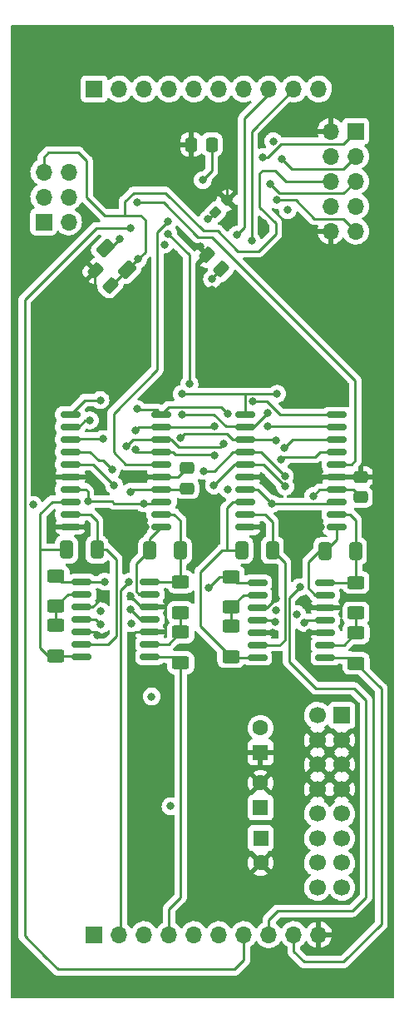
<source format=gbr>
%TF.GenerationSoftware,KiCad,Pcbnew,(6.0.6)*%
%TF.CreationDate,2022-11-26T15:19:53+01:00*%
%TF.ProjectId,vcer-midi-to-cv,76636572-2d6d-4696-9469-2d746f2d6376,rev?*%
%TF.SameCoordinates,Original*%
%TF.FileFunction,Copper,L4,Bot*%
%TF.FilePolarity,Positive*%
%FSLAX46Y46*%
G04 Gerber Fmt 4.6, Leading zero omitted, Abs format (unit mm)*
G04 Created by KiCad (PCBNEW (6.0.6)) date 2022-11-26 15:19:53*
%MOMM*%
%LPD*%
G01*
G04 APERTURE LIST*
G04 Aperture macros list*
%AMRoundRect*
0 Rectangle with rounded corners*
0 $1 Rounding radius*
0 $2 $3 $4 $5 $6 $7 $8 $9 X,Y pos of 4 corners*
0 Add a 4 corners polygon primitive as box body*
4,1,4,$2,$3,$4,$5,$6,$7,$8,$9,$2,$3,0*
0 Add four circle primitives for the rounded corners*
1,1,$1+$1,$2,$3*
1,1,$1+$1,$4,$5*
1,1,$1+$1,$6,$7*
1,1,$1+$1,$8,$9*
0 Add four rect primitives between the rounded corners*
20,1,$1+$1,$2,$3,$4,$5,0*
20,1,$1+$1,$4,$5,$6,$7,0*
20,1,$1+$1,$6,$7,$8,$9,0*
20,1,$1+$1,$8,$9,$2,$3,0*%
G04 Aperture macros list end*
%TA.AperFunction,SMDPad,CuDef*%
%ADD10RoundRect,0.250000X0.625000X-0.400000X0.625000X0.400000X-0.625000X0.400000X-0.625000X-0.400000X0*%
%TD*%
%TA.AperFunction,SMDPad,CuDef*%
%ADD11RoundRect,0.250000X-0.625000X0.400000X-0.625000X-0.400000X0.625000X-0.400000X0.625000X0.400000X0*%
%TD*%
%TA.AperFunction,ComponentPad*%
%ADD12R,1.700000X1.700000*%
%TD*%
%TA.AperFunction,ComponentPad*%
%ADD13C,1.700000*%
%TD*%
%TA.AperFunction,SMDPad,CuDef*%
%ADD14RoundRect,0.250000X-0.412500X-0.650000X0.412500X-0.650000X0.412500X0.650000X-0.412500X0.650000X0*%
%TD*%
%TA.AperFunction,SMDPad,CuDef*%
%ADD15RoundRect,0.250000X0.475000X-0.337500X0.475000X0.337500X-0.475000X0.337500X-0.475000X-0.337500X0*%
%TD*%
%TA.AperFunction,SMDPad,CuDef*%
%ADD16RoundRect,0.250000X-0.724784X-0.159099X-0.159099X-0.724784X0.724784X0.159099X0.159099X0.724784X0*%
%TD*%
%TA.AperFunction,SMDPad,CuDef*%
%ADD17RoundRect,0.250000X0.337500X0.475000X-0.337500X0.475000X-0.337500X-0.475000X0.337500X-0.475000X0*%
%TD*%
%TA.AperFunction,SMDPad,CuDef*%
%ADD18RoundRect,0.250000X0.574524X0.097227X0.097227X0.574524X-0.574524X-0.097227X-0.097227X-0.574524X0*%
%TD*%
%TA.AperFunction,SMDPad,CuDef*%
%ADD19RoundRect,0.150000X-0.837500X-0.150000X0.837500X-0.150000X0.837500X0.150000X-0.837500X0.150000X0*%
%TD*%
%TA.AperFunction,SMDPad,CuDef*%
%ADD20RoundRect,0.150000X-0.875000X-0.150000X0.875000X-0.150000X0.875000X0.150000X-0.875000X0.150000X0*%
%TD*%
%TA.AperFunction,SMDPad,CuDef*%
%ADD21RoundRect,0.237500X-0.044194X-0.380070X0.380070X0.044194X0.044194X0.380070X-0.380070X-0.044194X0*%
%TD*%
%TA.AperFunction,ComponentPad*%
%ADD22O,1.700000X1.700000*%
%TD*%
%TA.AperFunction,ComponentPad*%
%ADD23R,1.600000X1.600000*%
%TD*%
%TA.AperFunction,ComponentPad*%
%ADD24C,1.600000*%
%TD*%
%TA.AperFunction,ViaPad*%
%ADD25C,0.800000*%
%TD*%
%TA.AperFunction,Conductor*%
%ADD26C,0.250000*%
%TD*%
G04 APERTURE END LIST*
D10*
%TO.P,R15,1*%
%TO.N,Net-(R13-Pad2)*%
X122947500Y-59697500D03*
%TO.P,R15,2*%
%TO.N,/Vel1*%
X122947500Y-56597500D03*
%TD*%
D11*
%TO.P,R16,1*%
%TO.N,Net-(R14-Pad2)*%
X135660000Y-62310000D03*
%TO.P,R16,2*%
%TO.N,/Vel2*%
X135660000Y-65410000D03*
%TD*%
D12*
%TO.P,U1,1,-12V*%
%TO.N,-12V*%
X134220000Y-70700000D03*
D13*
%TO.P,U1,2,-12V*%
X131720000Y-70700000D03*
%TO.P,U1,3,GND*%
%TO.N,GND*%
X134220000Y-73200000D03*
%TO.P,U1,4,GND*%
X131720000Y-73200000D03*
%TO.P,U1,5,GND*%
X134220000Y-75700000D03*
%TO.P,U1,6,GND*%
X131720000Y-75700000D03*
%TO.P,U1,7,GND*%
X134220000Y-78200000D03*
%TO.P,U1,8,GND*%
X131720000Y-78200000D03*
%TO.P,U1,9,+12V*%
%TO.N,+12V*%
X134220000Y-80700000D03*
%TO.P,U1,10,+12V*%
X131720000Y-80700000D03*
%TO.P,U1,11,+5V*%
%TO.N,+5V*%
X134220000Y-83200000D03*
%TO.P,U1,12,+5V*%
X131720000Y-83200000D03*
%TO.P,U1,13,CV*%
%TO.N,unconnected-(U1-Pad13)*%
X134220000Y-85700000D03*
%TO.P,U1,14,CV*%
X131720000Y-85700000D03*
%TO.P,U1,15,GATE*%
%TO.N,unconnected-(U1-Pad15)*%
X134220000Y-88200000D03*
%TO.P,U1,16,GATE*%
X131720000Y-88200000D03*
%TD*%
D14*
%TO.P,C18,1*%
%TO.N,Net-(C18-Pad1)*%
X124017500Y-53900000D03*
%TO.P,C18,2*%
%TO.N,Net-(C18-Pad2)*%
X127142500Y-53900000D03*
%TD*%
D15*
%TO.P,C6,1*%
%TO.N,+5V*%
X118450000Y-47617500D03*
%TO.P,C6,2*%
%TO.N,GND*%
X118450000Y-45542500D03*
%TD*%
D16*
%TO.P,R1,1*%
%TO.N,+5V*%
X110153984Y-23193984D03*
%TO.P,R1,2*%
%TO.N,/reset*%
X112346016Y-25386016D03*
%TD*%
D17*
%TO.P,C8,1*%
%TO.N,+5V*%
X120977500Y-12650000D03*
%TO.P,C8,2*%
%TO.N,GND*%
X118902500Y-12650000D03*
%TD*%
D10*
%TO.P,R13,1*%
%TO.N,Net-(C18-Pad1)*%
X122922500Y-64742500D03*
%TO.P,R13,2*%
%TO.N,Net-(R13-Pad2)*%
X122922500Y-61642500D03*
%TD*%
D18*
%TO.P,C3,1*%
%TO.N,/reset*%
X110623623Y-26963623D03*
%TO.P,C3,2*%
%TO.N,GND*%
X109156377Y-25496377D03*
%TD*%
%TO.P,C7,1*%
%TO.N,+5V*%
X121933623Y-25343623D03*
%TO.P,C7,2*%
%TO.N,GND*%
X120466377Y-23876377D03*
%TD*%
D19*
%TO.P,U8,1*%
%TO.N,Net-(C18-Pad1)*%
X125610000Y-64827500D03*
%TO.P,U8,2,-*%
%TO.N,Net-(C18-Pad2)*%
X125610000Y-63557500D03*
%TO.P,U8,3,+*%
%TO.N,GND*%
X125610000Y-62287500D03*
%TO.P,U8,4,V+*%
%TO.N,+12V*%
X125610000Y-61017500D03*
%TO.P,U8,5,+*%
%TO.N,GND*%
X125610000Y-59747500D03*
%TO.P,U8,6,-*%
%TO.N,Net-(R13-Pad2)*%
X125610000Y-58477500D03*
%TO.P,U8,7*%
%TO.N,/Vel1*%
X125610000Y-57207500D03*
%TO.P,U8,8*%
%TO.N,Net-(C17-Pad2)*%
X132535000Y-57207500D03*
%TO.P,U8,9,-*%
%TO.N,Net-(C17-Pad1)*%
X132535000Y-58477500D03*
%TO.P,U8,10,+*%
%TO.N,GND*%
X132535000Y-59747500D03*
%TO.P,U8,11,V-*%
%TO.N,-12V*%
X132535000Y-61017500D03*
%TO.P,U8,12,+*%
%TO.N,GND*%
X132535000Y-62287500D03*
%TO.P,U8,13,-*%
%TO.N,Net-(R14-Pad2)*%
X132535000Y-63557500D03*
%TO.P,U8,14*%
%TO.N,/Vel2*%
X132535000Y-64827500D03*
%TD*%
D20*
%TO.P,U3,1,AGND*%
%TO.N,GND*%
X106562500Y-51515000D03*
%TO.P,U3,2,OUTA*%
%TO.N,Net-(C14-Pad2)*%
X106562500Y-50245000D03*
%TO.P,U3,3,RFBA*%
%TO.N,Net-(C14-Pad1)*%
X106562500Y-48975000D03*
%TO.P,U3,4,REFA*%
%TO.N,+5F*%
X106562500Y-47705000D03*
%TO.P,U3,5,DGND*%
%TO.N,GND*%
X106562500Y-46435000D03*
%TO.P,U3,6,_DACA/DACB*%
%TO.N,/DACA{slash}B*%
X106562500Y-45165000D03*
%TO.P,U3,7,(MSB)_DB7*%
%TO.N,/D7*%
X106562500Y-43895000D03*
%TO.P,U3,8,DB6*%
%TO.N,/D6*%
X106562500Y-42625000D03*
%TO.P,U3,9,DB5*%
%TO.N,/D5*%
X106562500Y-41355000D03*
%TO.P,U3,10,DB4*%
%TO.N,/D4*%
X106562500Y-40085000D03*
%TO.P,U3,11,DB3*%
%TO.N,/D3*%
X115862500Y-40085000D03*
%TO.P,U3,12,DB2*%
%TO.N,/D2*%
X115862500Y-41355000D03*
%TO.P,U3,13,DB1*%
%TO.N,/D1*%
X115862500Y-42625000D03*
%TO.P,U3,14,(LSB)_DB0*%
%TO.N,/D0*%
X115862500Y-43895000D03*
%TO.P,U3,15,_CS*%
%TO.N,/CS1*%
X115862500Y-45165000D03*
%TO.P,U3,16,_WR*%
%TO.N,GND*%
X115862500Y-46435000D03*
%TO.P,U3,17,Vdd*%
%TO.N,+5V*%
X115862500Y-47705000D03*
%TO.P,U3,18,REFB*%
%TO.N,+5F*%
X115862500Y-48975000D03*
%TO.P,U3,19,RFBB*%
%TO.N,Net-(C13-Pad2)*%
X115862500Y-50245000D03*
%TO.P,U3,20,OUTB*%
%TO.N,Net-(C13-Pad1)*%
X115862500Y-51515000D03*
%TD*%
D14*
%TO.P,C13,1*%
%TO.N,Net-(C13-Pad1)*%
X114637500Y-53957500D03*
%TO.P,C13,2*%
%TO.N,Net-(C13-Pad2)*%
X117762500Y-53957500D03*
%TD*%
D11*
%TO.P,R14,1*%
%TO.N,Net-(C17-Pad2)*%
X135647500Y-57192500D03*
%TO.P,R14,2*%
%TO.N,Net-(R14-Pad2)*%
X135647500Y-60292500D03*
%TD*%
D20*
%TO.P,U7,1,AGND*%
%TO.N,GND*%
X124400000Y-51575000D03*
%TO.P,U7,2,OUTA*%
%TO.N,Net-(C18-Pad2)*%
X124400000Y-50305000D03*
%TO.P,U7,3,RFBA*%
%TO.N,Net-(C18-Pad1)*%
X124400000Y-49035000D03*
%TO.P,U7,4,REFA*%
%TO.N,+5F*%
X124400000Y-47765000D03*
%TO.P,U7,5,DGND*%
%TO.N,GND*%
X124400000Y-46495000D03*
%TO.P,U7,6,_DACA/DACB*%
%TO.N,/DACA{slash}B*%
X124400000Y-45225000D03*
%TO.P,U7,7,(MSB)_DB7*%
%TO.N,/D7*%
X124400000Y-43955000D03*
%TO.P,U7,8,DB6*%
%TO.N,/D6*%
X124400000Y-42685000D03*
%TO.P,U7,9,DB5*%
%TO.N,/D5*%
X124400000Y-41415000D03*
%TO.P,U7,10,DB4*%
%TO.N,/D4*%
X124400000Y-40145000D03*
%TO.P,U7,11,DB3*%
%TO.N,/D3*%
X133700000Y-40145000D03*
%TO.P,U7,12,DB2*%
%TO.N,/D2*%
X133700000Y-41415000D03*
%TO.P,U7,13,DB1*%
%TO.N,/D1*%
X133700000Y-42685000D03*
%TO.P,U7,14,(LSB)_DB0*%
%TO.N,/D0*%
X133700000Y-43955000D03*
%TO.P,U7,15,_CS*%
%TO.N,/CS3*%
X133700000Y-45225000D03*
%TO.P,U7,16,_WR*%
%TO.N,GND*%
X133700000Y-46495000D03*
%TO.P,U7,17,Vdd*%
%TO.N,+5V*%
X133700000Y-47765000D03*
%TO.P,U7,18,REFB*%
%TO.N,+5F*%
X133700000Y-49035000D03*
%TO.P,U7,19,RFBB*%
%TO.N,Net-(C17-Pad2)*%
X133700000Y-50305000D03*
%TO.P,U7,20,OUTB*%
%TO.N,Net-(C17-Pad1)*%
X133700000Y-51575000D03*
%TD*%
D14*
%TO.P,C17,1*%
%TO.N,Net-(C17-Pad1)*%
X132485000Y-54017500D03*
%TO.P,C17,2*%
%TO.N,Net-(C17-Pad2)*%
X135610000Y-54017500D03*
%TD*%
D11*
%TO.P,R6,1*%
%TO.N,Net-(C13-Pad2)*%
X117800000Y-57132500D03*
%TO.P,R6,2*%
%TO.N,Net-(R6-Pad2)*%
X117800000Y-60232500D03*
%TD*%
%TO.P,R8,1*%
%TO.N,Net-(R6-Pad2)*%
X117800000Y-62257500D03*
%TO.P,R8,2*%
%TO.N,/CV2*%
X117800000Y-65357500D03*
%TD*%
D10*
%TO.P,R5,1*%
%TO.N,Net-(C14-Pad1)*%
X105075000Y-64682500D03*
%TO.P,R5,2*%
%TO.N,Net-(R5-Pad2)*%
X105075000Y-61582500D03*
%TD*%
%TO.P,R7,1*%
%TO.N,Net-(R5-Pad2)*%
X105100000Y-59637500D03*
%TO.P,R7,2*%
%TO.N,/CV1*%
X105100000Y-56537500D03*
%TD*%
D21*
%TO.P,C4,1*%
%TO.N,Net-(C4-Pad1)*%
X121330120Y-19539880D03*
%TO.P,C4,2*%
%TO.N,GND*%
X122549880Y-18320120D03*
%TD*%
D12*
%TO.P,J6,1,TCK*%
%TO.N,/G3*%
X135625000Y-11300000D03*
D22*
%TO.P,J6,2,GND*%
%TO.N,GND*%
X133085000Y-11300000D03*
%TO.P,J6,3,TDO*%
%TO.N,/TDO*%
X135625000Y-13840000D03*
%TO.P,J6,4,VREF*%
%TO.N,+5V*%
X133085000Y-13840000D03*
%TO.P,J6,5,TMS*%
%TO.N,/G4*%
X135625000Y-16380000D03*
%TO.P,J6,6,~{SRST}*%
%TO.N,/reset*%
X133085000Y-16380000D03*
%TO.P,J6,7,VCC*%
%TO.N,unconnected-(J6-Pad7)*%
X135625000Y-18920000D03*
%TO.P,J6,8,~{TRST}*%
%TO.N,unconnected-(J6-Pad8)*%
X133085000Y-18920000D03*
%TO.P,J6,9,TDI*%
%TO.N,/TDI*%
X135625000Y-21460000D03*
%TO.P,J6,10,GND*%
%TO.N,GND*%
X133085000Y-21460000D03*
%TD*%
D19*
%TO.P,U4,1*%
%TO.N,Net-(C14-Pad1)*%
X107740000Y-64760000D03*
%TO.P,U4,2,-*%
%TO.N,Net-(C14-Pad2)*%
X107740000Y-63490000D03*
%TO.P,U4,3,+*%
%TO.N,GND*%
X107740000Y-62220000D03*
%TO.P,U4,4,V+*%
%TO.N,+12V*%
X107740000Y-60950000D03*
%TO.P,U4,5,+*%
%TO.N,GND*%
X107740000Y-59680000D03*
%TO.P,U4,6,-*%
%TO.N,Net-(R5-Pad2)*%
X107740000Y-58410000D03*
%TO.P,U4,7*%
%TO.N,/CV1*%
X107740000Y-57140000D03*
%TO.P,U4,8*%
%TO.N,Net-(C13-Pad2)*%
X114665000Y-57140000D03*
%TO.P,U4,9,-*%
%TO.N,Net-(C13-Pad1)*%
X114665000Y-58410000D03*
%TO.P,U4,10,+*%
%TO.N,GND*%
X114665000Y-59680000D03*
%TO.P,U4,11,V-*%
%TO.N,-12V*%
X114665000Y-60950000D03*
%TO.P,U4,12,+*%
%TO.N,GND*%
X114665000Y-62220000D03*
%TO.P,U4,13,-*%
%TO.N,Net-(R6-Pad2)*%
X114665000Y-63490000D03*
%TO.P,U4,14*%
%TO.N,/CV2*%
X114665000Y-64760000D03*
%TD*%
D12*
%TO.P,J5,1,MISO*%
%TO.N,/CS4*%
X103850000Y-20525000D03*
D22*
%TO.P,J5,2,VCC*%
%TO.N,+5V*%
X106390000Y-20525000D03*
%TO.P,J5,3,SCK*%
%TO.N,/CS2*%
X103850000Y-17985000D03*
%TO.P,J5,4,MOSI*%
%TO.N,/CS3*%
X106390000Y-17985000D03*
%TO.P,J5,5,~{RST}*%
%TO.N,/reset*%
X103850000Y-15445000D03*
%TO.P,J5,6,GND*%
%TO.N,GND*%
X106390000Y-15445000D03*
%TD*%
D14*
%TO.P,C14,1*%
%TO.N,Net-(C14-Pad1)*%
X106162500Y-53857500D03*
%TO.P,C14,2*%
%TO.N,Net-(C14-Pad2)*%
X109287500Y-53857500D03*
%TD*%
D15*
%TO.P,C9,1*%
%TO.N,+5V*%
X136130000Y-48527500D03*
%TO.P,C9,2*%
%TO.N,GND*%
X136130000Y-46452500D03*
%TD*%
D23*
%TO.P,C11,1*%
%TO.N,+12V*%
X125940000Y-80085113D03*
D24*
%TO.P,C11,2*%
%TO.N,GND*%
X125940000Y-77585113D03*
%TD*%
D12*
%TO.P,J1,1,Pin_1*%
%TO.N,/VBUS*%
X109000000Y-7000000D03*
D22*
%TO.P,J1,2,Pin_2*%
%TO.N,/D+*%
X111540000Y-7000000D03*
%TO.P,J1,3,Pin_3*%
%TO.N,/D-*%
X114080000Y-7000000D03*
%TO.P,J1,4,Pin_4*%
%TO.N,/G1*%
X116620000Y-7000000D03*
%TO.P,J1,5,Pin_5*%
%TO.N,/G2*%
X119160000Y-7000000D03*
%TO.P,J1,6,Pin_6*%
%TO.N,/G3*%
X121700000Y-7000000D03*
%TO.P,J1,7,Pin_7*%
%TO.N,/G4*%
X124240000Y-7000000D03*
%TO.P,J1,8,Pin_8*%
%TO.N,/L1*%
X126780000Y-7000000D03*
%TO.P,J1,9,Pin_9*%
%TO.N,/L2*%
X129320000Y-7000000D03*
%TO.P,J1,10,Pin_10*%
%TO.N,/PRG*%
X131860000Y-7000000D03*
%TD*%
D12*
%TO.P,J2,1,Pin_1*%
%TO.N,/Vel4*%
X109000000Y-93000000D03*
D22*
%TO.P,J2,2,Pin_2*%
%TO.N,/Vel3*%
X111540000Y-93000000D03*
%TO.P,J2,3,Pin_3*%
%TO.N,/CV1*%
X114080000Y-93000000D03*
%TO.P,J2,4,Pin_4*%
%TO.N,/CV2*%
X116620000Y-93000000D03*
%TO.P,J2,5,Pin_5*%
%TO.N,/Vel1*%
X119160000Y-93000000D03*
%TO.P,J2,6,Pin_6*%
%TO.N,/CV4*%
X121700000Y-93000000D03*
%TO.P,J2,7,Pin_7*%
%TO.N,/L3*%
X124240000Y-93000000D03*
%TO.P,J2,8,Pin_8*%
%TO.N,/CV3*%
X126780000Y-93000000D03*
%TO.P,J2,9,Pin_9*%
%TO.N,/Vel2*%
X129320000Y-93000000D03*
%TO.P,J2,10,Pin_10*%
%TO.N,GND*%
X131860000Y-93000000D03*
%TD*%
D23*
%TO.P,C10,1*%
%TO.N,+5V*%
X125962834Y-83204782D03*
D24*
%TO.P,C10,2*%
%TO.N,GND*%
X125962834Y-85704782D03*
%TD*%
D23*
%TO.P,C12,1*%
%TO.N,GND*%
X125940000Y-74475113D03*
D24*
%TO.P,C12,2*%
%TO.N,-12V*%
X125940000Y-71975113D03*
%TD*%
D25*
%TO.N,GND*%
X119590000Y-68810000D03*
X132020000Y-46520000D03*
X127480000Y-58874500D03*
X114238000Y-51520000D03*
X112740000Y-72300000D03*
X130860000Y-62310000D03*
X126050000Y-51570000D03*
X120580000Y-52530000D03*
X118330000Y-17890000D03*
X127130000Y-62280000D03*
X114190000Y-46460000D03*
X130870000Y-59680000D03*
X119775000Y-23045000D03*
X120970000Y-27460000D03*
X109330000Y-62530000D03*
X132075500Y-51520000D03*
X109960000Y-58550000D03*
%TO.N,/G4*%
X126890000Y-16641371D03*
%TO.N,/D0*%
X128060000Y-44670000D03*
%TO.N,/CV1*%
X110070000Y-57120000D03*
%TO.N,GND*%
X109012500Y-32787500D03*
%TO.N,+5V*%
X121010000Y-26350000D03*
%TO.N,/D2*%
X121240000Y-41290000D03*
%TO.N,/D0*%
X121260000Y-44260000D03*
%TO.N,+5V*%
X112660000Y-47990000D03*
%TO.N,/D3*%
X122560000Y-40030000D03*
X125140000Y-38754500D03*
%TO.N,/D5*%
X126697760Y-39926858D03*
%TO.N,/D3*%
X113372701Y-39547299D03*
%TO.N,Net-(C4-Pad1)*%
X120600120Y-20249880D03*
%TO.N,/D5*%
X108550000Y-40700000D03*
%TO.N,+5V*%
X122620000Y-47740000D03*
%TO.N,GND*%
X119130000Y-78220000D03*
X112700000Y-58580000D03*
X108500000Y-46410000D03*
X117420000Y-12630000D03*
%TO.N,/CS2*%
X116520000Y-21720000D03*
%TO.N,GND*%
X108210000Y-51530000D03*
%TO.N,/CS2*%
X118695500Y-37020000D03*
%TO.N,/D1*%
X122160000Y-43080000D03*
X128370000Y-43480000D03*
X112250285Y-43339500D03*
%TO.N,GND*%
X126080000Y-46470000D03*
%TO.N,/D2*%
X126680000Y-41330000D03*
%TO.N,/D4*%
X127620000Y-38010000D03*
X117910000Y-38030000D03*
X109630000Y-38650000D03*
%TO.N,/D6*%
X109870000Y-42615000D03*
X117790000Y-42470000D03*
%TO.N,/D7*%
X110800000Y-45730000D03*
%TO.N,/reset*%
X113490000Y-24300000D03*
%TO.N,/D7*%
X128412977Y-46378379D03*
%TO.N,/DACA{slash}B*%
X111010000Y-47300000D03*
%TO.N,/D7*%
X120120000Y-45850000D03*
%TO.N,/Vel1*%
X120640000Y-57750000D03*
%TO.N,/DACA{slash}B*%
X128450000Y-47440000D03*
%TO.N,+5V*%
X116154500Y-22810000D03*
%TO.N,/D6*%
X127470000Y-42720000D03*
%TO.N,+5V*%
X102790000Y-49290000D03*
X127240000Y-12330000D03*
%TO.N,/D5*%
X117920402Y-40089598D03*
%TO.N,/DACA{slash}B*%
X121190000Y-47320000D03*
%TO.N,GND*%
X121630000Y-16230000D03*
%TO.N,/D2*%
X113180000Y-41710000D03*
%TO.N,/CS3*%
X113350000Y-18570000D03*
%TO.N,/G3*%
X126150000Y-13930000D03*
%TO.N,+5V*%
X131300000Y-48410000D03*
%TO.N,GND*%
X126210000Y-20680000D03*
%TO.N,/Vel3*%
X112555500Y-57130000D03*
%TO.N,GND*%
X117150000Y-23740000D03*
X112810000Y-62640000D03*
%TO.N,+5V*%
X128710000Y-19320000D03*
%TO.N,/CV3*%
X129940000Y-57680000D03*
%TO.N,+5V*%
X111560000Y-22260000D03*
%TO.N,/CS1*%
X116530000Y-20520000D03*
%TO.N,/D0*%
X113190000Y-43680000D03*
%TO.N,+5V*%
X120050000Y-16270000D03*
%TO.N,+12V*%
X116780000Y-79940000D03*
%TO.N,+5F*%
X127100000Y-49200000D03*
%TO.N,/L2*%
X125014500Y-22400000D03*
%TO.N,-12V*%
X109670000Y-60110000D03*
X127530000Y-60010000D03*
%TO.N,/TDO*%
X128130000Y-14120000D03*
%TO.N,/L3*%
X112680000Y-21170000D03*
%TO.N,/TDI*%
X127583482Y-18297104D03*
%TO.N,-12V*%
X130380000Y-61290000D03*
%TO.N,+12V*%
X112770000Y-61340000D03*
X127402299Y-61162299D03*
%TO.N,+5F*%
X114070000Y-49160000D03*
X114850000Y-68790000D03*
%TO.N,+12V*%
X109680000Y-61450000D03*
X129640000Y-60410000D03*
%TO.N,+5F*%
X108340000Y-48960000D03*
%TO.N,/L1*%
X123530000Y-21820000D03*
%TO.N,-12V*%
X112660000Y-59920000D03*
%TD*%
D26*
%TO.N,/reset*%
X103850000Y-13970000D02*
X103850000Y-15445000D01*
%TO.N,GND*%
X109020000Y-62220000D02*
X107740000Y-62220000D01*
X114215000Y-46435000D02*
X114190000Y-46460000D01*
X109330000Y-62530000D02*
X109020000Y-62220000D01*
X113800000Y-59680000D02*
X114665000Y-59680000D01*
X112810000Y-62640000D02*
X113230000Y-62220000D01*
X122549880Y-18320120D02*
X122549880Y-17149880D01*
X127122500Y-62287500D02*
X125610000Y-62287500D01*
X126055000Y-46495000D02*
X126080000Y-46470000D01*
X108195000Y-51515000D02*
X108210000Y-51530000D01*
X108475000Y-46435000D02*
X108500000Y-46410000D01*
X117440000Y-12650000D02*
X117420000Y-12630000D01*
X112700000Y-58580000D02*
X113800000Y-59680000D01*
X133742500Y-46452500D02*
X133700000Y-46495000D01*
X127130000Y-62280000D02*
X127122500Y-62287500D01*
X109012500Y-25640254D02*
X109012500Y-32787500D01*
X122549880Y-17149880D02*
X121630000Y-16230000D01*
%TO.N,/reset*%
X113000000Y-17570000D02*
X112120000Y-18450000D01*
%TO.N,GND*%
X136130000Y-46452500D02*
X133742500Y-46452500D01*
%TO.N,/reset*%
X110623623Y-26963623D02*
X110768409Y-26963623D01*
X108230000Y-14340000D02*
X107360000Y-13470000D01*
X123640000Y-23490000D02*
X121600000Y-21450000D01*
%TO.N,GND*%
X130882500Y-62287500D02*
X130860000Y-62310000D01*
%TO.N,/reset*%
X127420000Y-15290000D02*
X126140000Y-15290000D01*
X114200000Y-20340000D02*
X113720000Y-19860000D01*
%TO.N,GND*%
X120466377Y-23736377D02*
X119775000Y-23045000D01*
X127480000Y-58874500D02*
X126607000Y-59747500D01*
%TO.N,/reset*%
X110030000Y-19860000D02*
X108230000Y-18060000D01*
X113720000Y-19860000D02*
X112120000Y-19860000D01*
%TO.N,GND*%
X130937500Y-59747500D02*
X130870000Y-59680000D01*
X115862500Y-46435000D02*
X114215000Y-46435000D01*
X132535000Y-62287500D02*
X130882500Y-62287500D01*
%TO.N,/reset*%
X114200000Y-23590000D02*
X114200000Y-20340000D01*
X125850000Y-19000000D02*
X127470000Y-20620000D01*
X112120000Y-18450000D02*
X112120000Y-19860000D01*
%TO.N,GND*%
X126045000Y-51575000D02*
X126050000Y-51570000D01*
%TO.N,/reset*%
X125850000Y-15580000D02*
X125850000Y-19000000D01*
%TO.N,GND*%
X115862500Y-46435000D02*
X117557500Y-46435000D01*
%TO.N,/reset*%
X121600000Y-21450000D02*
X120140000Y-21450000D01*
X125764614Y-23490000D02*
X123640000Y-23490000D01*
X104350000Y-13470000D02*
X103850000Y-13970000D01*
X113432032Y-24300000D02*
X112346016Y-25386016D01*
X113490000Y-24300000D02*
X114200000Y-23590000D01*
%TO.N,GND*%
X133700000Y-46495000D02*
X132045000Y-46495000D01*
X115837500Y-46460000D02*
X115862500Y-46435000D01*
%TO.N,/reset*%
X112120000Y-19860000D02*
X110030000Y-19860000D01*
%TO.N,GND*%
X106562500Y-51515000D02*
X108195000Y-51515000D01*
%TO.N,/reset*%
X127470000Y-21784614D02*
X125764614Y-23490000D01*
X126140000Y-15290000D02*
X125850000Y-15580000D01*
X110768409Y-26963623D02*
X112346016Y-25386016D01*
X128510000Y-16380000D02*
X127420000Y-15290000D01*
%TO.N,GND*%
X132045000Y-46495000D02*
X132020000Y-46520000D01*
X109960000Y-58550000D02*
X108830000Y-59680000D01*
X108830000Y-59680000D02*
X107740000Y-59680000D01*
%TO.N,/reset*%
X107360000Y-13470000D02*
X104350000Y-13470000D01*
X133085000Y-16380000D02*
X128510000Y-16380000D01*
X120140000Y-21450000D02*
X116260000Y-17570000D01*
%TO.N,GND*%
X117557500Y-46435000D02*
X118450000Y-45542500D01*
X118902500Y-12650000D02*
X117440000Y-12650000D01*
X109156377Y-25496377D02*
X109012500Y-25640254D01*
X120466377Y-23876377D02*
X120466377Y-23736377D01*
X132535000Y-59747500D02*
X130937500Y-59747500D01*
X124400000Y-46495000D02*
X126055000Y-46495000D01*
X124400000Y-51575000D02*
X126045000Y-51575000D01*
X113230000Y-62220000D02*
X114665000Y-62220000D01*
%TO.N,/reset*%
X116260000Y-17570000D02*
X113000000Y-17570000D01*
X108230000Y-18060000D02*
X108230000Y-14340000D01*
X113490000Y-24300000D02*
X113432032Y-24300000D01*
%TO.N,GND*%
X126607000Y-59747500D02*
X125610000Y-59747500D01*
X106562500Y-46435000D02*
X108475000Y-46435000D01*
%TO.N,/Vel2*%
X132535000Y-64827500D02*
X135077500Y-64827500D01*
%TO.N,/CV3*%
X128850000Y-65260000D02*
X131560000Y-67970000D01*
%TO.N,/reset*%
X127470000Y-20620000D02*
X127470000Y-21784614D01*
%TO.N,Net-(C13-Pad1)*%
X114665000Y-58410000D02*
X113580000Y-58410000D01*
%TO.N,Net-(C13-Pad2)*%
X117762500Y-50885000D02*
X117122500Y-50245000D01*
%TO.N,/Vel2*%
X130390000Y-95790000D02*
X129320000Y-94720000D01*
X134380000Y-95790000D02*
X130390000Y-95790000D01*
%TO.N,/CV3*%
X136680000Y-89190000D02*
X135280000Y-90590000D01*
%TO.N,Net-(C13-Pad1)*%
X113280000Y-58110000D02*
X113280000Y-55315000D01*
%TO.N,Net-(C13-Pad2)*%
X117800000Y-57132500D02*
X117762500Y-57095000D01*
%TO.N,/Vel2*%
X135077500Y-64827500D02*
X135660000Y-65410000D01*
%TO.N,/CV3*%
X129940000Y-57680000D02*
X128850000Y-58770000D01*
%TO.N,/Vel1*%
X122947500Y-56597500D02*
X121792500Y-56597500D01*
%TO.N,/Vel2*%
X129320000Y-94720000D02*
X129320000Y-93000000D01*
%TO.N,Net-(C13-Pad1)*%
X114637500Y-53957500D02*
X114637500Y-52740000D01*
%TO.N,Net-(C13-Pad2)*%
X117122500Y-50245000D02*
X115862500Y-50245000D01*
%TO.N,/Vel1*%
X123557500Y-57207500D02*
X122947500Y-56597500D01*
%TO.N,Net-(C13-Pad1)*%
X114637500Y-52740000D02*
X115862500Y-51515000D01*
%TO.N,/Vel1*%
X121792500Y-56597500D02*
X120640000Y-57750000D01*
%TO.N,Net-(C13-Pad1)*%
X113280000Y-55315000D02*
X114637500Y-53957500D01*
%TO.N,Net-(C13-Pad2)*%
X117792500Y-57140000D02*
X117800000Y-57132500D01*
X117762500Y-53957500D02*
X117762500Y-50885000D01*
X114665000Y-57140000D02*
X117792500Y-57140000D01*
%TO.N,/CV3*%
X126780000Y-91478990D02*
X126780000Y-93000000D01*
%TO.N,/Vel2*%
X138250000Y-68000000D02*
X138250000Y-91920000D01*
%TO.N,/CV3*%
X128850000Y-58770000D02*
X128850000Y-65260000D01*
X127668990Y-90590000D02*
X126780000Y-91478990D01*
%TO.N,/Vel2*%
X138250000Y-91920000D02*
X134380000Y-95790000D01*
X135660000Y-65410000D02*
X138250000Y-68000000D01*
%TO.N,Net-(C13-Pad1)*%
X113580000Y-58410000D02*
X113280000Y-58110000D01*
%TO.N,/Vel1*%
X125610000Y-57207500D02*
X123557500Y-57207500D01*
%TO.N,Net-(C4-Pad1)*%
X120600120Y-20249880D02*
X120620120Y-20249880D01*
%TO.N,Net-(C13-Pad2)*%
X117762500Y-57095000D02*
X117762500Y-53957500D01*
%TO.N,/CV3*%
X135280000Y-90590000D02*
X127668990Y-90590000D01*
X136680000Y-69170000D02*
X136680000Y-89190000D01*
X131560000Y-67970000D02*
X135480000Y-67970000D01*
X135480000Y-67970000D02*
X136680000Y-69170000D01*
%TO.N,Net-(C4-Pad1)*%
X120620120Y-20249880D02*
X121330120Y-19539880D01*
%TO.N,/CV2*%
X117202500Y-64760000D02*
X117800000Y-65357500D01*
%TO.N,/G3*%
X134345000Y-12580000D02*
X128014614Y-12580000D01*
%TO.N,/CV1*%
X107740000Y-57140000D02*
X105702500Y-57140000D01*
%TO.N,/Vel3*%
X112555500Y-57130000D02*
X111695489Y-57990011D01*
%TO.N,/G4*%
X134365000Y-17640000D02*
X135625000Y-16380000D01*
%TO.N,/G3*%
X126664614Y-13930000D02*
X126150000Y-13930000D01*
%TO.N,/CV2*%
X117800000Y-89210000D02*
X116620000Y-90390000D01*
%TO.N,/G4*%
X127888629Y-17640000D02*
X134365000Y-17640000D01*
%TO.N,/G3*%
X135625000Y-11300000D02*
X134345000Y-12580000D01*
%TO.N,/G4*%
X126890000Y-16641371D02*
X127888629Y-17640000D01*
%TO.N,/CV1*%
X110070000Y-57120000D02*
X110050000Y-57140000D01*
X105702500Y-57140000D02*
X105100000Y-56537500D01*
X110050000Y-57140000D02*
X107740000Y-57140000D01*
%TO.N,/Vel3*%
X111695489Y-92844511D02*
X111630000Y-92910000D01*
%TO.N,/G3*%
X128014614Y-12580000D02*
X126664614Y-13930000D01*
%TO.N,/CV2*%
X114665000Y-64760000D02*
X117202500Y-64760000D01*
%TO.N,/Vel3*%
X111695489Y-57990011D02*
X111695489Y-92844511D01*
%TO.N,/CV2*%
X117800000Y-65357500D02*
X117800000Y-89210000D01*
X116620000Y-90390000D02*
X116620000Y-93000000D01*
%TO.N,Net-(C14-Pad1)*%
X104717500Y-48975000D02*
X103490000Y-50202500D01*
X106562500Y-48975000D02*
X104717500Y-48975000D01*
X103490000Y-63842500D02*
X104330000Y-64682500D01*
%TO.N,Net-(C14-Pad2)*%
X109287500Y-53857500D02*
X109287500Y-50937500D01*
%TO.N,+5V*%
X121010000Y-26350000D02*
X121010000Y-26267246D01*
%TO.N,Net-(C14-Pad1)*%
X105075000Y-64682500D02*
X107662500Y-64682500D01*
X104330000Y-64682500D02*
X105075000Y-64682500D01*
X107662500Y-64682500D02*
X107740000Y-64760000D01*
%TO.N,Net-(C14-Pad2)*%
X110380000Y-63490000D02*
X111245969Y-62624031D01*
%TO.N,+5V*%
X121010000Y-26267246D02*
X121933623Y-25343623D01*
%TO.N,/CS3*%
X119570000Y-22070000D02*
X116070000Y-18570000D01*
%TO.N,Net-(C14-Pad2)*%
X110277500Y-53857500D02*
X109287500Y-53857500D01*
%TO.N,+5V*%
X120977500Y-15342500D02*
X120977500Y-12650000D01*
%TO.N,Net-(C14-Pad2)*%
X108595000Y-50245000D02*
X106562500Y-50245000D01*
X109287500Y-50937500D02*
X108595000Y-50245000D01*
%TO.N,/CS3*%
X121010000Y-22070000D02*
X119570000Y-22070000D01*
%TO.N,Net-(C14-Pad2)*%
X111245969Y-62624031D02*
X111245969Y-54825969D01*
%TO.N,+5V*%
X110153984Y-23193984D02*
X110626016Y-23193984D01*
X120050000Y-16270000D02*
X120977500Y-15342500D01*
X131300000Y-48410000D02*
X131945000Y-47765000D01*
X133700000Y-47765000D02*
X135367500Y-47765000D01*
%TO.N,/CS3*%
X133700000Y-45225000D02*
X135175000Y-45225000D01*
X135580000Y-44820000D02*
X135580000Y-36640000D01*
%TO.N,Net-(C14-Pad1)*%
X103490000Y-50202500D02*
X103490000Y-63842500D01*
%TO.N,/CS3*%
X135175000Y-45225000D02*
X135580000Y-44820000D01*
%TO.N,+5V*%
X115862500Y-47705000D02*
X118362500Y-47705000D01*
X112660000Y-47990000D02*
X112945000Y-47705000D01*
%TO.N,Net-(C14-Pad2)*%
X107740000Y-63490000D02*
X110380000Y-63490000D01*
X111245969Y-54825969D02*
X110277500Y-53857500D01*
%TO.N,Net-(C14-Pad1)*%
X106162500Y-53857500D02*
X103490000Y-53857500D01*
%TO.N,+5V*%
X135367500Y-47765000D02*
X136130000Y-48527500D01*
X118362500Y-47705000D02*
X118450000Y-47617500D01*
X110626016Y-23193984D02*
X111560000Y-22260000D01*
X112945000Y-47705000D02*
X115862500Y-47705000D01*
X131945000Y-47765000D02*
X133700000Y-47765000D01*
%TO.N,/CS2*%
X118695500Y-23895500D02*
X118695500Y-37020000D01*
X116520000Y-21720000D02*
X118695500Y-23895500D01*
%TO.N,/CS3*%
X135580000Y-36640000D02*
X121010000Y-22070000D01*
X116070000Y-18570000D02*
X113350000Y-18570000D01*
%TO.N,/D0*%
X121144500Y-44144500D02*
X117284500Y-44144500D01*
X113405000Y-43895000D02*
X115862500Y-43895000D01*
%TO.N,/D1*%
X112250285Y-43339500D02*
X112964785Y-42625000D01*
X122160000Y-43080000D02*
X121820000Y-43420000D01*
%TO.N,/D0*%
X121260000Y-44260000D02*
X121144500Y-44144500D01*
X131490000Y-44440000D02*
X131975000Y-43955000D01*
X113190000Y-43680000D02*
X113405000Y-43895000D01*
%TO.N,/CS1*%
X112185000Y-45165000D02*
X115862500Y-45165000D01*
%TO.N,/D1*%
X133685000Y-42670000D02*
X133700000Y-42685000D01*
%TO.N,/D0*%
X131975000Y-43955000D02*
X133700000Y-43955000D01*
%TO.N,/CS1*%
X115430000Y-35540000D02*
X110970000Y-40000000D01*
%TO.N,/D0*%
X117035000Y-43895000D02*
X115862500Y-43895000D01*
%TO.N,/CS1*%
X116530000Y-20520000D02*
X115430000Y-21620000D01*
X115430000Y-21620000D02*
X115430000Y-35540000D01*
%TO.N,/D0*%
X128060000Y-44670000D02*
X128290000Y-44440000D01*
%TO.N,/D1*%
X116825000Y-42625000D02*
X115862500Y-42625000D01*
%TO.N,/CS1*%
X110970000Y-40000000D02*
X110970000Y-43950000D01*
%TO.N,/D0*%
X128290000Y-44440000D02*
X131490000Y-44440000D01*
%TO.N,/D1*%
X129180000Y-42670000D02*
X133685000Y-42670000D01*
%TO.N,/D0*%
X117284500Y-44144500D02*
X117035000Y-43895000D01*
%TO.N,/CS1*%
X110970000Y-43950000D02*
X112185000Y-45165000D01*
%TO.N,/D1*%
X128370000Y-43480000D02*
X129180000Y-42670000D01*
X121820000Y-43420000D02*
X117620000Y-43420000D01*
X112964785Y-42625000D02*
X115862500Y-42625000D01*
X117620000Y-43420000D02*
X116825000Y-42625000D01*
%TO.N,/D5*%
X126697760Y-39926858D02*
X125209618Y-41415000D01*
%TO.N,/D2*%
X121175000Y-41355000D02*
X115862500Y-41355000D01*
%TO.N,/D5*%
X121169598Y-40089598D02*
X122390000Y-41310000D01*
X122390000Y-41310000D02*
X124295000Y-41310000D01*
%TO.N,/D3*%
X113372701Y-39547299D02*
X113475402Y-39650000D01*
%TO.N,/D5*%
X124295000Y-41310000D02*
X124400000Y-41415000D01*
%TO.N,/D3*%
X121895087Y-39365087D02*
X116582413Y-39365087D01*
%TO.N,/D5*%
X107415000Y-41355000D02*
X106562500Y-41355000D01*
%TO.N,/D2*%
X113535000Y-41355000D02*
X115862500Y-41355000D01*
X121240000Y-41290000D02*
X121175000Y-41355000D01*
%TO.N,/D3*%
X127940516Y-40145000D02*
X133700000Y-40145000D01*
X126550016Y-38754500D02*
X127940516Y-40145000D01*
%TO.N,/D2*%
X126680000Y-41330000D02*
X133615000Y-41330000D01*
X133615000Y-41330000D02*
X133700000Y-41415000D01*
%TO.N,/D3*%
X122560000Y-40030000D02*
X121895087Y-39365087D01*
X113475402Y-39650000D02*
X115427500Y-39650000D01*
%TO.N,/D5*%
X108550000Y-40700000D02*
X108070000Y-40700000D01*
X108070000Y-40700000D02*
X107415000Y-41355000D01*
X125209618Y-41415000D02*
X124400000Y-41415000D01*
%TO.N,/D2*%
X113180000Y-41710000D02*
X113535000Y-41355000D01*
%TO.N,/D3*%
X125140000Y-38754500D02*
X126550016Y-38754500D01*
X115427500Y-39650000D02*
X115862500Y-40085000D01*
X116582413Y-39365087D02*
X115862500Y-40085000D01*
%TO.N,/D5*%
X117920402Y-40089598D02*
X121169598Y-40089598D01*
%TO.N,/D6*%
X109870000Y-42615000D02*
X109815000Y-42560000D01*
X127470000Y-42720000D02*
X127435000Y-42685000D01*
X109815000Y-42560000D02*
X106627500Y-42560000D01*
%TO.N,/D7*%
X120120000Y-45850000D02*
X121220000Y-45850000D01*
%TO.N,/D4*%
X124400000Y-38099989D02*
X124400000Y-40145000D01*
%TO.N,/D7*%
X110800000Y-45730000D02*
X109890000Y-44820000D01*
X125989598Y-43955000D02*
X124400000Y-43955000D01*
X123115000Y-43955000D02*
X124400000Y-43955000D01*
X128412977Y-46378379D02*
X125989598Y-43955000D01*
%TO.N,/D4*%
X127620000Y-38010000D02*
X127600000Y-38030000D01*
X107997500Y-38650000D02*
X106562500Y-40085000D01*
%TO.N,/D6*%
X117790000Y-42470000D02*
X118170000Y-42090000D01*
X118170000Y-42090000D02*
X122550000Y-42090000D01*
X127435000Y-42685000D02*
X124400000Y-42685000D01*
X122550000Y-42090000D02*
X123145000Y-42685000D01*
%TO.N,/D7*%
X109506857Y-44820000D02*
X108581857Y-43895000D01*
%TO.N,/D6*%
X123145000Y-42685000D02*
X124400000Y-42685000D01*
%TO.N,/D7*%
X109890000Y-44820000D02*
X109506857Y-44820000D01*
%TO.N,/D6*%
X106627500Y-42560000D02*
X106562500Y-42625000D01*
%TO.N,/D7*%
X121220000Y-45850000D02*
X123115000Y-43955000D01*
%TO.N,/D4*%
X109630000Y-38650000D02*
X107997500Y-38650000D01*
X127600000Y-38030000D02*
X117910000Y-38030000D01*
%TO.N,/D7*%
X108581857Y-43895000D02*
X106562500Y-43895000D01*
%TO.N,/L3*%
X104070000Y-95310000D02*
X101900000Y-93140000D01*
X101900000Y-93140000D02*
X101900000Y-69420000D01*
%TO.N,/L1*%
X124290000Y-21060000D02*
X124290000Y-10010000D01*
%TO.N,/TDI*%
X127583482Y-18297104D02*
X129507104Y-18297104D01*
%TO.N,/DACA{slash}B*%
X121190000Y-47320000D02*
X123285000Y-45225000D01*
%TO.N,/L3*%
X109210000Y-21170000D02*
X112680000Y-21170000D01*
%TO.N,/DACA{slash}B*%
X126235000Y-45225000D02*
X124400000Y-45225000D01*
%TO.N,/L1*%
X123530000Y-21820000D02*
X124290000Y-21060000D01*
%TO.N,/DACA{slash}B*%
X128450000Y-47440000D02*
X126235000Y-45225000D01*
%TO.N,/L3*%
X105310000Y-96550000D02*
X104070000Y-95310000D01*
X109110000Y-21270000D02*
X109210000Y-21170000D01*
%TO.N,/L1*%
X124290000Y-10010000D02*
X126780000Y-7520000D01*
%TO.N,/TDO*%
X128130000Y-14120000D02*
X129130000Y-15120000D01*
%TO.N,/L2*%
X125014500Y-22400000D02*
X125014500Y-11305500D01*
X125014500Y-11305500D02*
X129320000Y-7000000D01*
%TO.N,/L3*%
X124240000Y-95600000D02*
X123290000Y-96550000D01*
%TO.N,/DACA{slash}B*%
X111010000Y-47300000D02*
X108875000Y-45165000D01*
X108875000Y-45165000D02*
X106562500Y-45165000D01*
%TO.N,/TDI*%
X129507104Y-18297104D02*
X131400000Y-20190000D01*
%TO.N,/L3*%
X101900000Y-28480000D02*
X109110000Y-21270000D01*
%TO.N,/L1*%
X126780000Y-7520000D02*
X126780000Y-7000000D01*
%TO.N,/DACA{slash}B*%
X123285000Y-45225000D02*
X124400000Y-45225000D01*
%TO.N,/TDO*%
X129130000Y-15120000D02*
X134345000Y-15120000D01*
X134345000Y-15120000D02*
X135625000Y-13840000D01*
%TO.N,/L3*%
X101900000Y-69420000D02*
X101900000Y-28480000D01*
%TO.N,/TDI*%
X134355000Y-20190000D02*
X135625000Y-21460000D01*
X131400000Y-20190000D02*
X134355000Y-20190000D01*
%TO.N,/L3*%
X124240000Y-93000000D02*
X124240000Y-95600000D01*
X123290000Y-96550000D02*
X105310000Y-96550000D01*
%TO.N,Net-(R13-Pad2)*%
X125610000Y-58477500D02*
X124167500Y-58477500D01*
%TO.N,Net-(C17-Pad1)*%
X131885000Y-54017500D02*
X132485000Y-54017500D01*
X131525000Y-58477500D02*
X130820000Y-57772500D01*
%TO.N,Net-(R14-Pad2)*%
X135660000Y-62310000D02*
X135660000Y-60305000D01*
%TO.N,Net-(R5-Pad2)*%
X106327500Y-58410000D02*
X105100000Y-59637500D01*
%TO.N,Net-(C17-Pad2)*%
X135052500Y-50305000D02*
X133700000Y-50305000D01*
%TO.N,Net-(R5-Pad2)*%
X105100000Y-59637500D02*
X105100000Y-61557500D01*
%TO.N,Net-(C17-Pad2)*%
X135610000Y-50862500D02*
X135052500Y-50305000D01*
X132535000Y-57207500D02*
X135632500Y-57207500D01*
%TO.N,Net-(R6-Pad2)*%
X116567500Y-63490000D02*
X117800000Y-62257500D01*
X114665000Y-63490000D02*
X116567500Y-63490000D01*
%TO.N,Net-(C17-Pad2)*%
X135610000Y-54017500D02*
X135610000Y-50862500D01*
%TO.N,Net-(R13-Pad2)*%
X122922500Y-61642500D02*
X122922500Y-59722500D01*
%TO.N,Net-(R6-Pad2)*%
X117800000Y-60232500D02*
X117800000Y-62257500D01*
%TO.N,Net-(C17-Pad1)*%
X130820000Y-55082500D02*
X131885000Y-54017500D01*
X132535000Y-58477500D02*
X131525000Y-58477500D01*
X133700000Y-51575000D02*
X133700000Y-52802500D01*
X133700000Y-52802500D02*
X132485000Y-54017500D01*
%TO.N,Net-(R13-Pad2)*%
X122922500Y-59722500D02*
X122947500Y-59697500D01*
%TO.N,Net-(C17-Pad2)*%
X135647500Y-57192500D02*
X135647500Y-54055000D01*
%TO.N,Net-(R14-Pad2)*%
X135660000Y-60305000D02*
X135647500Y-60292500D01*
%TO.N,Net-(C17-Pad2)*%
X135632500Y-57207500D02*
X135647500Y-57192500D01*
%TO.N,Net-(R14-Pad2)*%
X134412500Y-63557500D02*
X135660000Y-62310000D01*
X132535000Y-63557500D02*
X134412500Y-63557500D01*
%TO.N,Net-(R5-Pad2)*%
X105100000Y-61557500D02*
X105075000Y-61582500D01*
%TO.N,Net-(C17-Pad2)*%
X135647500Y-54055000D02*
X135610000Y-54017500D01*
%TO.N,Net-(R13-Pad2)*%
X124167500Y-58477500D02*
X122947500Y-59697500D01*
%TO.N,Net-(C17-Pad1)*%
X130820000Y-57772500D02*
X130820000Y-55082500D01*
%TO.N,Net-(R5-Pad2)*%
X107740000Y-58410000D02*
X106327500Y-58410000D01*
%TO.N,Net-(C18-Pad1)*%
X119840000Y-56090000D02*
X122030000Y-53900000D01*
X122490000Y-49642500D02*
X123097500Y-49035000D01*
X122030000Y-53900000D02*
X124017500Y-53900000D01*
%TO.N,+12V*%
X109180000Y-60950000D02*
X107740000Y-60950000D01*
X125610000Y-61017500D02*
X127257500Y-61017500D01*
%TO.N,Net-(C18-Pad1)*%
X125610000Y-64827500D02*
X123007500Y-64827500D01*
%TO.N,-12V*%
X113690000Y-60950000D02*
X114665000Y-60950000D01*
X132535000Y-61017500D02*
X130652500Y-61017500D01*
%TO.N,Net-(C18-Pad1)*%
X122490000Y-53880000D02*
X122490000Y-49642500D01*
%TO.N,Net-(C18-Pad2)*%
X128400000Y-55157500D02*
X128400000Y-63040000D01*
%TO.N,Net-(C18-Pad1)*%
X123097500Y-49035000D02*
X124400000Y-49035000D01*
%TO.N,Net-(C18-Pad2)*%
X128400000Y-63040000D02*
X127882500Y-63557500D01*
X127142500Y-51022500D02*
X126425000Y-50305000D01*
%TO.N,Net-(C18-Pad1)*%
X123007500Y-64827500D02*
X122922500Y-64742500D01*
%TO.N,Net-(C18-Pad2)*%
X127882500Y-63557500D02*
X125610000Y-63557500D01*
X126425000Y-50305000D02*
X124400000Y-50305000D01*
%TO.N,-12V*%
X112660000Y-59920000D02*
X113690000Y-60950000D01*
X130652500Y-61017500D02*
X130380000Y-61290000D01*
%TO.N,+12V*%
X109680000Y-61450000D02*
X109180000Y-60950000D01*
X127257500Y-61017500D02*
X127402299Y-61162299D01*
%TO.N,Net-(C18-Pad1)*%
X122922500Y-64742500D02*
X119840000Y-61660000D01*
%TO.N,Net-(C18-Pad2)*%
X127142500Y-53900000D02*
X128400000Y-55157500D01*
X127142500Y-53900000D02*
X127142500Y-51022500D01*
%TO.N,Net-(C18-Pad1)*%
X119840000Y-61660000D02*
X119840000Y-56090000D01*
%TO.N,+5F*%
X114070000Y-49160000D02*
X115411783Y-49160000D01*
X127100000Y-49200000D02*
X125665000Y-47765000D01*
X111000000Y-49160000D02*
X114070000Y-49160000D01*
X106562500Y-47705000D02*
X108095000Y-47705000D01*
X110800000Y-48960000D02*
X111000000Y-49160000D01*
X133535000Y-49200000D02*
X133700000Y-49035000D01*
X108340000Y-48960000D02*
X110800000Y-48960000D01*
X108340000Y-48960000D02*
X108340000Y-47950000D01*
X108340000Y-47950000D02*
X108095000Y-47705000D01*
X125665000Y-47765000D02*
X124400000Y-47765000D01*
X127100000Y-49200000D02*
X133535000Y-49200000D01*
%TD*%
%TA.AperFunction,Conductor*%
%TO.N,GND*%
G36*
X139434121Y-528002D02*
G01*
X139480614Y-581658D01*
X139492000Y-634000D01*
X139492000Y-99366000D01*
X139471998Y-99434121D01*
X139418342Y-99480614D01*
X139366000Y-99492000D01*
X100634000Y-99492000D01*
X100565879Y-99471998D01*
X100519386Y-99418342D01*
X100508000Y-99366000D01*
X100508000Y-28459943D01*
X101261780Y-28459943D01*
X101262526Y-28467835D01*
X101265941Y-28503961D01*
X101266500Y-28515819D01*
X101266500Y-93061233D01*
X101265973Y-93072416D01*
X101264298Y-93079909D01*
X101264547Y-93087835D01*
X101264547Y-93087836D01*
X101266438Y-93147986D01*
X101266500Y-93151945D01*
X101266500Y-93179856D01*
X101266997Y-93183790D01*
X101266997Y-93183791D01*
X101267005Y-93183856D01*
X101267938Y-93195693D01*
X101269327Y-93239889D01*
X101274727Y-93258475D01*
X101274978Y-93259339D01*
X101278987Y-93278700D01*
X101281526Y-93298797D01*
X101284445Y-93306168D01*
X101284445Y-93306170D01*
X101297804Y-93339912D01*
X101301649Y-93351142D01*
X101313982Y-93393593D01*
X101318015Y-93400412D01*
X101318017Y-93400417D01*
X101324293Y-93411028D01*
X101332988Y-93428776D01*
X101340448Y-93447617D01*
X101345110Y-93454033D01*
X101345110Y-93454034D01*
X101366436Y-93483387D01*
X101372952Y-93493307D01*
X101380617Y-93506267D01*
X101395458Y-93531362D01*
X101409779Y-93545683D01*
X101422619Y-93560716D01*
X101434528Y-93577107D01*
X101440634Y-93582158D01*
X101468605Y-93605298D01*
X101477384Y-93613288D01*
X103565458Y-95701362D01*
X104806348Y-96942253D01*
X104813888Y-96950539D01*
X104818000Y-96957018D01*
X104823777Y-96962443D01*
X104867651Y-97003643D01*
X104870493Y-97006398D01*
X104890230Y-97026135D01*
X104893427Y-97028615D01*
X104902447Y-97036318D01*
X104934679Y-97066586D01*
X104941625Y-97070405D01*
X104941628Y-97070407D01*
X104952434Y-97076348D01*
X104968953Y-97087199D01*
X104984959Y-97099614D01*
X104992228Y-97102759D01*
X104992232Y-97102762D01*
X105025537Y-97117174D01*
X105036187Y-97122391D01*
X105074940Y-97143695D01*
X105082615Y-97145666D01*
X105082616Y-97145666D01*
X105094562Y-97148733D01*
X105113267Y-97155137D01*
X105131855Y-97163181D01*
X105139678Y-97164420D01*
X105139688Y-97164423D01*
X105175524Y-97170099D01*
X105187144Y-97172505D01*
X105218959Y-97180673D01*
X105229970Y-97183500D01*
X105250224Y-97183500D01*
X105269934Y-97185051D01*
X105289943Y-97188220D01*
X105297835Y-97187474D01*
X105316580Y-97185702D01*
X105333962Y-97184059D01*
X105345819Y-97183500D01*
X123211233Y-97183500D01*
X123222416Y-97184027D01*
X123229909Y-97185702D01*
X123237835Y-97185453D01*
X123237836Y-97185453D01*
X123297986Y-97183562D01*
X123301945Y-97183500D01*
X123329856Y-97183500D01*
X123333791Y-97183003D01*
X123333856Y-97182995D01*
X123345693Y-97182062D01*
X123377951Y-97181048D01*
X123381970Y-97180922D01*
X123389889Y-97180673D01*
X123409343Y-97175021D01*
X123428700Y-97171013D01*
X123440930Y-97169468D01*
X123440931Y-97169468D01*
X123448797Y-97168474D01*
X123456168Y-97165555D01*
X123456170Y-97165555D01*
X123489912Y-97152196D01*
X123501142Y-97148351D01*
X123535983Y-97138229D01*
X123535984Y-97138229D01*
X123543593Y-97136018D01*
X123550412Y-97131985D01*
X123550417Y-97131983D01*
X123561028Y-97125707D01*
X123578776Y-97117012D01*
X123597617Y-97109552D01*
X123633387Y-97083564D01*
X123643307Y-97077048D01*
X123674535Y-97058580D01*
X123674538Y-97058578D01*
X123681362Y-97054542D01*
X123695683Y-97040221D01*
X123710717Y-97027380D01*
X123720694Y-97020131D01*
X123727107Y-97015472D01*
X123732158Y-97009367D01*
X123732163Y-97009362D01*
X123755299Y-96981396D01*
X123763287Y-96972618D01*
X124632253Y-96103652D01*
X124640539Y-96096112D01*
X124647018Y-96092000D01*
X124693644Y-96042348D01*
X124696398Y-96039507D01*
X124716135Y-96019770D01*
X124718615Y-96016573D01*
X124726320Y-96007551D01*
X124751159Y-95981100D01*
X124756586Y-95975321D01*
X124760405Y-95968375D01*
X124760407Y-95968372D01*
X124766348Y-95957566D01*
X124777199Y-95941047D01*
X124784758Y-95931301D01*
X124789614Y-95925041D01*
X124792759Y-95917772D01*
X124792762Y-95917768D01*
X124807174Y-95884463D01*
X124812391Y-95873813D01*
X124833695Y-95835060D01*
X124838733Y-95815437D01*
X124845137Y-95796734D01*
X124850033Y-95785420D01*
X124850033Y-95785419D01*
X124853181Y-95778145D01*
X124854420Y-95770322D01*
X124854423Y-95770312D01*
X124860099Y-95734476D01*
X124862505Y-95722856D01*
X124871528Y-95687711D01*
X124871528Y-95687710D01*
X124873500Y-95680030D01*
X124873500Y-95659776D01*
X124875051Y-95640065D01*
X124876980Y-95627886D01*
X124878220Y-95620057D01*
X124874059Y-95576038D01*
X124873500Y-95564181D01*
X124873500Y-94280427D01*
X124893502Y-94212306D01*
X124934618Y-94172550D01*
X124937994Y-94170896D01*
X125119860Y-94041173D01*
X125278096Y-93883489D01*
X125408453Y-93702077D01*
X125409776Y-93703028D01*
X125456645Y-93659857D01*
X125526580Y-93647625D01*
X125592026Y-93675144D01*
X125619875Y-93706994D01*
X125679987Y-93805088D01*
X125826250Y-93973938D01*
X125998126Y-94116632D01*
X126191000Y-94229338D01*
X126399692Y-94309030D01*
X126404760Y-94310061D01*
X126404763Y-94310062D01*
X126499862Y-94329410D01*
X126618597Y-94353567D01*
X126623772Y-94353757D01*
X126623774Y-94353757D01*
X126836673Y-94361564D01*
X126836677Y-94361564D01*
X126841837Y-94361753D01*
X126846957Y-94361097D01*
X126846959Y-94361097D01*
X127058288Y-94334025D01*
X127058289Y-94334025D01*
X127063416Y-94333368D01*
X127068366Y-94331883D01*
X127272429Y-94270661D01*
X127272434Y-94270659D01*
X127277384Y-94269174D01*
X127477994Y-94170896D01*
X127659860Y-94041173D01*
X127818096Y-93883489D01*
X127948453Y-93702077D01*
X127949776Y-93703028D01*
X127996645Y-93659857D01*
X128066580Y-93647625D01*
X128132026Y-93675144D01*
X128159875Y-93706994D01*
X128219987Y-93805088D01*
X128366250Y-93973938D01*
X128538126Y-94116632D01*
X128542593Y-94119242D01*
X128624070Y-94166853D01*
X128672794Y-94218491D01*
X128686500Y-94275641D01*
X128686500Y-94641233D01*
X128685973Y-94652416D01*
X128684298Y-94659909D01*
X128684547Y-94667835D01*
X128684547Y-94667836D01*
X128686438Y-94727986D01*
X128686500Y-94731945D01*
X128686500Y-94759856D01*
X128686997Y-94763790D01*
X128686997Y-94763791D01*
X128687005Y-94763856D01*
X128687938Y-94775693D01*
X128689327Y-94819889D01*
X128694978Y-94839339D01*
X128698987Y-94858700D01*
X128701526Y-94878797D01*
X128704445Y-94886168D01*
X128704445Y-94886170D01*
X128717804Y-94919912D01*
X128721649Y-94931142D01*
X128733982Y-94973593D01*
X128738015Y-94980412D01*
X128738017Y-94980417D01*
X128744293Y-94991028D01*
X128752988Y-95008776D01*
X128760448Y-95027617D01*
X128765110Y-95034033D01*
X128765110Y-95034034D01*
X128786436Y-95063387D01*
X128792952Y-95073307D01*
X128815458Y-95111362D01*
X128829779Y-95125683D01*
X128842619Y-95140716D01*
X128854528Y-95157107D01*
X128860634Y-95162158D01*
X128888605Y-95185298D01*
X128897384Y-95193288D01*
X129886343Y-96182247D01*
X129893887Y-96190537D01*
X129898000Y-96197018D01*
X129903777Y-96202443D01*
X129947667Y-96243658D01*
X129950509Y-96246413D01*
X129970231Y-96266135D01*
X129973355Y-96268558D01*
X129973359Y-96268562D01*
X129973424Y-96268612D01*
X129982445Y-96276317D01*
X130014679Y-96306586D01*
X130021627Y-96310405D01*
X130021629Y-96310407D01*
X130032432Y-96316346D01*
X130048959Y-96327202D01*
X130058698Y-96334757D01*
X130058700Y-96334758D01*
X130064960Y-96339614D01*
X130105540Y-96357174D01*
X130116188Y-96362391D01*
X130140976Y-96376018D01*
X130154940Y-96383695D01*
X130162616Y-96385666D01*
X130162619Y-96385667D01*
X130174562Y-96388733D01*
X130193267Y-96395137D01*
X130211855Y-96403181D01*
X130219678Y-96404420D01*
X130219688Y-96404423D01*
X130255524Y-96410099D01*
X130267144Y-96412505D01*
X130298959Y-96420673D01*
X130309970Y-96423500D01*
X130330224Y-96423500D01*
X130349934Y-96425051D01*
X130369943Y-96428220D01*
X130377835Y-96427474D01*
X130396580Y-96425702D01*
X130413962Y-96424059D01*
X130425819Y-96423500D01*
X134301233Y-96423500D01*
X134312416Y-96424027D01*
X134319909Y-96425702D01*
X134327835Y-96425453D01*
X134327836Y-96425453D01*
X134387986Y-96423562D01*
X134391945Y-96423500D01*
X134419856Y-96423500D01*
X134423791Y-96423003D01*
X134423856Y-96422995D01*
X134435693Y-96422062D01*
X134467951Y-96421048D01*
X134471970Y-96420922D01*
X134479889Y-96420673D01*
X134499343Y-96415021D01*
X134518700Y-96411013D01*
X134530930Y-96409468D01*
X134530931Y-96409468D01*
X134538797Y-96408474D01*
X134546168Y-96405555D01*
X134546170Y-96405555D01*
X134579912Y-96392196D01*
X134591142Y-96388351D01*
X134625983Y-96378229D01*
X134625984Y-96378229D01*
X134633593Y-96376018D01*
X134640412Y-96371985D01*
X134640417Y-96371983D01*
X134651028Y-96365707D01*
X134668776Y-96357012D01*
X134687617Y-96349552D01*
X134723387Y-96323564D01*
X134733307Y-96317048D01*
X134764535Y-96298580D01*
X134764538Y-96298578D01*
X134771362Y-96294542D01*
X134785683Y-96280221D01*
X134800717Y-96267380D01*
X134802431Y-96266135D01*
X134817107Y-96255472D01*
X134845298Y-96221395D01*
X134853288Y-96212616D01*
X138642247Y-92423657D01*
X138650537Y-92416113D01*
X138657018Y-92412000D01*
X138703659Y-92362332D01*
X138706413Y-92359491D01*
X138726134Y-92339770D01*
X138728612Y-92336575D01*
X138736318Y-92327553D01*
X138761158Y-92301101D01*
X138766586Y-92295321D01*
X138776346Y-92277568D01*
X138787199Y-92261045D01*
X138794753Y-92251306D01*
X138799613Y-92245041D01*
X138817176Y-92204457D01*
X138822383Y-92193827D01*
X138843695Y-92155060D01*
X138845666Y-92147383D01*
X138845668Y-92147378D01*
X138848732Y-92135442D01*
X138855138Y-92116730D01*
X138860034Y-92105417D01*
X138863181Y-92098145D01*
X138869890Y-92055791D01*
X138870097Y-92054481D01*
X138872504Y-92042860D01*
X138881528Y-92007711D01*
X138881528Y-92007710D01*
X138883500Y-92000030D01*
X138883500Y-91979769D01*
X138885051Y-91960058D01*
X138886979Y-91947885D01*
X138888219Y-91940057D01*
X138884059Y-91896046D01*
X138883500Y-91884189D01*
X138883500Y-68078767D01*
X138884027Y-68067584D01*
X138885702Y-68060091D01*
X138883694Y-67996197D01*
X138883562Y-67992014D01*
X138883500Y-67988055D01*
X138883500Y-67960144D01*
X138882995Y-67956144D01*
X138882062Y-67944301D01*
X138880922Y-67908029D01*
X138880673Y-67900110D01*
X138875022Y-67880658D01*
X138871014Y-67861306D01*
X138869467Y-67849063D01*
X138868474Y-67841203D01*
X138865556Y-67833832D01*
X138852200Y-67800097D01*
X138848355Y-67788870D01*
X138847721Y-67786687D01*
X138836018Y-67746407D01*
X138825707Y-67728972D01*
X138817012Y-67711224D01*
X138809552Y-67692383D01*
X138783564Y-67656613D01*
X138777048Y-67646693D01*
X138758580Y-67615465D01*
X138758578Y-67615462D01*
X138754542Y-67608638D01*
X138740221Y-67594317D01*
X138727380Y-67579283D01*
X138720131Y-67569306D01*
X138715472Y-67562893D01*
X138681395Y-67534702D01*
X138672616Y-67526712D01*
X137080405Y-65934501D01*
X137046379Y-65872189D01*
X137043500Y-65845406D01*
X137043500Y-64959600D01*
X137042027Y-64945405D01*
X137033238Y-64860692D01*
X137033237Y-64860688D01*
X137032526Y-64853834D01*
X136976550Y-64686054D01*
X136883478Y-64535652D01*
X136758303Y-64410695D01*
X136673133Y-64358195D01*
X136613968Y-64321725D01*
X136613966Y-64321724D01*
X136607738Y-64317885D01*
X136507561Y-64284658D01*
X136446389Y-64264368D01*
X136446387Y-64264368D01*
X136439861Y-64262203D01*
X136433025Y-64261503D01*
X136433022Y-64261502D01*
X136389969Y-64257091D01*
X136335400Y-64251500D01*
X135377099Y-64251500D01*
X135327576Y-64238784D01*
X135326880Y-64240543D01*
X135319505Y-64237623D01*
X135312560Y-64233805D01*
X135304884Y-64231834D01*
X135304881Y-64231833D01*
X135292938Y-64228767D01*
X135274234Y-64222363D01*
X135262920Y-64217467D01*
X135262919Y-64217467D01*
X135255645Y-64214319D01*
X135247822Y-64213080D01*
X135247812Y-64213077D01*
X135211976Y-64207401D01*
X135200356Y-64204995D01*
X135165211Y-64195972D01*
X135165210Y-64195972D01*
X135157530Y-64194000D01*
X135137276Y-64194000D01*
X135117565Y-64192449D01*
X135105386Y-64190520D01*
X135097557Y-64189280D01*
X135089665Y-64190026D01*
X135053539Y-64193441D01*
X135041681Y-64194000D01*
X134976094Y-64194000D01*
X134907973Y-64173998D01*
X134861480Y-64120342D01*
X134851376Y-64050068D01*
X134880870Y-63985488D01*
X134886999Y-63978905D01*
X135360499Y-63505405D01*
X135422811Y-63471379D01*
X135449594Y-63468500D01*
X136335400Y-63468500D01*
X136338646Y-63468163D01*
X136338650Y-63468163D01*
X136434308Y-63458238D01*
X136434312Y-63458237D01*
X136441166Y-63457526D01*
X136447702Y-63455345D01*
X136447704Y-63455345D01*
X136601998Y-63403868D01*
X136608946Y-63401550D01*
X136759348Y-63308478D01*
X136884305Y-63183303D01*
X136916667Y-63130803D01*
X136973275Y-63038968D01*
X136973276Y-63038966D01*
X136977115Y-63032738D01*
X137013182Y-62924000D01*
X137030632Y-62871389D01*
X137030632Y-62871387D01*
X137032797Y-62864861D01*
X137034992Y-62843444D01*
X137040106Y-62793526D01*
X137043500Y-62760400D01*
X137043500Y-61859600D01*
X137039553Y-61821556D01*
X137033238Y-61760692D01*
X137033237Y-61760688D01*
X137032526Y-61753834D01*
X137027185Y-61737823D01*
X136978868Y-61593002D01*
X136976550Y-61586054D01*
X136883478Y-61435652D01*
X136831880Y-61384144D01*
X136797801Y-61321862D01*
X136802804Y-61251042D01*
X136831725Y-61205953D01*
X136866634Y-61170983D01*
X136871805Y-61165803D01*
X136964615Y-61015238D01*
X137020297Y-60847361D01*
X137031000Y-60742900D01*
X137031000Y-59842100D01*
X137030663Y-59838850D01*
X137020738Y-59743192D01*
X137020737Y-59743188D01*
X137020026Y-59736334D01*
X137002726Y-59684478D01*
X136966368Y-59575502D01*
X136964050Y-59568554D01*
X136870978Y-59418152D01*
X136745803Y-59293195D01*
X136734131Y-59286000D01*
X136601468Y-59204225D01*
X136601466Y-59204224D01*
X136595238Y-59200385D01*
X136488000Y-59164816D01*
X136433889Y-59146868D01*
X136433887Y-59146868D01*
X136427361Y-59144703D01*
X136420525Y-59144003D01*
X136420522Y-59144002D01*
X136362730Y-59138081D01*
X136322900Y-59134000D01*
X134972100Y-59134000D01*
X134968854Y-59134337D01*
X134968850Y-59134337D01*
X134873192Y-59144262D01*
X134873188Y-59144263D01*
X134866334Y-59144974D01*
X134859798Y-59147155D01*
X134859796Y-59147155D01*
X134744899Y-59185488D01*
X134698554Y-59200950D01*
X134548152Y-59294022D01*
X134423195Y-59419197D01*
X134419355Y-59425427D01*
X134419354Y-59425428D01*
X134341334Y-59552000D01*
X134330385Y-59569762D01*
X134307604Y-59638444D01*
X134278149Y-59727251D01*
X134274703Y-59737639D01*
X134264000Y-59842100D01*
X134264000Y-59949750D01*
X134245893Y-60011417D01*
X134264000Y-60072760D01*
X134264000Y-60690450D01*
X134243998Y-60758571D01*
X134212679Y-60785709D01*
X134239512Y-60797964D01*
X134276524Y-60853312D01*
X134330950Y-61016446D01*
X134424022Y-61166848D01*
X134475397Y-61218133D01*
X134475620Y-61218356D01*
X134509699Y-61280638D01*
X134504696Y-61351458D01*
X134475775Y-61396547D01*
X134435695Y-61436697D01*
X134431855Y-61442927D01*
X134431854Y-61442928D01*
X134350021Y-61575686D01*
X134342885Y-61587262D01*
X134338690Y-61599909D01*
X134299628Y-61717680D01*
X134287203Y-61755139D01*
X134286503Y-61761975D01*
X134286502Y-61761978D01*
X134283748Y-61788861D01*
X134276500Y-61859600D01*
X134276500Y-62009207D01*
X134256498Y-62077328D01*
X134202842Y-62123821D01*
X134132568Y-62133925D01*
X134067988Y-62104431D01*
X134029604Y-62044705D01*
X134026550Y-62031841D01*
X134025770Y-62027570D01*
X133983393Y-61881710D01*
X133977148Y-61867279D01*
X133900589Y-61737823D01*
X133894629Y-61730140D01*
X133868680Y-61664056D01*
X133882578Y-61594433D01*
X133892921Y-61578339D01*
X133896953Y-61574307D01*
X133981645Y-61431101D01*
X133993462Y-61390428D01*
X134010971Y-61330160D01*
X134028062Y-61271331D01*
X134028794Y-61262039D01*
X134030807Y-61236458D01*
X134030807Y-61236450D01*
X134031000Y-61234002D01*
X134031000Y-60893188D01*
X134051002Y-60825067D01*
X134082321Y-60797929D01*
X134055488Y-60785674D01*
X134017003Y-60725603D01*
X133983857Y-60611512D01*
X133983856Y-60611510D01*
X133981645Y-60603899D01*
X133896953Y-60460693D01*
X133894013Y-60457753D01*
X133868680Y-60393234D01*
X133882579Y-60323611D01*
X133894626Y-60304864D01*
X133900590Y-60297176D01*
X133977148Y-60167721D01*
X133983393Y-60153290D01*
X134017003Y-60037606D01*
X134030796Y-60016008D01*
X134024020Y-60005529D01*
X134015130Y-60001500D01*
X131060622Y-60001500D01*
X131047091Y-60005473D01*
X131045956Y-60013371D01*
X131086607Y-60153290D01*
X131092852Y-60167721D01*
X131108311Y-60193861D01*
X131125770Y-60262677D01*
X131103253Y-60330009D01*
X131047909Y-60374478D01*
X130999857Y-60384000D01*
X130731267Y-60384000D01*
X130720084Y-60383473D01*
X130712591Y-60381798D01*
X130704665Y-60382047D01*
X130704663Y-60382047D01*
X130668103Y-60383196D01*
X130599387Y-60365343D01*
X130551232Y-60313174D01*
X130538835Y-60270429D01*
X130534232Y-60226635D01*
X130534232Y-60226633D01*
X130533542Y-60220072D01*
X130474527Y-60038444D01*
X130455524Y-60005529D01*
X130382341Y-59878774D01*
X130379040Y-59873056D01*
X130320464Y-59808000D01*
X130255675Y-59736045D01*
X130255674Y-59736044D01*
X130251253Y-59731134D01*
X130096752Y-59618882D01*
X130090724Y-59616198D01*
X130090722Y-59616197D01*
X129928319Y-59543891D01*
X129928318Y-59543891D01*
X129922288Y-59541206D01*
X129828888Y-59521353D01*
X129741944Y-59502872D01*
X129741939Y-59502872D01*
X129735487Y-59501500D01*
X129609500Y-59501500D01*
X129541379Y-59481498D01*
X129494886Y-59427842D01*
X129483500Y-59375500D01*
X129483500Y-59084595D01*
X129503502Y-59016474D01*
X129520405Y-58995499D01*
X129890501Y-58625404D01*
X129952813Y-58591379D01*
X129979596Y-58588500D01*
X130035487Y-58588500D01*
X130041939Y-58587128D01*
X130041944Y-58587128D01*
X130128888Y-58568647D01*
X130222288Y-58548794D01*
X130248246Y-58537237D01*
X130390722Y-58473803D01*
X130390724Y-58473802D01*
X130396752Y-58471118D01*
X130421157Y-58453387D01*
X130440566Y-58439285D01*
X130507433Y-58415427D01*
X130576585Y-58431507D01*
X130603722Y-58452126D01*
X131021343Y-58869747D01*
X131028887Y-58878037D01*
X131033000Y-58884518D01*
X131038777Y-58889943D01*
X131082667Y-58931158D01*
X131085509Y-58933913D01*
X131105231Y-58953635D01*
X131108355Y-58956058D01*
X131108359Y-58956062D01*
X131108424Y-58956112D01*
X131117442Y-58963814D01*
X131135666Y-58980928D01*
X131157863Y-59008633D01*
X131173047Y-59034307D01*
X131175986Y-59037246D01*
X131201320Y-59101767D01*
X131187421Y-59171390D01*
X131175371Y-59190140D01*
X131169411Y-59197823D01*
X131092852Y-59327279D01*
X131086607Y-59341710D01*
X131047561Y-59476105D01*
X131047601Y-59490206D01*
X131054870Y-59493500D01*
X134009378Y-59493500D01*
X134022909Y-59489527D01*
X134024044Y-59481629D01*
X133983393Y-59341710D01*
X133977148Y-59327279D01*
X133900589Y-59197823D01*
X133894629Y-59190140D01*
X133868680Y-59124056D01*
X133882578Y-59054433D01*
X133892921Y-59038339D01*
X133896953Y-59034307D01*
X133981645Y-58891101D01*
X133985299Y-58878526D01*
X134026267Y-58737508D01*
X134028062Y-58731331D01*
X134031000Y-58694002D01*
X134031000Y-58260998D01*
X134030807Y-58258542D01*
X134028567Y-58230079D01*
X134028566Y-58230074D01*
X134028062Y-58223669D01*
X133981645Y-58063899D01*
X133962269Y-58031137D01*
X133944811Y-57962322D01*
X133967328Y-57894991D01*
X134022673Y-57850522D01*
X134070724Y-57841000D01*
X134216429Y-57841000D01*
X134284550Y-57861002D01*
X134329648Y-57912542D01*
X134330950Y-57916446D01*
X134334804Y-57922674D01*
X134334805Y-57922676D01*
X134402848Y-58032631D01*
X134424022Y-58066848D01*
X134549197Y-58191805D01*
X134555427Y-58195645D01*
X134555428Y-58195646D01*
X134692590Y-58280194D01*
X134699762Y-58284615D01*
X134721581Y-58291852D01*
X134861111Y-58338132D01*
X134861113Y-58338132D01*
X134867639Y-58340297D01*
X134874475Y-58340997D01*
X134874478Y-58340998D01*
X134917531Y-58345409D01*
X134972100Y-58351000D01*
X136322900Y-58351000D01*
X136326146Y-58350663D01*
X136326150Y-58350663D01*
X136421808Y-58340738D01*
X136421812Y-58340737D01*
X136428666Y-58340026D01*
X136435202Y-58337845D01*
X136435204Y-58337845D01*
X136575614Y-58291000D01*
X136596446Y-58284050D01*
X136746848Y-58190978D01*
X136871805Y-58065803D01*
X136911985Y-58000620D01*
X136960775Y-57921468D01*
X136960776Y-57921466D01*
X136964615Y-57915238D01*
X136999952Y-57808699D01*
X137018132Y-57753889D01*
X137018132Y-57753887D01*
X137020297Y-57747361D01*
X137021659Y-57734074D01*
X137026214Y-57689615D01*
X137031000Y-57642900D01*
X137031000Y-56742100D01*
X137024775Y-56682100D01*
X137020738Y-56643192D01*
X137020737Y-56643188D01*
X137020026Y-56636334D01*
X137000009Y-56576334D01*
X136966538Y-56476011D01*
X136964050Y-56468554D01*
X136870978Y-56318152D01*
X136745803Y-56193195D01*
X136701844Y-56166098D01*
X136601468Y-56104225D01*
X136601466Y-56104224D01*
X136595238Y-56100385D01*
X136479854Y-56062114D01*
X136433889Y-56046868D01*
X136433887Y-56046868D01*
X136427361Y-56044703D01*
X136420523Y-56044002D01*
X136420521Y-56044002D01*
X136394158Y-56041301D01*
X136328430Y-56014460D01*
X136287648Y-55956345D01*
X136281000Y-55915957D01*
X136281000Y-55468887D01*
X136301002Y-55400766D01*
X136347230Y-55360316D01*
X136346446Y-55359050D01*
X136439659Y-55301368D01*
X136496848Y-55265978D01*
X136518920Y-55243868D01*
X136616634Y-55145983D01*
X136621805Y-55140803D01*
X136633636Y-55121610D01*
X136710775Y-54996468D01*
X136710776Y-54996466D01*
X136714615Y-54990238D01*
X136747058Y-54892426D01*
X136768132Y-54828889D01*
X136768132Y-54828887D01*
X136770297Y-54822361D01*
X136771426Y-54811348D01*
X136776311Y-54763666D01*
X136781000Y-54717900D01*
X136781000Y-53317100D01*
X136779865Y-53306157D01*
X136770738Y-53218192D01*
X136770737Y-53218188D01*
X136770026Y-53211334D01*
X136767185Y-53202817D01*
X136716368Y-53050502D01*
X136714050Y-53043554D01*
X136620978Y-52893152D01*
X136606333Y-52878532D01*
X136500983Y-52773366D01*
X136495803Y-52768195D01*
X136449057Y-52739380D01*
X136351468Y-52679225D01*
X136351466Y-52679224D01*
X136345238Y-52675385D01*
X136338289Y-52673080D01*
X136329830Y-52670274D01*
X136271471Y-52629842D01*
X136244236Y-52564277D01*
X136243500Y-52550682D01*
X136243500Y-50941267D01*
X136244027Y-50930084D01*
X136245702Y-50922591D01*
X136245043Y-50901610D01*
X136243562Y-50854514D01*
X136243500Y-50850555D01*
X136243500Y-50822644D01*
X136242995Y-50818644D01*
X136242062Y-50806801D01*
X136241936Y-50802775D01*
X136240673Y-50762611D01*
X136235021Y-50743157D01*
X136231013Y-50723800D01*
X136229468Y-50711570D01*
X136229468Y-50711569D01*
X136228474Y-50703703D01*
X136221108Y-50685098D01*
X136212196Y-50662588D01*
X136208351Y-50651358D01*
X136198229Y-50616517D01*
X136198229Y-50616516D01*
X136196018Y-50608907D01*
X136191985Y-50602088D01*
X136191983Y-50602083D01*
X136185707Y-50591472D01*
X136177012Y-50573724D01*
X136169552Y-50554883D01*
X136163199Y-50546138D01*
X136143564Y-50519113D01*
X136137048Y-50509193D01*
X136118580Y-50477965D01*
X136118578Y-50477962D01*
X136114542Y-50471138D01*
X136100221Y-50456817D01*
X136087380Y-50441783D01*
X136080132Y-50431807D01*
X136075472Y-50425393D01*
X136041407Y-50397212D01*
X136032626Y-50389222D01*
X135556147Y-49912742D01*
X135548613Y-49904463D01*
X135544500Y-49897982D01*
X135494848Y-49851356D01*
X135492007Y-49848602D01*
X135478910Y-49835505D01*
X135444884Y-49773193D01*
X135449949Y-49702378D01*
X135492496Y-49645542D01*
X135559016Y-49620731D01*
X135580843Y-49621066D01*
X135597195Y-49622741D01*
X135601407Y-49623173D01*
X135601410Y-49623173D01*
X135604600Y-49623500D01*
X136655400Y-49623500D01*
X136658646Y-49623163D01*
X136658650Y-49623163D01*
X136754308Y-49613238D01*
X136754312Y-49613237D01*
X136761166Y-49612526D01*
X136767702Y-49610345D01*
X136767704Y-49610345D01*
X136921998Y-49558868D01*
X136928946Y-49556550D01*
X137079348Y-49463478D01*
X137204305Y-49338303D01*
X137212670Y-49324732D01*
X137293275Y-49193968D01*
X137293276Y-49193966D01*
X137297115Y-49187738D01*
X137352797Y-49019861D01*
X137363500Y-48915400D01*
X137363500Y-48139600D01*
X137360839Y-48113955D01*
X137353238Y-48040692D01*
X137353237Y-48040688D01*
X137352526Y-48033834D01*
X137349044Y-48023395D01*
X137298868Y-47873002D01*
X137296550Y-47866054D01*
X137203478Y-47715652D01*
X137078303Y-47590695D01*
X137073765Y-47587898D01*
X137033176Y-47530647D01*
X137029946Y-47459724D01*
X137065572Y-47398313D01*
X137074068Y-47390938D01*
X137084207Y-47382902D01*
X137198739Y-47268171D01*
X137207751Y-47256760D01*
X137292816Y-47118757D01*
X137298963Y-47105576D01*
X137350138Y-46951290D01*
X137353005Y-46937914D01*
X137362672Y-46843562D01*
X137363000Y-46837146D01*
X137363000Y-46724615D01*
X137358525Y-46709376D01*
X137357135Y-46708171D01*
X137349452Y-46706500D01*
X135291115Y-46706500D01*
X135268940Y-46713011D01*
X135220881Y-46743896D01*
X135185384Y-46749000D01*
X132188122Y-46749000D01*
X132174591Y-46752973D01*
X132173456Y-46760871D01*
X132214107Y-46900790D01*
X132220352Y-46915221D01*
X132235811Y-46941361D01*
X132253270Y-47010177D01*
X132230753Y-47077509D01*
X132175409Y-47121978D01*
X132127357Y-47131500D01*
X132023768Y-47131500D01*
X132012585Y-47130973D01*
X132005092Y-47129298D01*
X131997166Y-47129547D01*
X131997165Y-47129547D01*
X131937002Y-47131438D01*
X131933044Y-47131500D01*
X131905144Y-47131500D01*
X131901154Y-47132004D01*
X131889320Y-47132936D01*
X131845111Y-47134326D01*
X131837497Y-47136538D01*
X131837492Y-47136539D01*
X131825659Y-47139977D01*
X131806296Y-47143988D01*
X131786203Y-47146526D01*
X131778836Y-47149443D01*
X131778831Y-47149444D01*
X131745092Y-47162802D01*
X131733865Y-47166646D01*
X131691407Y-47178982D01*
X131684581Y-47183019D01*
X131673972Y-47189293D01*
X131656224Y-47197988D01*
X131637383Y-47205448D01*
X131630967Y-47210110D01*
X131630966Y-47210110D01*
X131601613Y-47231436D01*
X131591693Y-47237952D01*
X131560465Y-47256420D01*
X131560462Y-47256422D01*
X131553638Y-47260458D01*
X131539317Y-47274779D01*
X131524284Y-47287619D01*
X131507893Y-47299528D01*
X131502840Y-47305636D01*
X131479708Y-47333598D01*
X131471718Y-47342378D01*
X131349501Y-47464595D01*
X131287189Y-47498621D01*
X131260406Y-47501500D01*
X131204513Y-47501500D01*
X131198061Y-47502872D01*
X131198056Y-47502872D01*
X131111112Y-47521353D01*
X131017712Y-47541206D01*
X131011682Y-47543891D01*
X131011681Y-47543891D01*
X130849278Y-47616197D01*
X130849276Y-47616198D01*
X130843248Y-47618882D01*
X130837907Y-47622762D01*
X130837906Y-47622763D01*
X130810902Y-47642383D01*
X130688747Y-47731134D01*
X130684326Y-47736044D01*
X130684325Y-47736045D01*
X130567265Y-47866054D01*
X130560960Y-47873056D01*
X130541810Y-47906225D01*
X130474162Y-48023395D01*
X130465473Y-48038444D01*
X130406458Y-48220072D01*
X130405768Y-48226633D01*
X130405768Y-48226635D01*
X130391284Y-48364448D01*
X130386496Y-48410000D01*
X130387186Y-48416565D01*
X130387186Y-48416569D01*
X130388317Y-48427332D01*
X130375544Y-48497170D01*
X130327041Y-48549016D01*
X130263007Y-48566500D01*
X128718689Y-48566500D01*
X128650568Y-48546498D01*
X128604075Y-48492842D01*
X128593971Y-48422568D01*
X128623465Y-48357988D01*
X128683191Y-48319604D01*
X128692492Y-48317253D01*
X128695709Y-48316569D01*
X128732288Y-48308794D01*
X128738319Y-48306109D01*
X128900722Y-48233803D01*
X128900724Y-48233802D01*
X128906752Y-48231118D01*
X128912923Y-48226635D01*
X129005076Y-48159681D01*
X129061253Y-48118866D01*
X129066027Y-48113564D01*
X129184621Y-47981852D01*
X129184622Y-47981851D01*
X129189040Y-47976944D01*
X129258322Y-47856944D01*
X129281223Y-47817279D01*
X129281224Y-47817278D01*
X129284527Y-47811556D01*
X129343542Y-47629928D01*
X129347890Y-47588565D01*
X129362814Y-47446565D01*
X129363504Y-47440000D01*
X129354884Y-47357982D01*
X129344232Y-47256635D01*
X129344232Y-47256633D01*
X129343542Y-47250072D01*
X129284527Y-47068444D01*
X129280041Y-47060673D01*
X129210443Y-46940127D01*
X129193705Y-46871132D01*
X129210443Y-46814127D01*
X129244200Y-46755658D01*
X129244201Y-46755657D01*
X129247504Y-46749935D01*
X129306519Y-46568307D01*
X129310665Y-46528866D01*
X129325791Y-46384944D01*
X129326481Y-46378379D01*
X129311696Y-46237706D01*
X129307209Y-46195014D01*
X129307209Y-46195012D01*
X129306519Y-46188451D01*
X129247504Y-46006823D01*
X129237006Y-45988639D01*
X129177356Y-45885324D01*
X129152017Y-45841435D01*
X129124630Y-45811018D01*
X129028652Y-45704424D01*
X129028651Y-45704423D01*
X129024230Y-45699513D01*
X128869729Y-45587261D01*
X128863703Y-45584578D01*
X128863696Y-45584574D01*
X128733255Y-45526499D01*
X128679159Y-45480519D01*
X128658509Y-45412592D01*
X128677861Y-45344284D01*
X128690860Y-45327090D01*
X128799040Y-45206944D01*
X128839711Y-45136500D01*
X128891094Y-45087507D01*
X128948830Y-45073500D01*
X131411233Y-45073500D01*
X131422416Y-45074027D01*
X131429909Y-45075702D01*
X131437835Y-45075453D01*
X131437836Y-45075453D01*
X131497986Y-45073562D01*
X131501945Y-45073500D01*
X131529856Y-45073500D01*
X131533791Y-45073003D01*
X131533856Y-45072995D01*
X131545693Y-45072062D01*
X131577951Y-45071048D01*
X131581970Y-45070922D01*
X131589889Y-45070673D01*
X131609343Y-45065021D01*
X131628700Y-45061013D01*
X131640930Y-45059468D01*
X131640931Y-45059468D01*
X131648797Y-45058474D01*
X131656168Y-45055555D01*
X131656170Y-45055555D01*
X131689912Y-45042196D01*
X131701142Y-45038351D01*
X131735983Y-45028229D01*
X131735984Y-45028229D01*
X131743593Y-45026018D01*
X131750412Y-45021985D01*
X131750417Y-45021983D01*
X131761028Y-45015707D01*
X131778776Y-45007012D01*
X131797617Y-44999552D01*
X131822869Y-44981206D01*
X131833387Y-44973564D01*
X131843307Y-44967048D01*
X131874535Y-44948580D01*
X131874538Y-44948578D01*
X131881362Y-44944542D01*
X131895683Y-44930221D01*
X131910717Y-44917380D01*
X131927107Y-44905472D01*
X131932157Y-44899368D01*
X131932163Y-44899362D01*
X131946675Y-44881820D01*
X132005509Y-44842082D01*
X132076487Y-44840461D01*
X132137074Y-44877470D01*
X132168034Y-44941361D01*
X132169371Y-44972023D01*
X132166975Y-45002469D01*
X132166500Y-45008498D01*
X132166500Y-45441502D01*
X132166693Y-45443950D01*
X132166693Y-45443958D01*
X132168908Y-45472094D01*
X132169438Y-45478831D01*
X132171233Y-45485008D01*
X132210451Y-45619999D01*
X132215855Y-45638601D01*
X132251686Y-45699188D01*
X132286879Y-45758695D01*
X132300547Y-45781807D01*
X132303487Y-45784747D01*
X132328820Y-45849266D01*
X132314921Y-45918889D01*
X132302874Y-45937636D01*
X132296910Y-45945324D01*
X132220352Y-46074779D01*
X132214107Y-46089210D01*
X132175061Y-46223605D01*
X132175101Y-46237706D01*
X132182370Y-46241000D01*
X134838885Y-46241000D01*
X134861060Y-46234489D01*
X134909119Y-46203604D01*
X134944616Y-46198500D01*
X135857885Y-46198500D01*
X135873124Y-46194025D01*
X135874329Y-46192635D01*
X135876000Y-46184952D01*
X135876000Y-46180385D01*
X136384000Y-46180385D01*
X136388475Y-46195624D01*
X136389865Y-46196829D01*
X136397548Y-46198500D01*
X137344884Y-46198500D01*
X137360123Y-46194025D01*
X137361328Y-46192635D01*
X137362999Y-46184952D01*
X137362999Y-46067905D01*
X137362662Y-46061386D01*
X137352743Y-45965794D01*
X137349851Y-45952400D01*
X137298412Y-45798216D01*
X137292239Y-45785038D01*
X137206937Y-45647193D01*
X137197901Y-45635792D01*
X137083171Y-45521261D01*
X137071760Y-45512249D01*
X136933757Y-45427184D01*
X136920576Y-45421037D01*
X136766290Y-45369862D01*
X136752914Y-45366995D01*
X136658562Y-45357328D01*
X136652145Y-45357000D01*
X136402115Y-45357000D01*
X136386876Y-45361475D01*
X136385671Y-45362865D01*
X136384000Y-45370548D01*
X136384000Y-46180385D01*
X135876000Y-46180385D01*
X135876000Y-45472094D01*
X135896002Y-45403973D01*
X135912905Y-45382999D01*
X135972247Y-45323657D01*
X135980537Y-45316113D01*
X135987018Y-45312000D01*
X136033659Y-45262332D01*
X136036413Y-45259491D01*
X136056134Y-45239770D01*
X136058612Y-45236575D01*
X136066318Y-45227553D01*
X136091158Y-45201101D01*
X136096586Y-45195321D01*
X136106346Y-45177568D01*
X136117199Y-45161045D01*
X136124753Y-45151306D01*
X136129613Y-45145041D01*
X136147176Y-45104457D01*
X136152383Y-45093827D01*
X136173695Y-45055060D01*
X136175666Y-45047383D01*
X136175668Y-45047378D01*
X136178732Y-45035442D01*
X136185138Y-45016730D01*
X136187766Y-45010659D01*
X136193181Y-44998145D01*
X136197075Y-44973564D01*
X136200097Y-44954481D01*
X136202504Y-44942860D01*
X136211528Y-44907711D01*
X136211528Y-44907710D01*
X136213500Y-44900030D01*
X136213500Y-44879769D01*
X136215051Y-44860058D01*
X136216979Y-44847885D01*
X136218219Y-44840057D01*
X136214059Y-44796046D01*
X136213500Y-44784189D01*
X136213500Y-36718768D01*
X136214027Y-36707585D01*
X136215702Y-36700092D01*
X136213562Y-36632001D01*
X136213500Y-36628044D01*
X136213500Y-36600144D01*
X136212996Y-36596153D01*
X136212063Y-36584311D01*
X136210923Y-36548036D01*
X136210674Y-36540111D01*
X136205021Y-36520652D01*
X136201012Y-36501293D01*
X136200846Y-36499983D01*
X136198474Y-36481203D01*
X136195558Y-36473837D01*
X136195556Y-36473831D01*
X136182200Y-36440098D01*
X136178355Y-36428868D01*
X136168230Y-36394017D01*
X136168230Y-36394016D01*
X136166019Y-36386407D01*
X136155705Y-36368966D01*
X136147008Y-36351213D01*
X136142472Y-36339758D01*
X136139552Y-36332383D01*
X136113563Y-36296612D01*
X136107047Y-36286692D01*
X136088578Y-36255463D01*
X136084542Y-36248638D01*
X136070221Y-36234317D01*
X136057380Y-36219283D01*
X136050131Y-36209306D01*
X136045472Y-36202893D01*
X136011395Y-36174702D01*
X136002616Y-36166712D01*
X124174500Y-24338595D01*
X124140474Y-24276283D01*
X124145539Y-24205468D01*
X124188086Y-24148632D01*
X124254606Y-24123821D01*
X124263595Y-24123500D01*
X125685847Y-24123500D01*
X125697030Y-24124027D01*
X125704523Y-24125702D01*
X125712449Y-24125453D01*
X125712450Y-24125453D01*
X125772600Y-24123562D01*
X125776559Y-24123500D01*
X125804470Y-24123500D01*
X125808405Y-24123003D01*
X125808470Y-24122995D01*
X125820307Y-24122062D01*
X125854134Y-24120999D01*
X125856584Y-24120922D01*
X125864503Y-24120673D01*
X125883957Y-24115021D01*
X125903314Y-24111013D01*
X125915544Y-24109468D01*
X125915545Y-24109468D01*
X125923411Y-24108474D01*
X125930782Y-24105555D01*
X125930784Y-24105555D01*
X125964526Y-24092196D01*
X125975756Y-24088351D01*
X126010597Y-24078229D01*
X126010598Y-24078229D01*
X126018207Y-24076018D01*
X126025026Y-24071985D01*
X126025031Y-24071983D01*
X126035642Y-24065707D01*
X126053390Y-24057012D01*
X126072231Y-24049552D01*
X126108001Y-24023564D01*
X126117921Y-24017048D01*
X126149149Y-23998580D01*
X126149152Y-23998578D01*
X126155976Y-23994542D01*
X126170297Y-23980221D01*
X126185331Y-23967380D01*
X126195308Y-23960131D01*
X126201721Y-23955472D01*
X126229912Y-23921395D01*
X126237902Y-23912616D01*
X127862253Y-22288266D01*
X127870539Y-22280726D01*
X127877018Y-22276614D01*
X127892620Y-22260000D01*
X127923643Y-22226963D01*
X127926398Y-22224121D01*
X127946135Y-22204384D01*
X127948615Y-22201187D01*
X127956320Y-22192165D01*
X127981159Y-22165714D01*
X127986586Y-22159935D01*
X127990405Y-22152989D01*
X127990407Y-22152986D01*
X127996348Y-22142180D01*
X128007199Y-22125661D01*
X128014758Y-22115915D01*
X128019614Y-22109655D01*
X128022759Y-22102386D01*
X128022762Y-22102382D01*
X128037174Y-22069077D01*
X128042391Y-22058427D01*
X128063695Y-22019674D01*
X128068733Y-22000051D01*
X128075137Y-21981348D01*
X128080033Y-21970034D01*
X128080033Y-21970033D01*
X128083181Y-21962759D01*
X128084420Y-21954936D01*
X128084423Y-21954926D01*
X128090099Y-21919090D01*
X128092505Y-21907470D01*
X128101528Y-21872325D01*
X128101528Y-21872324D01*
X128103500Y-21864644D01*
X128103500Y-21844390D01*
X128105051Y-21824679D01*
X128106980Y-21812500D01*
X128108220Y-21804671D01*
X128104059Y-21760652D01*
X128103500Y-21748795D01*
X128103500Y-21727966D01*
X131753257Y-21727966D01*
X131783565Y-21862446D01*
X131786645Y-21872275D01*
X131866770Y-22069603D01*
X131871413Y-22078794D01*
X131982694Y-22260388D01*
X131988777Y-22268699D01*
X132128213Y-22429667D01*
X132135580Y-22436883D01*
X132299434Y-22572916D01*
X132307881Y-22578831D01*
X132491756Y-22686279D01*
X132501042Y-22690729D01*
X132700001Y-22766703D01*
X132709899Y-22769579D01*
X132813250Y-22790606D01*
X132827299Y-22789410D01*
X132831000Y-22779065D01*
X132831000Y-21732115D01*
X132826525Y-21716876D01*
X132825135Y-21715671D01*
X132817452Y-21714000D01*
X131768225Y-21714000D01*
X131754694Y-21717973D01*
X131753257Y-21727966D01*
X128103500Y-21727966D01*
X128103500Y-20698767D01*
X128104027Y-20687584D01*
X128105702Y-20680091D01*
X128105341Y-20668607D01*
X128103562Y-20611995D01*
X128103500Y-20608037D01*
X128103500Y-20580144D01*
X128102996Y-20576153D01*
X128102063Y-20564311D01*
X128101958Y-20560949D01*
X128100674Y-20520111D01*
X128098462Y-20512497D01*
X128098461Y-20512492D01*
X128095023Y-20500659D01*
X128091012Y-20481295D01*
X128089467Y-20469064D01*
X128088474Y-20461203D01*
X128085557Y-20453836D01*
X128085556Y-20453831D01*
X128072198Y-20420092D01*
X128068354Y-20408865D01*
X128058230Y-20374022D01*
X128056018Y-20366407D01*
X128045707Y-20348972D01*
X128037012Y-20331224D01*
X128029552Y-20312383D01*
X128023542Y-20304110D01*
X128003564Y-20276613D01*
X127997048Y-20266693D01*
X127978580Y-20235465D01*
X127978578Y-20235462D01*
X127974542Y-20228638D01*
X127960221Y-20214317D01*
X127947378Y-20199280D01*
X127937337Y-20185459D01*
X127931883Y-20170173D01*
X127917135Y-20166146D01*
X127902885Y-20155934D01*
X127901370Y-20154680D01*
X127892616Y-20146712D01*
X127080013Y-19334109D01*
X127045988Y-19271798D01*
X127051053Y-19200983D01*
X127093600Y-19144147D01*
X127160120Y-19119336D01*
X127220357Y-19129908D01*
X127295159Y-19163212D01*
X127295167Y-19163215D01*
X127301194Y-19165898D01*
X127372770Y-19181112D01*
X127481538Y-19204232D01*
X127481543Y-19204232D01*
X127487995Y-19205604D01*
X127671186Y-19205604D01*
X127739307Y-19225606D01*
X127785800Y-19279262D01*
X127794703Y-19320188D01*
X127796496Y-19320000D01*
X127814249Y-19488907D01*
X127816458Y-19509928D01*
X127875473Y-19691556D01*
X127970960Y-19856944D01*
X128067508Y-19964171D01*
X128076863Y-19974561D01*
X128089313Y-20000504D01*
X128113334Y-20009464D01*
X128183485Y-20060432D01*
X128229711Y-20094017D01*
X128253248Y-20111118D01*
X128259276Y-20113802D01*
X128259278Y-20113803D01*
X128385888Y-20170173D01*
X128427712Y-20188794D01*
X128514790Y-20207303D01*
X128608056Y-20227128D01*
X128608061Y-20227128D01*
X128614513Y-20228500D01*
X128805487Y-20228500D01*
X128811939Y-20227128D01*
X128811944Y-20227128D01*
X128905210Y-20207303D01*
X128992288Y-20188794D01*
X129034112Y-20170173D01*
X129160722Y-20113803D01*
X129160724Y-20113802D01*
X129166752Y-20111118D01*
X129190290Y-20094017D01*
X129283950Y-20025968D01*
X129321253Y-19998866D01*
X129343137Y-19974561D01*
X129444621Y-19861852D01*
X129444622Y-19861851D01*
X129449040Y-19856944D01*
X129544527Y-19691556D01*
X129584861Y-19567422D01*
X129594075Y-19539065D01*
X129634149Y-19480460D01*
X129699546Y-19452823D01*
X129769503Y-19464930D01*
X129803003Y-19488907D01*
X130896343Y-20582247D01*
X130903887Y-20590537D01*
X130908000Y-20597018D01*
X130913777Y-20602443D01*
X130957667Y-20643658D01*
X130960509Y-20646413D01*
X130980230Y-20666134D01*
X130983425Y-20668612D01*
X130992447Y-20676318D01*
X131024679Y-20706586D01*
X131031628Y-20710406D01*
X131042432Y-20716346D01*
X131058956Y-20727199D01*
X131074959Y-20739613D01*
X131115543Y-20757176D01*
X131126173Y-20762383D01*
X131164940Y-20783695D01*
X131172617Y-20785666D01*
X131172622Y-20785668D01*
X131184558Y-20788732D01*
X131203266Y-20795137D01*
X131221855Y-20803181D01*
X131229683Y-20804421D01*
X131229690Y-20804423D01*
X131265524Y-20810099D01*
X131277144Y-20812505D01*
X131312289Y-20821528D01*
X131319970Y-20823500D01*
X131340224Y-20823500D01*
X131359934Y-20825051D01*
X131379943Y-20828220D01*
X131387835Y-20827474D01*
X131423961Y-20824059D01*
X131435819Y-20823500D01*
X131687062Y-20823500D01*
X131755183Y-20843502D01*
X131801676Y-20897158D01*
X131811780Y-20967432D01*
X131805313Y-20993005D01*
X131804776Y-20994464D01*
X131749389Y-21194183D01*
X131750912Y-21202607D01*
X131763292Y-21206000D01*
X133213000Y-21206000D01*
X133281121Y-21226002D01*
X133327614Y-21279658D01*
X133339000Y-21332000D01*
X133339000Y-22778517D01*
X133343064Y-22792359D01*
X133356478Y-22794393D01*
X133363184Y-22793534D01*
X133373262Y-22791392D01*
X133577255Y-22730191D01*
X133586842Y-22726433D01*
X133778095Y-22632739D01*
X133786945Y-22627464D01*
X133960328Y-22503792D01*
X133968200Y-22497139D01*
X134119052Y-22346812D01*
X134125730Y-22338965D01*
X134253022Y-22161819D01*
X134254279Y-22162722D01*
X134301373Y-22119362D01*
X134371311Y-22107145D01*
X134436751Y-22134678D01*
X134464579Y-22166511D01*
X134524987Y-22265088D01*
X134528367Y-22268990D01*
X134534971Y-22276614D01*
X134671250Y-22433938D01*
X134843126Y-22576632D01*
X135036000Y-22689338D01*
X135244692Y-22769030D01*
X135249760Y-22770061D01*
X135249763Y-22770062D01*
X135344862Y-22789410D01*
X135463597Y-22813567D01*
X135468772Y-22813757D01*
X135468774Y-22813757D01*
X135681673Y-22821564D01*
X135681677Y-22821564D01*
X135686837Y-22821753D01*
X135691957Y-22821097D01*
X135691959Y-22821097D01*
X135903288Y-22794025D01*
X135903289Y-22794025D01*
X135908416Y-22793368D01*
X135913366Y-22791883D01*
X136117429Y-22730661D01*
X136117434Y-22730659D01*
X136122384Y-22729174D01*
X136322994Y-22630896D01*
X136504860Y-22501173D01*
X136537653Y-22468495D01*
X136659435Y-22347137D01*
X136663096Y-22343489D01*
X136712141Y-22275236D01*
X136790435Y-22166277D01*
X136793453Y-22162077D01*
X136800494Y-22147832D01*
X136890136Y-21966453D01*
X136890137Y-21966451D01*
X136892430Y-21961811D01*
X136953547Y-21760653D01*
X136955865Y-21753023D01*
X136955865Y-21753021D01*
X136957370Y-21748069D01*
X136986529Y-21526590D01*
X136987357Y-21492715D01*
X136988074Y-21463365D01*
X136988074Y-21463361D01*
X136988156Y-21460000D01*
X136969852Y-21237361D01*
X136915431Y-21020702D01*
X136826354Y-20815840D01*
X136765079Y-20721123D01*
X136707822Y-20632617D01*
X136707820Y-20632614D01*
X136705014Y-20628277D01*
X136554670Y-20463051D01*
X136550619Y-20459852D01*
X136550615Y-20459848D01*
X136383414Y-20327800D01*
X136383410Y-20327798D01*
X136379359Y-20324598D01*
X136338053Y-20301796D01*
X136288084Y-20251364D01*
X136273312Y-20181921D01*
X136298428Y-20115516D01*
X136325780Y-20088909D01*
X136394687Y-20039758D01*
X136504860Y-19961173D01*
X136663096Y-19803489D01*
X136713918Y-19732763D01*
X136790435Y-19626277D01*
X136793453Y-19622077D01*
X136816871Y-19574695D01*
X136890136Y-19426453D01*
X136890137Y-19426451D01*
X136892430Y-19421811D01*
X136927507Y-19306358D01*
X136955865Y-19213023D01*
X136955865Y-19213021D01*
X136957370Y-19208069D01*
X136986529Y-18986590D01*
X136986611Y-18983240D01*
X136988074Y-18923365D01*
X136988074Y-18923361D01*
X136988156Y-18920000D01*
X136969852Y-18697361D01*
X136915431Y-18480702D01*
X136826354Y-18275840D01*
X136718390Y-18108953D01*
X136707822Y-18092617D01*
X136707820Y-18092614D01*
X136705014Y-18088277D01*
X136554670Y-17923051D01*
X136550619Y-17919852D01*
X136550615Y-17919848D01*
X136383414Y-17787800D01*
X136383410Y-17787798D01*
X136379359Y-17784598D01*
X136338053Y-17761796D01*
X136288084Y-17711364D01*
X136273312Y-17641921D01*
X136298428Y-17575516D01*
X136325780Y-17548909D01*
X136380875Y-17509610D01*
X136504860Y-17421173D01*
X136545980Y-17380197D01*
X136659435Y-17267137D01*
X136663096Y-17263489D01*
X136724167Y-17178500D01*
X136790435Y-17086277D01*
X136793453Y-17082077D01*
X136798894Y-17071069D01*
X136890136Y-16886453D01*
X136890137Y-16886451D01*
X136892430Y-16881811D01*
X136939053Y-16728357D01*
X136955865Y-16673023D01*
X136955865Y-16673021D01*
X136957370Y-16668069D01*
X136986529Y-16446590D01*
X136988156Y-16380000D01*
X136969852Y-16157361D01*
X136915431Y-15940702D01*
X136826354Y-15735840D01*
X136777464Y-15660268D01*
X136707822Y-15552617D01*
X136707820Y-15552614D01*
X136705014Y-15548277D01*
X136554670Y-15383051D01*
X136550619Y-15379852D01*
X136550615Y-15379848D01*
X136383414Y-15247800D01*
X136383410Y-15247798D01*
X136379359Y-15244598D01*
X136338053Y-15221796D01*
X136288084Y-15171364D01*
X136273312Y-15101921D01*
X136298428Y-15035516D01*
X136325780Y-15008909D01*
X136380875Y-14969610D01*
X136504860Y-14881173D01*
X136663096Y-14723489D01*
X136744930Y-14609605D01*
X136790435Y-14546277D01*
X136793453Y-14542077D01*
X136817817Y-14492781D01*
X136890136Y-14346453D01*
X136890137Y-14346451D01*
X136892430Y-14341811D01*
X136925644Y-14232492D01*
X136955865Y-14133023D01*
X136955865Y-14133021D01*
X136957370Y-14128069D01*
X136986529Y-13906590D01*
X136986619Y-13902893D01*
X136988074Y-13843365D01*
X136988074Y-13843361D01*
X136988156Y-13840000D01*
X136969852Y-13617361D01*
X136915431Y-13400702D01*
X136826354Y-13195840D01*
X136740404Y-13062982D01*
X136707822Y-13012617D01*
X136707820Y-13012614D01*
X136705014Y-13008277D01*
X136701532Y-13004450D01*
X136557798Y-12846488D01*
X136526746Y-12782642D01*
X136535141Y-12712143D01*
X136580317Y-12657375D01*
X136606761Y-12643706D01*
X136713297Y-12603767D01*
X136721705Y-12600615D01*
X136838261Y-12513261D01*
X136925615Y-12396705D01*
X136976745Y-12260316D01*
X136983500Y-12198134D01*
X136983500Y-10401866D01*
X136976745Y-10339684D01*
X136925615Y-10203295D01*
X136838261Y-10086739D01*
X136721705Y-9999385D01*
X136585316Y-9948255D01*
X136523134Y-9941500D01*
X134726866Y-9941500D01*
X134664684Y-9948255D01*
X134528295Y-9999385D01*
X134411739Y-10086739D01*
X134324385Y-10203295D01*
X134321233Y-10211703D01*
X134321232Y-10211705D01*
X134279722Y-10322433D01*
X134237081Y-10379198D01*
X134170519Y-10403898D01*
X134101170Y-10388691D01*
X134068546Y-10363004D01*
X134017799Y-10307234D01*
X134010273Y-10300215D01*
X133843139Y-10168222D01*
X133834552Y-10162517D01*
X133648117Y-10059599D01*
X133638705Y-10055369D01*
X133437959Y-9984280D01*
X133427988Y-9981646D01*
X133356837Y-9968972D01*
X133343540Y-9970432D01*
X133339000Y-9984989D01*
X133339000Y-11428000D01*
X133318998Y-11496121D01*
X133265342Y-11542614D01*
X133213000Y-11554000D01*
X131768225Y-11554000D01*
X131754694Y-11557973D01*
X131753257Y-11567966D01*
X131783565Y-11702446D01*
X131786645Y-11712275D01*
X131811341Y-11773096D01*
X131818437Y-11843737D01*
X131786215Y-11907001D01*
X131724905Y-11942801D01*
X131694598Y-11946500D01*
X128140377Y-11946500D01*
X128072256Y-11926498D01*
X128031258Y-11883500D01*
X128012525Y-11851054D01*
X127979040Y-11793056D01*
X127902672Y-11708240D01*
X127855675Y-11656045D01*
X127855674Y-11656044D01*
X127851253Y-11651134D01*
X127736697Y-11567904D01*
X127702094Y-11542763D01*
X127702093Y-11542762D01*
X127696752Y-11538882D01*
X127690724Y-11536198D01*
X127690722Y-11536197D01*
X127528319Y-11463891D01*
X127528318Y-11463891D01*
X127522288Y-11461206D01*
X127428887Y-11441353D01*
X127341944Y-11422872D01*
X127341939Y-11422872D01*
X127335487Y-11421500D01*
X127144513Y-11421500D01*
X127138061Y-11422872D01*
X127138056Y-11422872D01*
X127051113Y-11441353D01*
X126957712Y-11461206D01*
X126951682Y-11463891D01*
X126951681Y-11463891D01*
X126789278Y-11536197D01*
X126789276Y-11536198D01*
X126783248Y-11538882D01*
X126777907Y-11542762D01*
X126777906Y-11542763D01*
X126743303Y-11567904D01*
X126628747Y-11651134D01*
X126624326Y-11656044D01*
X126624325Y-11656045D01*
X126577329Y-11708240D01*
X126500960Y-11793056D01*
X126467475Y-11851054D01*
X126414505Y-11942801D01*
X126405473Y-11958444D01*
X126346458Y-12140072D01*
X126345768Y-12146633D01*
X126345768Y-12146635D01*
X126339998Y-12201531D01*
X126326496Y-12330000D01*
X126327186Y-12336565D01*
X126345003Y-12506081D01*
X126346458Y-12519928D01*
X126405473Y-12701556D01*
X126408776Y-12707278D01*
X126408777Y-12707279D01*
X126496912Y-12859933D01*
X126513650Y-12928928D01*
X126490430Y-12996020D01*
X126434622Y-13039907D01*
X126361596Y-13046180D01*
X126325903Y-13038593D01*
X126251944Y-13022872D01*
X126251939Y-13022872D01*
X126245487Y-13021500D01*
X126054513Y-13021500D01*
X126048061Y-13022872D01*
X126048056Y-13022872D01*
X125974097Y-13038593D01*
X125867712Y-13061206D01*
X125861679Y-13063892D01*
X125861673Y-13063894D01*
X125825249Y-13080111D01*
X125754882Y-13089546D01*
X125690585Y-13059440D01*
X125652772Y-12999351D01*
X125648000Y-12965005D01*
X125648000Y-11620094D01*
X125668002Y-11551973D01*
X125684905Y-11530999D01*
X126181721Y-11034183D01*
X131749389Y-11034183D01*
X131750912Y-11042607D01*
X131763292Y-11046000D01*
X132812885Y-11046000D01*
X132828124Y-11041525D01*
X132829329Y-11040135D01*
X132831000Y-11032452D01*
X132831000Y-9983102D01*
X132827082Y-9969758D01*
X132812806Y-9967771D01*
X132774324Y-9973660D01*
X132764288Y-9976051D01*
X132561868Y-10042212D01*
X132552359Y-10046209D01*
X132363463Y-10144542D01*
X132354738Y-10150036D01*
X132184433Y-10277905D01*
X132176726Y-10284748D01*
X132029590Y-10438717D01*
X132023104Y-10446727D01*
X131903098Y-10622649D01*
X131898000Y-10631623D01*
X131808338Y-10824783D01*
X131804775Y-10834470D01*
X131749389Y-11034183D01*
X126181721Y-11034183D01*
X128864549Y-8351355D01*
X128926861Y-8317329D01*
X128978762Y-8316979D01*
X129158597Y-8353567D01*
X129163772Y-8353757D01*
X129163774Y-8353757D01*
X129376673Y-8361564D01*
X129376677Y-8361564D01*
X129381837Y-8361753D01*
X129386957Y-8361097D01*
X129386959Y-8361097D01*
X129598288Y-8334025D01*
X129598289Y-8334025D01*
X129603416Y-8333368D01*
X129642434Y-8321662D01*
X129812429Y-8270661D01*
X129812434Y-8270659D01*
X129817384Y-8269174D01*
X130017994Y-8170896D01*
X130199860Y-8041173D01*
X130358096Y-7883489D01*
X130488453Y-7702077D01*
X130489776Y-7703028D01*
X130536645Y-7659857D01*
X130606580Y-7647625D01*
X130672026Y-7675144D01*
X130699875Y-7706994D01*
X130759987Y-7805088D01*
X130906250Y-7973938D01*
X131078126Y-8116632D01*
X131271000Y-8229338D01*
X131479692Y-8309030D01*
X131484760Y-8310061D01*
X131484763Y-8310062D01*
X131592017Y-8331883D01*
X131698597Y-8353567D01*
X131703772Y-8353757D01*
X131703774Y-8353757D01*
X131916673Y-8361564D01*
X131916677Y-8361564D01*
X131921837Y-8361753D01*
X131926957Y-8361097D01*
X131926959Y-8361097D01*
X132138288Y-8334025D01*
X132138289Y-8334025D01*
X132143416Y-8333368D01*
X132182434Y-8321662D01*
X132352429Y-8270661D01*
X132352434Y-8270659D01*
X132357384Y-8269174D01*
X132557994Y-8170896D01*
X132739860Y-8041173D01*
X132898096Y-7883489D01*
X133028453Y-7702077D01*
X133049320Y-7659857D01*
X133125136Y-7506453D01*
X133125137Y-7506451D01*
X133127430Y-7501811D01*
X133192370Y-7288069D01*
X133221529Y-7066590D01*
X133223156Y-7000000D01*
X133204852Y-6777361D01*
X133150431Y-6560702D01*
X133061354Y-6355840D01*
X132940014Y-6168277D01*
X132789670Y-6003051D01*
X132785619Y-5999852D01*
X132785615Y-5999848D01*
X132618414Y-5867800D01*
X132618410Y-5867798D01*
X132614359Y-5864598D01*
X132418789Y-5756638D01*
X132413920Y-5754914D01*
X132413916Y-5754912D01*
X132213087Y-5683795D01*
X132213083Y-5683794D01*
X132208212Y-5682069D01*
X132203119Y-5681162D01*
X132203116Y-5681161D01*
X131993373Y-5643800D01*
X131993367Y-5643799D01*
X131988284Y-5642894D01*
X131914452Y-5641992D01*
X131770081Y-5640228D01*
X131770079Y-5640228D01*
X131764911Y-5640165D01*
X131544091Y-5673955D01*
X131331756Y-5743357D01*
X131133607Y-5846507D01*
X131129474Y-5849610D01*
X131129471Y-5849612D01*
X130959100Y-5977530D01*
X130954965Y-5980635D01*
X130951393Y-5984373D01*
X130843729Y-6097037D01*
X130800629Y-6142138D01*
X130693201Y-6299621D01*
X130638293Y-6344621D01*
X130567768Y-6352792D01*
X130504021Y-6321538D01*
X130483324Y-6297054D01*
X130402822Y-6172617D01*
X130402820Y-6172614D01*
X130400014Y-6168277D01*
X130249670Y-6003051D01*
X130245619Y-5999852D01*
X130245615Y-5999848D01*
X130078414Y-5867800D01*
X130078410Y-5867798D01*
X130074359Y-5864598D01*
X129878789Y-5756638D01*
X129873920Y-5754914D01*
X129873916Y-5754912D01*
X129673087Y-5683795D01*
X129673083Y-5683794D01*
X129668212Y-5682069D01*
X129663119Y-5681162D01*
X129663116Y-5681161D01*
X129453373Y-5643800D01*
X129453367Y-5643799D01*
X129448284Y-5642894D01*
X129374452Y-5641992D01*
X129230081Y-5640228D01*
X129230079Y-5640228D01*
X129224911Y-5640165D01*
X129004091Y-5673955D01*
X128791756Y-5743357D01*
X128593607Y-5846507D01*
X128589474Y-5849610D01*
X128589471Y-5849612D01*
X128419100Y-5977530D01*
X128414965Y-5980635D01*
X128411393Y-5984373D01*
X128303729Y-6097037D01*
X128260629Y-6142138D01*
X128153201Y-6299621D01*
X128098293Y-6344621D01*
X128027768Y-6352792D01*
X127964021Y-6321538D01*
X127943324Y-6297054D01*
X127862822Y-6172617D01*
X127862820Y-6172614D01*
X127860014Y-6168277D01*
X127709670Y-6003051D01*
X127705619Y-5999852D01*
X127705615Y-5999848D01*
X127538414Y-5867800D01*
X127538410Y-5867798D01*
X127534359Y-5864598D01*
X127338789Y-5756638D01*
X127333920Y-5754914D01*
X127333916Y-5754912D01*
X127133087Y-5683795D01*
X127133083Y-5683794D01*
X127128212Y-5682069D01*
X127123119Y-5681162D01*
X127123116Y-5681161D01*
X126913373Y-5643800D01*
X126913367Y-5643799D01*
X126908284Y-5642894D01*
X126834452Y-5641992D01*
X126690081Y-5640228D01*
X126690079Y-5640228D01*
X126684911Y-5640165D01*
X126464091Y-5673955D01*
X126251756Y-5743357D01*
X126053607Y-5846507D01*
X126049474Y-5849610D01*
X126049471Y-5849612D01*
X125879100Y-5977530D01*
X125874965Y-5980635D01*
X125871393Y-5984373D01*
X125763729Y-6097037D01*
X125720629Y-6142138D01*
X125613201Y-6299621D01*
X125558293Y-6344621D01*
X125487768Y-6352792D01*
X125424021Y-6321538D01*
X125403324Y-6297054D01*
X125322822Y-6172617D01*
X125322820Y-6172614D01*
X125320014Y-6168277D01*
X125169670Y-6003051D01*
X125165619Y-5999852D01*
X125165615Y-5999848D01*
X124998414Y-5867800D01*
X124998410Y-5867798D01*
X124994359Y-5864598D01*
X124798789Y-5756638D01*
X124793920Y-5754914D01*
X124793916Y-5754912D01*
X124593087Y-5683795D01*
X124593083Y-5683794D01*
X124588212Y-5682069D01*
X124583119Y-5681162D01*
X124583116Y-5681161D01*
X124373373Y-5643800D01*
X124373367Y-5643799D01*
X124368284Y-5642894D01*
X124294452Y-5641992D01*
X124150081Y-5640228D01*
X124150079Y-5640228D01*
X124144911Y-5640165D01*
X123924091Y-5673955D01*
X123711756Y-5743357D01*
X123513607Y-5846507D01*
X123509474Y-5849610D01*
X123509471Y-5849612D01*
X123339100Y-5977530D01*
X123334965Y-5980635D01*
X123331393Y-5984373D01*
X123223729Y-6097037D01*
X123180629Y-6142138D01*
X123073201Y-6299621D01*
X123018293Y-6344621D01*
X122947768Y-6352792D01*
X122884021Y-6321538D01*
X122863324Y-6297054D01*
X122782822Y-6172617D01*
X122782820Y-6172614D01*
X122780014Y-6168277D01*
X122629670Y-6003051D01*
X122625619Y-5999852D01*
X122625615Y-5999848D01*
X122458414Y-5867800D01*
X122458410Y-5867798D01*
X122454359Y-5864598D01*
X122258789Y-5756638D01*
X122253920Y-5754914D01*
X122253916Y-5754912D01*
X122053087Y-5683795D01*
X122053083Y-5683794D01*
X122048212Y-5682069D01*
X122043119Y-5681162D01*
X122043116Y-5681161D01*
X121833373Y-5643800D01*
X121833367Y-5643799D01*
X121828284Y-5642894D01*
X121754452Y-5641992D01*
X121610081Y-5640228D01*
X121610079Y-5640228D01*
X121604911Y-5640165D01*
X121384091Y-5673955D01*
X121171756Y-5743357D01*
X120973607Y-5846507D01*
X120969474Y-5849610D01*
X120969471Y-5849612D01*
X120799100Y-5977530D01*
X120794965Y-5980635D01*
X120791393Y-5984373D01*
X120683729Y-6097037D01*
X120640629Y-6142138D01*
X120533201Y-6299621D01*
X120478293Y-6344621D01*
X120407768Y-6352792D01*
X120344021Y-6321538D01*
X120323324Y-6297054D01*
X120242822Y-6172617D01*
X120242820Y-6172614D01*
X120240014Y-6168277D01*
X120089670Y-6003051D01*
X120085619Y-5999852D01*
X120085615Y-5999848D01*
X119918414Y-5867800D01*
X119918410Y-5867798D01*
X119914359Y-5864598D01*
X119718789Y-5756638D01*
X119713920Y-5754914D01*
X119713916Y-5754912D01*
X119513087Y-5683795D01*
X119513083Y-5683794D01*
X119508212Y-5682069D01*
X119503119Y-5681162D01*
X119503116Y-5681161D01*
X119293373Y-5643800D01*
X119293367Y-5643799D01*
X119288284Y-5642894D01*
X119214452Y-5641992D01*
X119070081Y-5640228D01*
X119070079Y-5640228D01*
X119064911Y-5640165D01*
X118844091Y-5673955D01*
X118631756Y-5743357D01*
X118433607Y-5846507D01*
X118429474Y-5849610D01*
X118429471Y-5849612D01*
X118259100Y-5977530D01*
X118254965Y-5980635D01*
X118251393Y-5984373D01*
X118143729Y-6097037D01*
X118100629Y-6142138D01*
X117993201Y-6299621D01*
X117938293Y-6344621D01*
X117867768Y-6352792D01*
X117804021Y-6321538D01*
X117783324Y-6297054D01*
X117702822Y-6172617D01*
X117702820Y-6172614D01*
X117700014Y-6168277D01*
X117549670Y-6003051D01*
X117545619Y-5999852D01*
X117545615Y-5999848D01*
X117378414Y-5867800D01*
X117378410Y-5867798D01*
X117374359Y-5864598D01*
X117178789Y-5756638D01*
X117173920Y-5754914D01*
X117173916Y-5754912D01*
X116973087Y-5683795D01*
X116973083Y-5683794D01*
X116968212Y-5682069D01*
X116963119Y-5681162D01*
X116963116Y-5681161D01*
X116753373Y-5643800D01*
X116753367Y-5643799D01*
X116748284Y-5642894D01*
X116674452Y-5641992D01*
X116530081Y-5640228D01*
X116530079Y-5640228D01*
X116524911Y-5640165D01*
X116304091Y-5673955D01*
X116091756Y-5743357D01*
X115893607Y-5846507D01*
X115889474Y-5849610D01*
X115889471Y-5849612D01*
X115719100Y-5977530D01*
X115714965Y-5980635D01*
X115711393Y-5984373D01*
X115603729Y-6097037D01*
X115560629Y-6142138D01*
X115453201Y-6299621D01*
X115398293Y-6344621D01*
X115327768Y-6352792D01*
X115264021Y-6321538D01*
X115243324Y-6297054D01*
X115162822Y-6172617D01*
X115162820Y-6172614D01*
X115160014Y-6168277D01*
X115009670Y-6003051D01*
X115005619Y-5999852D01*
X115005615Y-5999848D01*
X114838414Y-5867800D01*
X114838410Y-5867798D01*
X114834359Y-5864598D01*
X114638789Y-5756638D01*
X114633920Y-5754914D01*
X114633916Y-5754912D01*
X114433087Y-5683795D01*
X114433083Y-5683794D01*
X114428212Y-5682069D01*
X114423119Y-5681162D01*
X114423116Y-5681161D01*
X114213373Y-5643800D01*
X114213367Y-5643799D01*
X114208284Y-5642894D01*
X114134452Y-5641992D01*
X113990081Y-5640228D01*
X113990079Y-5640228D01*
X113984911Y-5640165D01*
X113764091Y-5673955D01*
X113551756Y-5743357D01*
X113353607Y-5846507D01*
X113349474Y-5849610D01*
X113349471Y-5849612D01*
X113179100Y-5977530D01*
X113174965Y-5980635D01*
X113171393Y-5984373D01*
X113063729Y-6097037D01*
X113020629Y-6142138D01*
X112913201Y-6299621D01*
X112858293Y-6344621D01*
X112787768Y-6352792D01*
X112724021Y-6321538D01*
X112703324Y-6297054D01*
X112622822Y-6172617D01*
X112622820Y-6172614D01*
X112620014Y-6168277D01*
X112469670Y-6003051D01*
X112465619Y-5999852D01*
X112465615Y-5999848D01*
X112298414Y-5867800D01*
X112298410Y-5867798D01*
X112294359Y-5864598D01*
X112098789Y-5756638D01*
X112093920Y-5754914D01*
X112093916Y-5754912D01*
X111893087Y-5683795D01*
X111893083Y-5683794D01*
X111888212Y-5682069D01*
X111883119Y-5681162D01*
X111883116Y-5681161D01*
X111673373Y-5643800D01*
X111673367Y-5643799D01*
X111668284Y-5642894D01*
X111594452Y-5641992D01*
X111450081Y-5640228D01*
X111450079Y-5640228D01*
X111444911Y-5640165D01*
X111224091Y-5673955D01*
X111011756Y-5743357D01*
X110813607Y-5846507D01*
X110809474Y-5849610D01*
X110809471Y-5849612D01*
X110639100Y-5977530D01*
X110634965Y-5980635D01*
X110578537Y-6039684D01*
X110554283Y-6065064D01*
X110492759Y-6100494D01*
X110421846Y-6097037D01*
X110364060Y-6055791D01*
X110345207Y-6022243D01*
X110303767Y-5911703D01*
X110300615Y-5903295D01*
X110213261Y-5786739D01*
X110096705Y-5699385D01*
X109960316Y-5648255D01*
X109898134Y-5641500D01*
X108101866Y-5641500D01*
X108039684Y-5648255D01*
X107903295Y-5699385D01*
X107786739Y-5786739D01*
X107699385Y-5903295D01*
X107648255Y-6039684D01*
X107641500Y-6101866D01*
X107641500Y-7898134D01*
X107648255Y-7960316D01*
X107699385Y-8096705D01*
X107786739Y-8213261D01*
X107903295Y-8300615D01*
X108039684Y-8351745D01*
X108101866Y-8358500D01*
X109898134Y-8358500D01*
X109960316Y-8351745D01*
X110096705Y-8300615D01*
X110213261Y-8213261D01*
X110300615Y-8096705D01*
X110322799Y-8037529D01*
X110344598Y-7979382D01*
X110387240Y-7922618D01*
X110453802Y-7897918D01*
X110523150Y-7913126D01*
X110557817Y-7941114D01*
X110586250Y-7973938D01*
X110758126Y-8116632D01*
X110951000Y-8229338D01*
X111159692Y-8309030D01*
X111164760Y-8310061D01*
X111164763Y-8310062D01*
X111272017Y-8331883D01*
X111378597Y-8353567D01*
X111383772Y-8353757D01*
X111383774Y-8353757D01*
X111596673Y-8361564D01*
X111596677Y-8361564D01*
X111601837Y-8361753D01*
X111606957Y-8361097D01*
X111606959Y-8361097D01*
X111818288Y-8334025D01*
X111818289Y-8334025D01*
X111823416Y-8333368D01*
X111862434Y-8321662D01*
X112032429Y-8270661D01*
X112032434Y-8270659D01*
X112037384Y-8269174D01*
X112237994Y-8170896D01*
X112419860Y-8041173D01*
X112578096Y-7883489D01*
X112708453Y-7702077D01*
X112709776Y-7703028D01*
X112756645Y-7659857D01*
X112826580Y-7647625D01*
X112892026Y-7675144D01*
X112919875Y-7706994D01*
X112979987Y-7805088D01*
X113126250Y-7973938D01*
X113298126Y-8116632D01*
X113491000Y-8229338D01*
X113699692Y-8309030D01*
X113704760Y-8310061D01*
X113704763Y-8310062D01*
X113812017Y-8331883D01*
X113918597Y-8353567D01*
X113923772Y-8353757D01*
X113923774Y-8353757D01*
X114136673Y-8361564D01*
X114136677Y-8361564D01*
X114141837Y-8361753D01*
X114146957Y-8361097D01*
X114146959Y-8361097D01*
X114358288Y-8334025D01*
X114358289Y-8334025D01*
X114363416Y-8333368D01*
X114402434Y-8321662D01*
X114572429Y-8270661D01*
X114572434Y-8270659D01*
X114577384Y-8269174D01*
X114777994Y-8170896D01*
X114959860Y-8041173D01*
X115118096Y-7883489D01*
X115248453Y-7702077D01*
X115249776Y-7703028D01*
X115296645Y-7659857D01*
X115366580Y-7647625D01*
X115432026Y-7675144D01*
X115459875Y-7706994D01*
X115519987Y-7805088D01*
X115666250Y-7973938D01*
X115838126Y-8116632D01*
X116031000Y-8229338D01*
X116239692Y-8309030D01*
X116244760Y-8310061D01*
X116244763Y-8310062D01*
X116352017Y-8331883D01*
X116458597Y-8353567D01*
X116463772Y-8353757D01*
X116463774Y-8353757D01*
X116676673Y-8361564D01*
X116676677Y-8361564D01*
X116681837Y-8361753D01*
X116686957Y-8361097D01*
X116686959Y-8361097D01*
X116898288Y-8334025D01*
X116898289Y-8334025D01*
X116903416Y-8333368D01*
X116942434Y-8321662D01*
X117112429Y-8270661D01*
X117112434Y-8270659D01*
X117117384Y-8269174D01*
X117317994Y-8170896D01*
X117499860Y-8041173D01*
X117658096Y-7883489D01*
X117788453Y-7702077D01*
X117789776Y-7703028D01*
X117836645Y-7659857D01*
X117906580Y-7647625D01*
X117972026Y-7675144D01*
X117999875Y-7706994D01*
X118059987Y-7805088D01*
X118206250Y-7973938D01*
X118378126Y-8116632D01*
X118571000Y-8229338D01*
X118779692Y-8309030D01*
X118784760Y-8310061D01*
X118784763Y-8310062D01*
X118892017Y-8331883D01*
X118998597Y-8353567D01*
X119003772Y-8353757D01*
X119003774Y-8353757D01*
X119216673Y-8361564D01*
X119216677Y-8361564D01*
X119221837Y-8361753D01*
X119226957Y-8361097D01*
X119226959Y-8361097D01*
X119438288Y-8334025D01*
X119438289Y-8334025D01*
X119443416Y-8333368D01*
X119482434Y-8321662D01*
X119652429Y-8270661D01*
X119652434Y-8270659D01*
X119657384Y-8269174D01*
X119857994Y-8170896D01*
X120039860Y-8041173D01*
X120198096Y-7883489D01*
X120328453Y-7702077D01*
X120329776Y-7703028D01*
X120376645Y-7659857D01*
X120446580Y-7647625D01*
X120512026Y-7675144D01*
X120539875Y-7706994D01*
X120599987Y-7805088D01*
X120746250Y-7973938D01*
X120918126Y-8116632D01*
X121111000Y-8229338D01*
X121319692Y-8309030D01*
X121324760Y-8310061D01*
X121324763Y-8310062D01*
X121432017Y-8331883D01*
X121538597Y-8353567D01*
X121543772Y-8353757D01*
X121543774Y-8353757D01*
X121756673Y-8361564D01*
X121756677Y-8361564D01*
X121761837Y-8361753D01*
X121766957Y-8361097D01*
X121766959Y-8361097D01*
X121978288Y-8334025D01*
X121978289Y-8334025D01*
X121983416Y-8333368D01*
X122022434Y-8321662D01*
X122192429Y-8270661D01*
X122192434Y-8270659D01*
X122197384Y-8269174D01*
X122397994Y-8170896D01*
X122579860Y-8041173D01*
X122738096Y-7883489D01*
X122868453Y-7702077D01*
X122869776Y-7703028D01*
X122916645Y-7659857D01*
X122986580Y-7647625D01*
X123052026Y-7675144D01*
X123079875Y-7706994D01*
X123139987Y-7805088D01*
X123286250Y-7973938D01*
X123458126Y-8116632D01*
X123651000Y-8229338D01*
X123859692Y-8309030D01*
X123864760Y-8310061D01*
X123864763Y-8310062D01*
X123972017Y-8331883D01*
X124078597Y-8353567D01*
X124083772Y-8353757D01*
X124083774Y-8353757D01*
X124296673Y-8361564D01*
X124296677Y-8361564D01*
X124301837Y-8361753D01*
X124306957Y-8361097D01*
X124306959Y-8361097D01*
X124518288Y-8334025D01*
X124518289Y-8334025D01*
X124523416Y-8333368D01*
X124562434Y-8321662D01*
X124732429Y-8270661D01*
X124732434Y-8270659D01*
X124737384Y-8269174D01*
X124836904Y-8220419D01*
X124906875Y-8208413D01*
X124972232Y-8236143D01*
X125012222Y-8294805D01*
X125014149Y-8365776D01*
X124981429Y-8422666D01*
X123897747Y-9506348D01*
X123889461Y-9513888D01*
X123882982Y-9518000D01*
X123877557Y-9523777D01*
X123836357Y-9567651D01*
X123833602Y-9570493D01*
X123813865Y-9590230D01*
X123811385Y-9593427D01*
X123803682Y-9602447D01*
X123773414Y-9634679D01*
X123769595Y-9641625D01*
X123769593Y-9641628D01*
X123763652Y-9652434D01*
X123752801Y-9668953D01*
X123740386Y-9684959D01*
X123737241Y-9692228D01*
X123737238Y-9692232D01*
X123722826Y-9725537D01*
X123717609Y-9736187D01*
X123696305Y-9774940D01*
X123694334Y-9782615D01*
X123694334Y-9782616D01*
X123691267Y-9794562D01*
X123684863Y-9813266D01*
X123676819Y-9831855D01*
X123675580Y-9839678D01*
X123675577Y-9839688D01*
X123669901Y-9875524D01*
X123667495Y-9887144D01*
X123656500Y-9929970D01*
X123656500Y-9950224D01*
X123654949Y-9969934D01*
X123651780Y-9989943D01*
X123652526Y-9997835D01*
X123655941Y-10033961D01*
X123656500Y-10045819D01*
X123656500Y-17656410D01*
X123636498Y-17724531D01*
X123582842Y-17771024D01*
X123512568Y-17781128D01*
X123470113Y-17766997D01*
X123467633Y-17765643D01*
X123465800Y-17765774D01*
X123459185Y-17770025D01*
X122921902Y-18307308D01*
X122914288Y-18321252D01*
X122914419Y-18323085D01*
X122918670Y-18329700D01*
X123411759Y-18822789D01*
X123425703Y-18830403D01*
X123427536Y-18830272D01*
X123434151Y-18826021D01*
X123441405Y-18818767D01*
X123503717Y-18784741D01*
X123574532Y-18789806D01*
X123631368Y-18832353D01*
X123656179Y-18898873D01*
X123656500Y-18907862D01*
X123656500Y-20745405D01*
X123636498Y-20813526D01*
X123619595Y-20834500D01*
X123579500Y-20874595D01*
X123517188Y-20908621D01*
X123490405Y-20911500D01*
X123434513Y-20911500D01*
X123428061Y-20912872D01*
X123428056Y-20912872D01*
X123341112Y-20931353D01*
X123247712Y-20951206D01*
X123241682Y-20953891D01*
X123241681Y-20953891D01*
X123079278Y-21026197D01*
X123079276Y-21026198D01*
X123073248Y-21028882D01*
X122918747Y-21141134D01*
X122914326Y-21146044D01*
X122914325Y-21146045D01*
X122842332Y-21226002D01*
X122790960Y-21283056D01*
X122787661Y-21288769D01*
X122787658Y-21288774D01*
X122703959Y-21433745D01*
X122652576Y-21482738D01*
X122582863Y-21496174D01*
X122516952Y-21469787D01*
X122505745Y-21459840D01*
X122103652Y-21057747D01*
X122096112Y-21049461D01*
X122092000Y-21042982D01*
X122079718Y-21031448D01*
X122042349Y-20996357D01*
X122039507Y-20993602D01*
X122019770Y-20973865D01*
X122016573Y-20971385D01*
X122007551Y-20963680D01*
X121997127Y-20953891D01*
X121975321Y-20933414D01*
X121968375Y-20929595D01*
X121968372Y-20929593D01*
X121957566Y-20923652D01*
X121941047Y-20912801D01*
X121934615Y-20907812D01*
X121925041Y-20900386D01*
X121917772Y-20897241D01*
X121917768Y-20897238D01*
X121884463Y-20882826D01*
X121873813Y-20877609D01*
X121835060Y-20856305D01*
X121815437Y-20851267D01*
X121796734Y-20844863D01*
X121785420Y-20839967D01*
X121785419Y-20839967D01*
X121778145Y-20836819D01*
X121770322Y-20835580D01*
X121770312Y-20835577D01*
X121734476Y-20829901D01*
X121722856Y-20827495D01*
X121687711Y-20818472D01*
X121687710Y-20818472D01*
X121680030Y-20816500D01*
X121674823Y-20816500D01*
X121610856Y-20788602D01*
X121571454Y-20729542D01*
X121570237Y-20658556D01*
X121607591Y-20598181D01*
X121635208Y-20579363D01*
X121641603Y-20576154D01*
X121665201Y-20564311D01*
X121692138Y-20550793D01*
X121692142Y-20550790D01*
X121698286Y-20547707D01*
X121705861Y-20541540D01*
X121775881Y-20484535D01*
X121775887Y-20484529D01*
X121778375Y-20482504D01*
X122272744Y-19988135D01*
X122338666Y-19906949D01*
X122341746Y-19900785D01*
X122341748Y-19900782D01*
X122373492Y-19837251D01*
X122416421Y-19751338D01*
X122424117Y-19718654D01*
X122454614Y-19589137D01*
X122454614Y-19589133D01*
X122456291Y-19582013D01*
X122456282Y-19571761D01*
X122456848Y-19569829D01*
X122457126Y-19567422D01*
X122457538Y-19567470D01*
X122476224Y-19503622D01*
X122529839Y-19457082D01*
X122582168Y-19445650D01*
X122585937Y-19445647D01*
X122600375Y-19443950D01*
X122755275Y-19407190D01*
X122768940Y-19402217D01*
X122911621Y-19330612D01*
X122923104Y-19323183D01*
X122995316Y-19264393D01*
X123000089Y-19260083D01*
X123052549Y-19207623D01*
X123060163Y-19193679D01*
X123060032Y-19191846D01*
X123055781Y-19185231D01*
X121688001Y-17817451D01*
X121674057Y-17809837D01*
X121672224Y-17809968D01*
X121665609Y-17814219D01*
X121609957Y-17869871D01*
X121605573Y-17874733D01*
X121546103Y-17947974D01*
X121538674Y-17959494D01*
X121467325Y-18102287D01*
X121462377Y-18115957D01*
X121425886Y-18270923D01*
X121424215Y-18285367D01*
X121424217Y-18287747D01*
X121423758Y-18289314D01*
X121423374Y-18292636D01*
X121422805Y-18292570D01*
X121404271Y-18355884D01*
X121350654Y-18402421D01*
X121298326Y-18413851D01*
X121286685Y-18413861D01*
X121117430Y-18454026D01*
X121110885Y-18457311D01*
X121110884Y-18457311D01*
X120968103Y-18528967D01*
X120961954Y-18532053D01*
X120956621Y-18536394D01*
X120956619Y-18536396D01*
X120884359Y-18595225D01*
X120884353Y-18595231D01*
X120881865Y-18597256D01*
X120387496Y-19091625D01*
X120385432Y-19094167D01*
X120385431Y-19094168D01*
X120372807Y-19109715D01*
X120321574Y-19172811D01*
X120318494Y-19178975D01*
X120318492Y-19178978D01*
X120305188Y-19205604D01*
X120243819Y-19328422D01*
X120240289Y-19343414D01*
X120235618Y-19363250D01*
X120200534Y-19424973D01*
X120164224Y-19449475D01*
X120149405Y-19456073D01*
X120149396Y-19456078D01*
X120143368Y-19458762D01*
X120138027Y-19462642D01*
X120138026Y-19462643D01*
X120131008Y-19467742D01*
X119988867Y-19571014D01*
X119984446Y-19575924D01*
X119984445Y-19575925D01*
X119875178Y-19697279D01*
X119861080Y-19712936D01*
X119838909Y-19751338D01*
X119775107Y-19861846D01*
X119765593Y-19878324D01*
X119757618Y-19902870D01*
X119755225Y-19910234D01*
X119715152Y-19968839D01*
X119649756Y-19996477D01*
X119579799Y-19984370D01*
X119546297Y-19960393D01*
X118218530Y-18632625D01*
X117032466Y-17446561D01*
X122039597Y-17446561D01*
X122039728Y-17448394D01*
X122043979Y-17455009D01*
X122537068Y-17948098D01*
X122551012Y-17955712D01*
X122552845Y-17955581D01*
X122559460Y-17951330D01*
X123096743Y-17414047D01*
X123104357Y-17400103D01*
X123104226Y-17398270D01*
X123099975Y-17391655D01*
X123088517Y-17380197D01*
X123083655Y-17375813D01*
X123010414Y-17316343D01*
X122998894Y-17308914D01*
X122856102Y-17237565D01*
X122842432Y-17232617D01*
X122687465Y-17196126D01*
X122673025Y-17194455D01*
X122513821Y-17194594D01*
X122499385Y-17196290D01*
X122344485Y-17233050D01*
X122330820Y-17238023D01*
X122188139Y-17309628D01*
X122176656Y-17317057D01*
X122104444Y-17375847D01*
X122099671Y-17380157D01*
X122047211Y-17432617D01*
X122039597Y-17446561D01*
X117032466Y-17446561D01*
X116763652Y-17177747D01*
X116756112Y-17169461D01*
X116752000Y-17162982D01*
X116702348Y-17116356D01*
X116699507Y-17113602D01*
X116679770Y-17093865D01*
X116676573Y-17091385D01*
X116667551Y-17083680D01*
X116665844Y-17082077D01*
X116635321Y-17053414D01*
X116628375Y-17049595D01*
X116628372Y-17049593D01*
X116617566Y-17043652D01*
X116601047Y-17032801D01*
X116600583Y-17032441D01*
X116585041Y-17020386D01*
X116577772Y-17017241D01*
X116577768Y-17017238D01*
X116544463Y-17002826D01*
X116533813Y-16997609D01*
X116495060Y-16976305D01*
X116475437Y-16971267D01*
X116456734Y-16964863D01*
X116445420Y-16959967D01*
X116445419Y-16959967D01*
X116438145Y-16956819D01*
X116430322Y-16955580D01*
X116430312Y-16955577D01*
X116394476Y-16949901D01*
X116382856Y-16947495D01*
X116347711Y-16938472D01*
X116347710Y-16938472D01*
X116340030Y-16936500D01*
X116319776Y-16936500D01*
X116300065Y-16934949D01*
X116287886Y-16933020D01*
X116280057Y-16931780D01*
X116250786Y-16934547D01*
X116236039Y-16935941D01*
X116224181Y-16936500D01*
X113078767Y-16936500D01*
X113067584Y-16935973D01*
X113060091Y-16934298D01*
X113052165Y-16934547D01*
X113052164Y-16934547D01*
X112992001Y-16936438D01*
X112988043Y-16936500D01*
X112960144Y-16936500D01*
X112956154Y-16937004D01*
X112944320Y-16937936D01*
X112900111Y-16939326D01*
X112892497Y-16941538D01*
X112892492Y-16941539D01*
X112880659Y-16944977D01*
X112861296Y-16948988D01*
X112841203Y-16951526D01*
X112833836Y-16954443D01*
X112833831Y-16954444D01*
X112800092Y-16967802D01*
X112788865Y-16971646D01*
X112746407Y-16983982D01*
X112739581Y-16988019D01*
X112728972Y-16994293D01*
X112711224Y-17002988D01*
X112692383Y-17010448D01*
X112685967Y-17015110D01*
X112685966Y-17015110D01*
X112656613Y-17036436D01*
X112646693Y-17042952D01*
X112615465Y-17061420D01*
X112615462Y-17061422D01*
X112608638Y-17065458D01*
X112594317Y-17079779D01*
X112579284Y-17092619D01*
X112562893Y-17104528D01*
X112557842Y-17110633D01*
X112557837Y-17110638D01*
X112534701Y-17138604D01*
X112526713Y-17147382D01*
X111727747Y-17946348D01*
X111719461Y-17953888D01*
X111712982Y-17958000D01*
X111707557Y-17963777D01*
X111666357Y-18007651D01*
X111663602Y-18010493D01*
X111643865Y-18030230D01*
X111641385Y-18033427D01*
X111633682Y-18042447D01*
X111603414Y-18074679D01*
X111599595Y-18081625D01*
X111599593Y-18081628D01*
X111593652Y-18092434D01*
X111582801Y-18108953D01*
X111570386Y-18124959D01*
X111567241Y-18132228D01*
X111567238Y-18132232D01*
X111552826Y-18165537D01*
X111547609Y-18176187D01*
X111526305Y-18214940D01*
X111524334Y-18222615D01*
X111524334Y-18222616D01*
X111521267Y-18234562D01*
X111514863Y-18253266D01*
X111506819Y-18271855D01*
X111505580Y-18279678D01*
X111505577Y-18279688D01*
X111499901Y-18315524D01*
X111497495Y-18327144D01*
X111488472Y-18362289D01*
X111486500Y-18369970D01*
X111486500Y-18390224D01*
X111484949Y-18409934D01*
X111481780Y-18429943D01*
X111485822Y-18472697D01*
X111485941Y-18473961D01*
X111486500Y-18485819D01*
X111486500Y-19100500D01*
X111466498Y-19168621D01*
X111412842Y-19215114D01*
X111360500Y-19226500D01*
X110344595Y-19226500D01*
X110276474Y-19206498D01*
X110255500Y-19189595D01*
X108900405Y-17834500D01*
X108866379Y-17772188D01*
X108863500Y-17745405D01*
X108863500Y-16270000D01*
X119136496Y-16270000D01*
X119156458Y-16459928D01*
X119215473Y-16641556D01*
X119218776Y-16647278D01*
X119218777Y-16647279D01*
X119234400Y-16674338D01*
X119310960Y-16806944D01*
X119315378Y-16811851D01*
X119315379Y-16811852D01*
X119428060Y-16936997D01*
X119438747Y-16948866D01*
X119593248Y-17061118D01*
X119599276Y-17063802D01*
X119599278Y-17063803D01*
X119741532Y-17127138D01*
X119767712Y-17138794D01*
X119856267Y-17157617D01*
X119948056Y-17177128D01*
X119948061Y-17177128D01*
X119954513Y-17178500D01*
X120145487Y-17178500D01*
X120151939Y-17177128D01*
X120151944Y-17177128D01*
X120243733Y-17157617D01*
X120332288Y-17138794D01*
X120358468Y-17127138D01*
X120500722Y-17063803D01*
X120500724Y-17063802D01*
X120506752Y-17061118D01*
X120661253Y-16948866D01*
X120671940Y-16936997D01*
X120784621Y-16811852D01*
X120784622Y-16811851D01*
X120789040Y-16806944D01*
X120865600Y-16674338D01*
X120881223Y-16647279D01*
X120881224Y-16647278D01*
X120884527Y-16641556D01*
X120943542Y-16459928D01*
X120960907Y-16294708D01*
X120987920Y-16229051D01*
X120997122Y-16218782D01*
X121369758Y-15846147D01*
X121378037Y-15838613D01*
X121384518Y-15834500D01*
X121431144Y-15784848D01*
X121433898Y-15782007D01*
X121453635Y-15762270D01*
X121456115Y-15759073D01*
X121463820Y-15750051D01*
X121472294Y-15741027D01*
X121494086Y-15717821D01*
X121497905Y-15710875D01*
X121497907Y-15710872D01*
X121503848Y-15700066D01*
X121514699Y-15683547D01*
X121522258Y-15673801D01*
X121527114Y-15667541D01*
X121530259Y-15660272D01*
X121530262Y-15660268D01*
X121544674Y-15626963D01*
X121549891Y-15616313D01*
X121571195Y-15577560D01*
X121576233Y-15557937D01*
X121582637Y-15539234D01*
X121587533Y-15527920D01*
X121587533Y-15527919D01*
X121590681Y-15520645D01*
X121591920Y-15512822D01*
X121591923Y-15512812D01*
X121597599Y-15476976D01*
X121600005Y-15465356D01*
X121609028Y-15430211D01*
X121609028Y-15430210D01*
X121611000Y-15422530D01*
X121611000Y-15402276D01*
X121612551Y-15382565D01*
X121614480Y-15370386D01*
X121615720Y-15362557D01*
X121611559Y-15318538D01*
X121611000Y-15306681D01*
X121611000Y-13904046D01*
X121631002Y-13835925D01*
X121670697Y-13796902D01*
X121783120Y-13727332D01*
X121789348Y-13723478D01*
X121816581Y-13696198D01*
X121909134Y-13603483D01*
X121914305Y-13598303D01*
X121922770Y-13584570D01*
X122003275Y-13453968D01*
X122003276Y-13453966D01*
X122007115Y-13447738D01*
X122046538Y-13328882D01*
X122060632Y-13286389D01*
X122060632Y-13286387D01*
X122062797Y-13279861D01*
X122073500Y-13175400D01*
X122073500Y-12124600D01*
X122073163Y-12121350D01*
X122063238Y-12025692D01*
X122063237Y-12025688D01*
X122062526Y-12018834D01*
X122038394Y-11946500D01*
X122008868Y-11858002D01*
X122006550Y-11851054D01*
X121913478Y-11700652D01*
X121788303Y-11575695D01*
X121782072Y-11571854D01*
X121643968Y-11486725D01*
X121643966Y-11486724D01*
X121637738Y-11482885D01*
X121557995Y-11456436D01*
X121476389Y-11429368D01*
X121476387Y-11429368D01*
X121469861Y-11427203D01*
X121463025Y-11426503D01*
X121463022Y-11426502D01*
X121414200Y-11421500D01*
X121365400Y-11416500D01*
X120589600Y-11416500D01*
X120586354Y-11416837D01*
X120586350Y-11416837D01*
X120490692Y-11426762D01*
X120490688Y-11426763D01*
X120483834Y-11427474D01*
X120477298Y-11429655D01*
X120477296Y-11429655D01*
X120382727Y-11461206D01*
X120316054Y-11483450D01*
X120165652Y-11576522D01*
X120040695Y-11701697D01*
X120037898Y-11706235D01*
X119980647Y-11746824D01*
X119909724Y-11750054D01*
X119848313Y-11714428D01*
X119840938Y-11705932D01*
X119832902Y-11695793D01*
X119718171Y-11581261D01*
X119706760Y-11572249D01*
X119568757Y-11487184D01*
X119555576Y-11481037D01*
X119401290Y-11429862D01*
X119387914Y-11426995D01*
X119293562Y-11417328D01*
X119287145Y-11417000D01*
X119174615Y-11417000D01*
X119159376Y-11421475D01*
X119158171Y-11422865D01*
X119156500Y-11430548D01*
X119156500Y-13864884D01*
X119160975Y-13880123D01*
X119162365Y-13881328D01*
X119170048Y-13882999D01*
X119287095Y-13882999D01*
X119293614Y-13882662D01*
X119389206Y-13872743D01*
X119402600Y-13869851D01*
X119556784Y-13818412D01*
X119569962Y-13812239D01*
X119707807Y-13726937D01*
X119719208Y-13717901D01*
X119833738Y-13603172D01*
X119840794Y-13594238D01*
X119898712Y-13553177D01*
X119969635Y-13549947D01*
X120031046Y-13585574D01*
X120037846Y-13593407D01*
X120041522Y-13599348D01*
X120166697Y-13724305D01*
X120284117Y-13796684D01*
X120331609Y-13849455D01*
X120344000Y-13903943D01*
X120344000Y-15027905D01*
X120323998Y-15096026D01*
X120307095Y-15117001D01*
X120099499Y-15324596D01*
X120037187Y-15358621D01*
X120010404Y-15361500D01*
X119954513Y-15361500D01*
X119948061Y-15362872D01*
X119948056Y-15362872D01*
X119868193Y-15379848D01*
X119767712Y-15401206D01*
X119761682Y-15403891D01*
X119761681Y-15403891D01*
X119599278Y-15476197D01*
X119599276Y-15476198D01*
X119593248Y-15478882D01*
X119438747Y-15591134D01*
X119434326Y-15596044D01*
X119434325Y-15596045D01*
X119324678Y-15717821D01*
X119310960Y-15733056D01*
X119215473Y-15898444D01*
X119156458Y-16080072D01*
X119155768Y-16086633D01*
X119155768Y-16086635D01*
X119148862Y-16152342D01*
X119136496Y-16270000D01*
X108863500Y-16270000D01*
X108863500Y-14418767D01*
X108864027Y-14407584D01*
X108865702Y-14400091D01*
X108863562Y-14332000D01*
X108863500Y-14328043D01*
X108863500Y-14300144D01*
X108862996Y-14296153D01*
X108862063Y-14284311D01*
X108860923Y-14248036D01*
X108860674Y-14240111D01*
X108858462Y-14232497D01*
X108858461Y-14232492D01*
X108855023Y-14220659D01*
X108851012Y-14201295D01*
X108850791Y-14199541D01*
X108848474Y-14181203D01*
X108845557Y-14173836D01*
X108845556Y-14173831D01*
X108832198Y-14140092D01*
X108828354Y-14128865D01*
X108822555Y-14108906D01*
X108816018Y-14086407D01*
X108805707Y-14068972D01*
X108797012Y-14051224D01*
X108789552Y-14032383D01*
X108763564Y-13996613D01*
X108757048Y-13986693D01*
X108738580Y-13955465D01*
X108738578Y-13955462D01*
X108734542Y-13948638D01*
X108720221Y-13934317D01*
X108707380Y-13919283D01*
X108700798Y-13910224D01*
X108695472Y-13902893D01*
X108689367Y-13897842D01*
X108689362Y-13897837D01*
X108661396Y-13874701D01*
X108652618Y-13866713D01*
X107958000Y-13172095D01*
X117807001Y-13172095D01*
X117807338Y-13178614D01*
X117817257Y-13274206D01*
X117820149Y-13287600D01*
X117871588Y-13441784D01*
X117877761Y-13454962D01*
X117963063Y-13592807D01*
X117972099Y-13604208D01*
X118086829Y-13718739D01*
X118098240Y-13727751D01*
X118236243Y-13812816D01*
X118249424Y-13818963D01*
X118403710Y-13870138D01*
X118417086Y-13873005D01*
X118511438Y-13882672D01*
X118517854Y-13883000D01*
X118630385Y-13883000D01*
X118645624Y-13878525D01*
X118646829Y-13877135D01*
X118648500Y-13869452D01*
X118648500Y-12922115D01*
X118644025Y-12906876D01*
X118642635Y-12905671D01*
X118634952Y-12904000D01*
X117825116Y-12904000D01*
X117809877Y-12908475D01*
X117808672Y-12909865D01*
X117807001Y-12917548D01*
X117807001Y-13172095D01*
X107958000Y-13172095D01*
X107863652Y-13077747D01*
X107856112Y-13069461D01*
X107852000Y-13062982D01*
X107802348Y-13016356D01*
X107799507Y-13013602D01*
X107779770Y-12993865D01*
X107776573Y-12991385D01*
X107767551Y-12983680D01*
X107754122Y-12971069D01*
X107735321Y-12953414D01*
X107728375Y-12949595D01*
X107728372Y-12949593D01*
X107717566Y-12943652D01*
X107701047Y-12932801D01*
X107700583Y-12932441D01*
X107685041Y-12920386D01*
X107677772Y-12917241D01*
X107677768Y-12917238D01*
X107644463Y-12902826D01*
X107633813Y-12897609D01*
X107595060Y-12876305D01*
X107575437Y-12871267D01*
X107556734Y-12864863D01*
X107545420Y-12859967D01*
X107545419Y-12859967D01*
X107538145Y-12856819D01*
X107530322Y-12855580D01*
X107530312Y-12855577D01*
X107494476Y-12849901D01*
X107482856Y-12847495D01*
X107447711Y-12838472D01*
X107447710Y-12838472D01*
X107440030Y-12836500D01*
X107419776Y-12836500D01*
X107400065Y-12834949D01*
X107387886Y-12833020D01*
X107380057Y-12831780D01*
X107350786Y-12834547D01*
X107336039Y-12835941D01*
X107324181Y-12836500D01*
X104428768Y-12836500D01*
X104417585Y-12835973D01*
X104410092Y-12834298D01*
X104402166Y-12834547D01*
X104402165Y-12834547D01*
X104342002Y-12836438D01*
X104338044Y-12836500D01*
X104310144Y-12836500D01*
X104306154Y-12837004D01*
X104294320Y-12837936D01*
X104250111Y-12839326D01*
X104242497Y-12841538D01*
X104242492Y-12841539D01*
X104230659Y-12844977D01*
X104211296Y-12848988D01*
X104191203Y-12851526D01*
X104183836Y-12854443D01*
X104183831Y-12854444D01*
X104150092Y-12867802D01*
X104138865Y-12871646D01*
X104096407Y-12883982D01*
X104089581Y-12888019D01*
X104078972Y-12894293D01*
X104061224Y-12902988D01*
X104042383Y-12910448D01*
X104035967Y-12915110D01*
X104035966Y-12915110D01*
X104006613Y-12936436D01*
X103996693Y-12942952D01*
X103965465Y-12961420D01*
X103965462Y-12961422D01*
X103958638Y-12965458D01*
X103944317Y-12979779D01*
X103929284Y-12992619D01*
X103912893Y-13004528D01*
X103898853Y-13021500D01*
X103884712Y-13038593D01*
X103876722Y-13047374D01*
X103457742Y-13466353D01*
X103449463Y-13473887D01*
X103442982Y-13478000D01*
X103396357Y-13527651D01*
X103393602Y-13530493D01*
X103373865Y-13550230D01*
X103371385Y-13553427D01*
X103363682Y-13562447D01*
X103333414Y-13594679D01*
X103329595Y-13601625D01*
X103329593Y-13601628D01*
X103323652Y-13612434D01*
X103312801Y-13628953D01*
X103300386Y-13644959D01*
X103297241Y-13652228D01*
X103297238Y-13652232D01*
X103282826Y-13685537D01*
X103277609Y-13696187D01*
X103256305Y-13734940D01*
X103254334Y-13742615D01*
X103254334Y-13742616D01*
X103251267Y-13754562D01*
X103244863Y-13773266D01*
X103236819Y-13791855D01*
X103235580Y-13799678D01*
X103235577Y-13799688D01*
X103229901Y-13835524D01*
X103227495Y-13847144D01*
X103222471Y-13866713D01*
X103216500Y-13889970D01*
X103216500Y-13910224D01*
X103214949Y-13929934D01*
X103211780Y-13949943D01*
X103212526Y-13957835D01*
X103215941Y-13993961D01*
X103216500Y-14005819D01*
X103216500Y-14166692D01*
X103196498Y-14234813D01*
X103148683Y-14278453D01*
X103123607Y-14291507D01*
X103119474Y-14294610D01*
X103119471Y-14294612D01*
X102949100Y-14422530D01*
X102944965Y-14425635D01*
X102790629Y-14587138D01*
X102787715Y-14591410D01*
X102787714Y-14591411D01*
X102775807Y-14608866D01*
X102664743Y-14771680D01*
X102570688Y-14974305D01*
X102510989Y-15189570D01*
X102487251Y-15411695D01*
X102487548Y-15416848D01*
X102487548Y-15416851D01*
X102498238Y-15602251D01*
X102500110Y-15634715D01*
X102501247Y-15639761D01*
X102501248Y-15639767D01*
X102517273Y-15710872D01*
X102549222Y-15852639D01*
X102633266Y-16059616D01*
X102649823Y-16086635D01*
X102737096Y-16229051D01*
X102749987Y-16250088D01*
X102896250Y-16418938D01*
X103068126Y-16561632D01*
X103138595Y-16602811D01*
X103141445Y-16604476D01*
X103190169Y-16656114D01*
X103203240Y-16725897D01*
X103176509Y-16791669D01*
X103136055Y-16825027D01*
X103123607Y-16831507D01*
X103119474Y-16834610D01*
X103119471Y-16834612D01*
X102952514Y-16959967D01*
X102944965Y-16965635D01*
X102904928Y-17007531D01*
X102800932Y-17116357D01*
X102790629Y-17127138D01*
X102787720Y-17131403D01*
X102787714Y-17131411D01*
X102760366Y-17171502D01*
X102664743Y-17311680D01*
X102645714Y-17352675D01*
X102602134Y-17446561D01*
X102570688Y-17514305D01*
X102510989Y-17729570D01*
X102487251Y-17951695D01*
X102487548Y-17956848D01*
X102487548Y-17956851D01*
X102493500Y-18060074D01*
X102500110Y-18174715D01*
X102501247Y-18179761D01*
X102501248Y-18179767D01*
X102522372Y-18273500D01*
X102549222Y-18392639D01*
X102633266Y-18599616D01*
X102673070Y-18664570D01*
X102747291Y-18785688D01*
X102749987Y-18790088D01*
X102896250Y-18958938D01*
X102900230Y-18962242D01*
X102904981Y-18966187D01*
X102944616Y-19025090D01*
X102946113Y-19096071D01*
X102908997Y-19156593D01*
X102868725Y-19181112D01*
X102796818Y-19208069D01*
X102753295Y-19224385D01*
X102636739Y-19311739D01*
X102549385Y-19428295D01*
X102498255Y-19564684D01*
X102491500Y-19626866D01*
X102491500Y-21423134D01*
X102498255Y-21485316D01*
X102549385Y-21621705D01*
X102636739Y-21738261D01*
X102753295Y-21825615D01*
X102889684Y-21876745D01*
X102951866Y-21883500D01*
X104748134Y-21883500D01*
X104810316Y-21876745D01*
X104946705Y-21825615D01*
X105063261Y-21738261D01*
X105150615Y-21621705D01*
X105181942Y-21538141D01*
X105194598Y-21504382D01*
X105237240Y-21447618D01*
X105303802Y-21422918D01*
X105373150Y-21438126D01*
X105407817Y-21466114D01*
X105436250Y-21498938D01*
X105608126Y-21641632D01*
X105801000Y-21754338D01*
X105805825Y-21756180D01*
X105805826Y-21756181D01*
X105872882Y-21781787D01*
X106009692Y-21834030D01*
X106014760Y-21835061D01*
X106014763Y-21835062D01*
X106101698Y-21852749D01*
X106228597Y-21878567D01*
X106233772Y-21878757D01*
X106233774Y-21878757D01*
X106446673Y-21886564D01*
X106446677Y-21886564D01*
X106451837Y-21886753D01*
X106456957Y-21886097D01*
X106456959Y-21886097D01*
X106668288Y-21859025D01*
X106668289Y-21859025D01*
X106673416Y-21858368D01*
X106705088Y-21848866D01*
X106882429Y-21795661D01*
X106882434Y-21795659D01*
X106887384Y-21794174D01*
X107087994Y-21695896D01*
X107269860Y-21566173D01*
X107299502Y-21536635D01*
X107398355Y-21438126D01*
X107428096Y-21408489D01*
X107471243Y-21348444D01*
X107555435Y-21231277D01*
X107558453Y-21227077D01*
X107580210Y-21183056D01*
X107625255Y-21091913D01*
X107657430Y-21026811D01*
X107698524Y-20891556D01*
X107720865Y-20818023D01*
X107720865Y-20818021D01*
X107722370Y-20813069D01*
X107751529Y-20591590D01*
X107752027Y-20571218D01*
X107753074Y-20528365D01*
X107753074Y-20528361D01*
X107753156Y-20525000D01*
X107734852Y-20302361D01*
X107680431Y-20085702D01*
X107591354Y-19880840D01*
X107511815Y-19757891D01*
X107472822Y-19697617D01*
X107472820Y-19697614D01*
X107470014Y-19693277D01*
X107319670Y-19528051D01*
X107315619Y-19524852D01*
X107315615Y-19524848D01*
X107148414Y-19392800D01*
X107148410Y-19392798D01*
X107144359Y-19389598D01*
X107103053Y-19366796D01*
X107053084Y-19316364D01*
X107038312Y-19246921D01*
X107063428Y-19180516D01*
X107090780Y-19153909D01*
X107134603Y-19122650D01*
X107269860Y-19026173D01*
X107428096Y-18868489D01*
X107455464Y-18830403D01*
X107555435Y-18691277D01*
X107558453Y-18687077D01*
X107578159Y-18647206D01*
X107613822Y-18575046D01*
X107661935Y-18522839D01*
X107730637Y-18504932D01*
X107798113Y-18527010D01*
X107815874Y-18541778D01*
X109526343Y-20252247D01*
X109533887Y-20260537D01*
X109538000Y-20267018D01*
X109543777Y-20272443D01*
X109587667Y-20313658D01*
X109590509Y-20316413D01*
X109595501Y-20321405D01*
X109629527Y-20383717D01*
X109624462Y-20454532D01*
X109581915Y-20511368D01*
X109515395Y-20536179D01*
X109506406Y-20536500D01*
X109288763Y-20536500D01*
X109277579Y-20535973D01*
X109270091Y-20534299D01*
X109218324Y-20535926D01*
X109202033Y-20536438D01*
X109198075Y-20536500D01*
X109170144Y-20536500D01*
X109166229Y-20536995D01*
X109166225Y-20536995D01*
X109166167Y-20537003D01*
X109166138Y-20537006D01*
X109154296Y-20537939D01*
X109110110Y-20539327D01*
X109096214Y-20543364D01*
X109090658Y-20544978D01*
X109071306Y-20548986D01*
X109064235Y-20549880D01*
X109051203Y-20551526D01*
X109043834Y-20554443D01*
X109043832Y-20554444D01*
X109010097Y-20567800D01*
X108998869Y-20571645D01*
X108956407Y-20583982D01*
X108949585Y-20588016D01*
X108949579Y-20588019D01*
X108938968Y-20594294D01*
X108921218Y-20602990D01*
X108909756Y-20607528D01*
X108909751Y-20607531D01*
X108902383Y-20610448D01*
X108895968Y-20615109D01*
X108866625Y-20636427D01*
X108856707Y-20642943D01*
X108853231Y-20644999D01*
X108818637Y-20665458D01*
X108804313Y-20679782D01*
X108789281Y-20692621D01*
X108772893Y-20704528D01*
X108754138Y-20727199D01*
X108744712Y-20738593D01*
X108736722Y-20747373D01*
X108633865Y-20850230D01*
X108633862Y-20850234D01*
X101507747Y-27976348D01*
X101499461Y-27983888D01*
X101492982Y-27988000D01*
X101487557Y-27993777D01*
X101446357Y-28037651D01*
X101443602Y-28040493D01*
X101423865Y-28060230D01*
X101421385Y-28063427D01*
X101413682Y-28072447D01*
X101383414Y-28104679D01*
X101379595Y-28111625D01*
X101379593Y-28111628D01*
X101373652Y-28122434D01*
X101362801Y-28138953D01*
X101350386Y-28154959D01*
X101347241Y-28162228D01*
X101347238Y-28162232D01*
X101332826Y-28195537D01*
X101327609Y-28206187D01*
X101306305Y-28244940D01*
X101304334Y-28252615D01*
X101304334Y-28252616D01*
X101301267Y-28264562D01*
X101294863Y-28283266D01*
X101286819Y-28301855D01*
X101285580Y-28309678D01*
X101285577Y-28309688D01*
X101279901Y-28345524D01*
X101277495Y-28357144D01*
X101266500Y-28399970D01*
X101266500Y-28420224D01*
X101264949Y-28439934D01*
X101261780Y-28459943D01*
X100508000Y-28459943D01*
X100508000Y-12377885D01*
X117807000Y-12377885D01*
X117811475Y-12393124D01*
X117812865Y-12394329D01*
X117820548Y-12396000D01*
X118630385Y-12396000D01*
X118645624Y-12391525D01*
X118646829Y-12390135D01*
X118648500Y-12382452D01*
X118648500Y-11435116D01*
X118644025Y-11419877D01*
X118642635Y-11418672D01*
X118634952Y-11417001D01*
X118517905Y-11417001D01*
X118511386Y-11417338D01*
X118415794Y-11427257D01*
X118402400Y-11430149D01*
X118248216Y-11481588D01*
X118235038Y-11487761D01*
X118097193Y-11573063D01*
X118085792Y-11582099D01*
X117971261Y-11696829D01*
X117962249Y-11708240D01*
X117877184Y-11846243D01*
X117871037Y-11859424D01*
X117819862Y-12013710D01*
X117816995Y-12027086D01*
X117807328Y-12121438D01*
X117807000Y-12127855D01*
X117807000Y-12377885D01*
X100508000Y-12377885D01*
X100508000Y-634000D01*
X100528002Y-565879D01*
X100581658Y-519386D01*
X100634000Y-508000D01*
X139366000Y-508000D01*
X139434121Y-528002D01*
G37*
%TD.AperFunction*%
%TA.AperFunction,Conductor*%
G36*
X129692012Y-61885084D02*
G01*
X129703132Y-61895993D01*
X129768747Y-61968866D01*
X129825560Y-62010143D01*
X129911658Y-62072697D01*
X129923248Y-62081118D01*
X129929276Y-62083802D01*
X129929278Y-62083803D01*
X130052620Y-62138718D01*
X130097712Y-62158794D01*
X130191112Y-62178647D01*
X130278056Y-62197128D01*
X130278061Y-62197128D01*
X130284513Y-62198500D01*
X130475487Y-62198500D01*
X130481939Y-62197128D01*
X130481944Y-62197128D01*
X130568888Y-62178647D01*
X130662288Y-62158794D01*
X130707380Y-62138718D01*
X130830722Y-62083803D01*
X130830724Y-62083802D01*
X130836752Y-62081118D01*
X130842094Y-62077237D01*
X130901602Y-62034002D01*
X130968470Y-62010143D01*
X131027678Y-62021175D01*
X131054871Y-62033500D01*
X132663000Y-62033500D01*
X132731121Y-62053502D01*
X132777614Y-62107158D01*
X132789000Y-62159500D01*
X132789000Y-62415500D01*
X132768998Y-62483621D01*
X132715342Y-62530114D01*
X132663000Y-62541500D01*
X131060622Y-62541500D01*
X131047091Y-62545473D01*
X131045956Y-62553371D01*
X131086607Y-62693290D01*
X131092852Y-62707721D01*
X131169411Y-62837177D01*
X131175371Y-62844860D01*
X131201320Y-62910944D01*
X131187422Y-62980567D01*
X131177079Y-62996661D01*
X131173047Y-63000693D01*
X131088355Y-63143899D01*
X131041938Y-63303669D01*
X131039000Y-63340998D01*
X131039000Y-63774002D01*
X131039193Y-63776450D01*
X131039193Y-63776458D01*
X131040286Y-63790336D01*
X131041938Y-63811331D01*
X131063716Y-63886291D01*
X131082040Y-63949363D01*
X131088355Y-63971101D01*
X131173047Y-64114307D01*
X131175729Y-64116989D01*
X131201002Y-64181361D01*
X131187100Y-64250984D01*
X131176928Y-64266812D01*
X131173047Y-64270693D01*
X131088355Y-64413899D01*
X131041938Y-64573669D01*
X131039000Y-64610998D01*
X131039000Y-65044002D01*
X131041938Y-65081331D01*
X131043733Y-65087508D01*
X131074408Y-65193093D01*
X131088355Y-65241101D01*
X131092392Y-65247927D01*
X131169009Y-65377480D01*
X131169011Y-65377483D01*
X131173047Y-65384307D01*
X131290693Y-65501953D01*
X131297517Y-65505989D01*
X131297520Y-65505991D01*
X131398250Y-65565562D01*
X131433899Y-65586645D01*
X131441510Y-65588856D01*
X131441512Y-65588857D01*
X131491526Y-65603387D01*
X131593669Y-65633062D01*
X131600074Y-65633566D01*
X131600079Y-65633567D01*
X131628542Y-65635807D01*
X131628550Y-65635807D01*
X131630998Y-65636000D01*
X133439002Y-65636000D01*
X133441450Y-65635807D01*
X133441458Y-65635807D01*
X133469921Y-65633567D01*
X133469926Y-65633566D01*
X133476331Y-65633062D01*
X133578474Y-65603387D01*
X133628488Y-65588857D01*
X133628490Y-65588856D01*
X133636101Y-65586645D01*
X133671750Y-65565562D01*
X133772480Y-65505991D01*
X133772483Y-65505989D01*
X133779307Y-65501953D01*
X133784916Y-65496344D01*
X133791175Y-65491489D01*
X133792344Y-65492996D01*
X133845667Y-65463879D01*
X133872450Y-65461000D01*
X134150500Y-65461000D01*
X134218621Y-65481002D01*
X134265114Y-65534658D01*
X134276500Y-65587000D01*
X134276500Y-65860400D01*
X134276837Y-65863646D01*
X134276837Y-65863650D01*
X134284189Y-65934501D01*
X134287474Y-65966166D01*
X134289655Y-65972702D01*
X134289655Y-65972704D01*
X134325935Y-66081446D01*
X134343450Y-66133946D01*
X134436522Y-66284348D01*
X134561697Y-66409305D01*
X134567927Y-66413145D01*
X134567928Y-66413146D01*
X134629936Y-66451368D01*
X134712262Y-66502115D01*
X134764182Y-66519336D01*
X134873611Y-66555632D01*
X134873613Y-66555632D01*
X134880139Y-66557797D01*
X134886975Y-66558497D01*
X134886978Y-66558498D01*
X134930031Y-66562909D01*
X134984600Y-66568500D01*
X135870406Y-66568500D01*
X135938527Y-66588502D01*
X135959501Y-66605405D01*
X137579595Y-68225500D01*
X137613621Y-68287812D01*
X137616500Y-68314595D01*
X137616500Y-91605405D01*
X137596498Y-91673526D01*
X137579595Y-91694500D01*
X134154500Y-95119595D01*
X134092188Y-95153621D01*
X134065405Y-95156500D01*
X130704595Y-95156500D01*
X130636474Y-95136498D01*
X130615499Y-95119595D01*
X129990404Y-94494499D01*
X129956379Y-94432187D01*
X129953500Y-94405404D01*
X129953500Y-94280427D01*
X129973502Y-94212306D01*
X130014618Y-94172550D01*
X130017994Y-94170896D01*
X130199860Y-94041173D01*
X130358096Y-93883489D01*
X130488453Y-93702077D01*
X130489640Y-93702930D01*
X130536960Y-93659362D01*
X130606897Y-93647145D01*
X130672338Y-93674678D01*
X130700166Y-93706511D01*
X130757694Y-93800388D01*
X130763777Y-93808699D01*
X130903213Y-93969667D01*
X130910580Y-93976883D01*
X131074434Y-94112916D01*
X131082881Y-94118831D01*
X131266756Y-94226279D01*
X131276042Y-94230729D01*
X131475001Y-94306703D01*
X131484899Y-94309579D01*
X131588250Y-94330606D01*
X131602299Y-94329410D01*
X131606000Y-94319065D01*
X131606000Y-94318517D01*
X132114000Y-94318517D01*
X132118064Y-94332359D01*
X132131478Y-94334393D01*
X132138184Y-94333534D01*
X132148262Y-94331392D01*
X132352255Y-94270191D01*
X132361842Y-94266433D01*
X132553095Y-94172739D01*
X132561945Y-94167464D01*
X132735328Y-94043792D01*
X132743200Y-94037139D01*
X132894052Y-93886812D01*
X132900730Y-93878965D01*
X133025003Y-93706020D01*
X133030313Y-93697183D01*
X133124670Y-93506267D01*
X133128469Y-93496672D01*
X133190377Y-93292910D01*
X133192555Y-93282837D01*
X133193986Y-93271962D01*
X133191775Y-93257778D01*
X133178617Y-93254000D01*
X132132115Y-93254000D01*
X132116876Y-93258475D01*
X132115671Y-93259865D01*
X132114000Y-93267548D01*
X132114000Y-94318517D01*
X131606000Y-94318517D01*
X131606000Y-92727885D01*
X132114000Y-92727885D01*
X132118475Y-92743124D01*
X132119865Y-92744329D01*
X132127548Y-92746000D01*
X133178344Y-92746000D01*
X133191875Y-92742027D01*
X133193180Y-92732947D01*
X133151214Y-92565875D01*
X133147894Y-92556124D01*
X133062972Y-92360814D01*
X133058105Y-92351739D01*
X132942426Y-92172926D01*
X132936136Y-92164757D01*
X132792806Y-92007240D01*
X132785273Y-92000215D01*
X132618139Y-91868222D01*
X132609552Y-91862517D01*
X132423117Y-91759599D01*
X132413705Y-91755369D01*
X132212959Y-91684280D01*
X132202988Y-91681646D01*
X132131837Y-91668972D01*
X132118540Y-91670432D01*
X132114000Y-91684989D01*
X132114000Y-92727885D01*
X131606000Y-92727885D01*
X131606000Y-91683102D01*
X131602082Y-91669758D01*
X131587806Y-91667771D01*
X131549324Y-91673660D01*
X131539288Y-91676051D01*
X131336868Y-91742212D01*
X131327359Y-91746209D01*
X131138463Y-91844542D01*
X131129738Y-91850036D01*
X130959433Y-91977905D01*
X130951726Y-91984748D01*
X130804590Y-92138717D01*
X130798109Y-92146722D01*
X130693498Y-92300074D01*
X130638587Y-92345076D01*
X130568062Y-92353247D01*
X130504315Y-92321993D01*
X130483618Y-92297509D01*
X130402822Y-92172617D01*
X130402820Y-92172614D01*
X130400014Y-92168277D01*
X130249670Y-92003051D01*
X130245619Y-91999852D01*
X130245615Y-91999848D01*
X130078414Y-91867800D01*
X130078410Y-91867798D01*
X130074359Y-91864598D01*
X130069831Y-91862098D01*
X130013315Y-91830900D01*
X129878789Y-91756638D01*
X129873920Y-91754914D01*
X129873916Y-91754912D01*
X129673087Y-91683795D01*
X129673083Y-91683794D01*
X129668212Y-91682069D01*
X129663119Y-91681162D01*
X129663116Y-91681161D01*
X129453373Y-91643800D01*
X129453367Y-91643799D01*
X129448284Y-91642894D01*
X129374452Y-91641992D01*
X129230081Y-91640228D01*
X129230079Y-91640228D01*
X129224911Y-91640165D01*
X129004091Y-91673955D01*
X128791756Y-91743357D01*
X128718757Y-91781358D01*
X128617975Y-91833822D01*
X128593607Y-91846507D01*
X128589474Y-91849610D01*
X128589471Y-91849612D01*
X128419100Y-91977530D01*
X128414965Y-91980635D01*
X128411393Y-91984373D01*
X128303729Y-92097037D01*
X128260629Y-92142138D01*
X128153201Y-92299621D01*
X128098293Y-92344621D01*
X128027768Y-92352792D01*
X127964021Y-92321538D01*
X127943324Y-92297054D01*
X127862822Y-92172617D01*
X127862820Y-92172614D01*
X127860014Y-92168277D01*
X127709670Y-92003051D01*
X127705619Y-91999852D01*
X127705615Y-91999848D01*
X127538414Y-91867800D01*
X127538410Y-91867798D01*
X127534359Y-91864598D01*
X127523758Y-91858746D01*
X127473787Y-91808318D01*
X127459011Y-91738876D01*
X127484124Y-91672469D01*
X127495553Y-91659341D01*
X127894489Y-91260405D01*
X127956801Y-91226379D01*
X127983584Y-91223500D01*
X135201233Y-91223500D01*
X135212416Y-91224027D01*
X135219909Y-91225702D01*
X135227835Y-91225453D01*
X135227836Y-91225453D01*
X135287986Y-91223562D01*
X135291945Y-91223500D01*
X135319856Y-91223500D01*
X135323791Y-91223003D01*
X135323856Y-91222995D01*
X135335693Y-91222062D01*
X135367951Y-91221048D01*
X135371970Y-91220922D01*
X135379889Y-91220673D01*
X135399343Y-91215021D01*
X135418700Y-91211013D01*
X135430930Y-91209468D01*
X135430931Y-91209468D01*
X135438797Y-91208474D01*
X135446168Y-91205555D01*
X135446170Y-91205555D01*
X135479912Y-91192196D01*
X135491142Y-91188351D01*
X135525983Y-91178229D01*
X135525984Y-91178229D01*
X135533593Y-91176018D01*
X135540412Y-91171985D01*
X135540417Y-91171983D01*
X135551028Y-91165707D01*
X135568776Y-91157012D01*
X135587617Y-91149552D01*
X135623387Y-91123564D01*
X135633307Y-91117048D01*
X135664535Y-91098580D01*
X135664538Y-91098578D01*
X135671362Y-91094542D01*
X135685683Y-91080221D01*
X135700717Y-91067380D01*
X135707559Y-91062409D01*
X135717107Y-91055472D01*
X135745298Y-91021395D01*
X135753288Y-91012616D01*
X137072253Y-89693652D01*
X137080539Y-89686112D01*
X137087018Y-89682000D01*
X137133644Y-89632348D01*
X137136398Y-89629507D01*
X137156135Y-89609770D01*
X137158615Y-89606573D01*
X137166320Y-89597551D01*
X137191159Y-89571100D01*
X137196586Y-89565321D01*
X137200405Y-89558375D01*
X137200407Y-89558372D01*
X137206348Y-89547566D01*
X137217199Y-89531047D01*
X137224758Y-89521301D01*
X137229614Y-89515041D01*
X137232759Y-89507772D01*
X137232762Y-89507768D01*
X137247174Y-89474463D01*
X137252391Y-89463813D01*
X137273695Y-89425060D01*
X137278733Y-89405437D01*
X137285137Y-89386734D01*
X137290033Y-89375420D01*
X137290033Y-89375419D01*
X137293181Y-89368145D01*
X137294420Y-89360322D01*
X137294423Y-89360312D01*
X137300099Y-89324476D01*
X137302505Y-89312856D01*
X137311528Y-89277711D01*
X137311528Y-89277710D01*
X137313500Y-89270030D01*
X137313500Y-89249776D01*
X137315051Y-89230065D01*
X137316980Y-89217886D01*
X137318220Y-89210057D01*
X137314059Y-89166038D01*
X137313500Y-89154181D01*
X137313500Y-69248767D01*
X137314027Y-69237584D01*
X137315702Y-69230091D01*
X137313728Y-69167279D01*
X137313562Y-69162014D01*
X137313500Y-69158055D01*
X137313500Y-69130144D01*
X137312995Y-69126144D01*
X137312062Y-69114301D01*
X137310922Y-69078029D01*
X137310673Y-69070110D01*
X137305022Y-69050658D01*
X137301014Y-69031306D01*
X137299467Y-69019063D01*
X137298474Y-69011203D01*
X137295556Y-69003832D01*
X137282200Y-68970097D01*
X137278355Y-68958870D01*
X137277721Y-68956687D01*
X137266018Y-68916407D01*
X137261984Y-68909585D01*
X137261981Y-68909579D01*
X137255706Y-68898968D01*
X137247010Y-68881218D01*
X137242472Y-68869756D01*
X137242469Y-68869751D01*
X137239552Y-68862383D01*
X137213573Y-68826625D01*
X137207057Y-68816707D01*
X137188575Y-68785457D01*
X137184542Y-68778637D01*
X137170218Y-68764313D01*
X137157376Y-68749278D01*
X137145472Y-68732893D01*
X137111406Y-68704711D01*
X137102627Y-68696722D01*
X135983652Y-67577747D01*
X135976112Y-67569461D01*
X135972000Y-67562982D01*
X135922348Y-67516356D01*
X135919507Y-67513602D01*
X135899770Y-67493865D01*
X135896573Y-67491385D01*
X135887551Y-67483680D01*
X135861100Y-67458841D01*
X135855321Y-67453414D01*
X135848375Y-67449595D01*
X135848372Y-67449593D01*
X135837566Y-67443652D01*
X135821047Y-67432801D01*
X135820583Y-67432441D01*
X135805041Y-67420386D01*
X135797772Y-67417241D01*
X135797768Y-67417238D01*
X135764463Y-67402826D01*
X135753813Y-67397609D01*
X135715060Y-67376305D01*
X135695437Y-67371267D01*
X135676734Y-67364863D01*
X135665420Y-67359967D01*
X135665419Y-67359967D01*
X135658145Y-67356819D01*
X135650322Y-67355580D01*
X135650312Y-67355577D01*
X135614476Y-67349901D01*
X135602856Y-67347495D01*
X135567711Y-67338472D01*
X135567710Y-67338472D01*
X135560030Y-67336500D01*
X135539776Y-67336500D01*
X135520065Y-67334949D01*
X135507886Y-67333020D01*
X135500057Y-67331780D01*
X135492165Y-67332526D01*
X135456039Y-67335941D01*
X135444181Y-67336500D01*
X131874594Y-67336500D01*
X131806473Y-67316498D01*
X131785499Y-67299595D01*
X129520405Y-65034500D01*
X129486379Y-64972188D01*
X129483500Y-64945405D01*
X129483500Y-61980308D01*
X129503502Y-61912187D01*
X129557158Y-61865694D01*
X129627432Y-61855590D01*
X129692012Y-61885084D01*
G37*
%TD.AperFunction*%
%TA.AperFunction,Conductor*%
G36*
X112487001Y-62208477D02*
G01*
X112487712Y-62208794D01*
X112588258Y-62230166D01*
X112668056Y-62247128D01*
X112668061Y-62247128D01*
X112674513Y-62248500D01*
X112865487Y-62248500D01*
X112871939Y-62247128D01*
X112871944Y-62247128D01*
X112991890Y-62221632D01*
X113017304Y-62216230D01*
X113088095Y-62221632D01*
X113144727Y-62264449D01*
X113169221Y-62331086D01*
X113169501Y-62339477D01*
X113169501Y-62433984D01*
X113169695Y-62438920D01*
X113171930Y-62467336D01*
X113174230Y-62479931D01*
X113216607Y-62625790D01*
X113222852Y-62640221D01*
X113299411Y-62769677D01*
X113305371Y-62777360D01*
X113331320Y-62843444D01*
X113317422Y-62913067D01*
X113307079Y-62929161D01*
X113303047Y-62933193D01*
X113218355Y-63076399D01*
X113171938Y-63236169D01*
X113171434Y-63242574D01*
X113171433Y-63242579D01*
X113169193Y-63271042D01*
X113169000Y-63273498D01*
X113169000Y-63706502D01*
X113171938Y-63743831D01*
X113218355Y-63903601D01*
X113303047Y-64046807D01*
X113305729Y-64049489D01*
X113331002Y-64113861D01*
X113317100Y-64183484D01*
X113306928Y-64199312D01*
X113303047Y-64203193D01*
X113218355Y-64346399D01*
X113216144Y-64354010D01*
X113216143Y-64354012D01*
X113208262Y-64381139D01*
X113171938Y-64506169D01*
X113171434Y-64512574D01*
X113171433Y-64512579D01*
X113169193Y-64541042D01*
X113169000Y-64543498D01*
X113169000Y-64976502D01*
X113171938Y-65013831D01*
X113193343Y-65087508D01*
X113207475Y-65136150D01*
X113218355Y-65173601D01*
X113233914Y-65199909D01*
X113299009Y-65309980D01*
X113299011Y-65309983D01*
X113303047Y-65316807D01*
X113420693Y-65434453D01*
X113427517Y-65438489D01*
X113427520Y-65438491D01*
X113523086Y-65495008D01*
X113563899Y-65519145D01*
X113571510Y-65521356D01*
X113571512Y-65521357D01*
X113604801Y-65531028D01*
X113723669Y-65565562D01*
X113730074Y-65566066D01*
X113730079Y-65566067D01*
X113758542Y-65568307D01*
X113758550Y-65568307D01*
X113760998Y-65568500D01*
X115569002Y-65568500D01*
X115571450Y-65568307D01*
X115571458Y-65568307D01*
X115599921Y-65566067D01*
X115599926Y-65566066D01*
X115606331Y-65565562D01*
X115725199Y-65531028D01*
X115758488Y-65521357D01*
X115758490Y-65521356D01*
X115766101Y-65519145D01*
X115806914Y-65495008D01*
X115902480Y-65438491D01*
X115902483Y-65438489D01*
X115909307Y-65434453D01*
X115914916Y-65428844D01*
X115921175Y-65423989D01*
X115922344Y-65425496D01*
X115975667Y-65396379D01*
X116002450Y-65393500D01*
X116290500Y-65393500D01*
X116358621Y-65413502D01*
X116405114Y-65467158D01*
X116416500Y-65519500D01*
X116416500Y-65807900D01*
X116416837Y-65811146D01*
X116416837Y-65811150D01*
X116426160Y-65901000D01*
X116427474Y-65913666D01*
X116483450Y-66081446D01*
X116576522Y-66231848D01*
X116701697Y-66356805D01*
X116707927Y-66360645D01*
X116707928Y-66360646D01*
X116845090Y-66445194D01*
X116852262Y-66449615D01*
X116932005Y-66476064D01*
X117013611Y-66503132D01*
X117013613Y-66503132D01*
X117020139Y-66505297D01*
X117026977Y-66505998D01*
X117026979Y-66505998D01*
X117053342Y-66508699D01*
X117119070Y-66535540D01*
X117159852Y-66593655D01*
X117166500Y-66634043D01*
X117166500Y-78937759D01*
X117146498Y-79005880D01*
X117092842Y-79052373D01*
X117022568Y-79062477D01*
X117014303Y-79061006D01*
X116881944Y-79032872D01*
X116881939Y-79032872D01*
X116875487Y-79031500D01*
X116684513Y-79031500D01*
X116678061Y-79032872D01*
X116678056Y-79032872D01*
X116612457Y-79046816D01*
X116497712Y-79071206D01*
X116491682Y-79073891D01*
X116491681Y-79073891D01*
X116329278Y-79146197D01*
X116329276Y-79146198D01*
X116323248Y-79148882D01*
X116168747Y-79261134D01*
X116164326Y-79266044D01*
X116164325Y-79266045D01*
X116067163Y-79373955D01*
X116040960Y-79403056D01*
X115945473Y-79568444D01*
X115886458Y-79750072D01*
X115885768Y-79756633D01*
X115885768Y-79756635D01*
X115876333Y-79846403D01*
X115866496Y-79940000D01*
X115886458Y-80129928D01*
X115945473Y-80311556D01*
X116040960Y-80476944D01*
X116168747Y-80618866D01*
X116323248Y-80731118D01*
X116329276Y-80733802D01*
X116329278Y-80733803D01*
X116410372Y-80769908D01*
X116497712Y-80808794D01*
X116591113Y-80828647D01*
X116678056Y-80847128D01*
X116678061Y-80847128D01*
X116684513Y-80848500D01*
X116875487Y-80848500D01*
X116881939Y-80847128D01*
X116881944Y-80847128D01*
X117014303Y-80818994D01*
X117085094Y-80824396D01*
X117141727Y-80867213D01*
X117166220Y-80933851D01*
X117166500Y-80942241D01*
X117166500Y-88895405D01*
X117146498Y-88963526D01*
X117129595Y-88984501D01*
X116676711Y-89437384D01*
X116227742Y-89886353D01*
X116219463Y-89893887D01*
X116212982Y-89898000D01*
X116166357Y-89947651D01*
X116163602Y-89950493D01*
X116143865Y-89970230D01*
X116141385Y-89973427D01*
X116133682Y-89982447D01*
X116103414Y-90014679D01*
X116099595Y-90021625D01*
X116099593Y-90021628D01*
X116093652Y-90032434D01*
X116082801Y-90048953D01*
X116070386Y-90064959D01*
X116067241Y-90072228D01*
X116067238Y-90072232D01*
X116052826Y-90105537D01*
X116047609Y-90116187D01*
X116026305Y-90154940D01*
X116024334Y-90162615D01*
X116024334Y-90162616D01*
X116021267Y-90174562D01*
X116014863Y-90193266D01*
X116006819Y-90211855D01*
X116005580Y-90219678D01*
X116005577Y-90219688D01*
X115999901Y-90255524D01*
X115997495Y-90267144D01*
X115986500Y-90309970D01*
X115986500Y-90330224D01*
X115984949Y-90349934D01*
X115981780Y-90369943D01*
X115982526Y-90377835D01*
X115985941Y-90413961D01*
X115986500Y-90425819D01*
X115986500Y-91721692D01*
X115966498Y-91789813D01*
X115918683Y-91833453D01*
X115893607Y-91846507D01*
X115889474Y-91849610D01*
X115889471Y-91849612D01*
X115719100Y-91977530D01*
X115714965Y-91980635D01*
X115711393Y-91984373D01*
X115603729Y-92097037D01*
X115560629Y-92142138D01*
X115453201Y-92299621D01*
X115398293Y-92344621D01*
X115327768Y-92352792D01*
X115264021Y-92321538D01*
X115243324Y-92297054D01*
X115162822Y-92172617D01*
X115162820Y-92172614D01*
X115160014Y-92168277D01*
X115009670Y-92003051D01*
X115005619Y-91999852D01*
X115005615Y-91999848D01*
X114838414Y-91867800D01*
X114838410Y-91867798D01*
X114834359Y-91864598D01*
X114829831Y-91862098D01*
X114773315Y-91830900D01*
X114638789Y-91756638D01*
X114633920Y-91754914D01*
X114633916Y-91754912D01*
X114433087Y-91683795D01*
X114433083Y-91683794D01*
X114428212Y-91682069D01*
X114423119Y-91681162D01*
X114423116Y-91681161D01*
X114213373Y-91643800D01*
X114213367Y-91643799D01*
X114208284Y-91642894D01*
X114134452Y-91641992D01*
X113990081Y-91640228D01*
X113990079Y-91640228D01*
X113984911Y-91640165D01*
X113764091Y-91673955D01*
X113551756Y-91743357D01*
X113478757Y-91781358D01*
X113377975Y-91833822D01*
X113353607Y-91846507D01*
X113349474Y-91849610D01*
X113349471Y-91849612D01*
X113179100Y-91977530D01*
X113174965Y-91980635D01*
X113171393Y-91984373D01*
X113063729Y-92097037D01*
X113020629Y-92142138D01*
X112913201Y-92299621D01*
X112858293Y-92344621D01*
X112787768Y-92352792D01*
X112724021Y-92321538D01*
X112703324Y-92297054D01*
X112622822Y-92172617D01*
X112622820Y-92172614D01*
X112620014Y-92168277D01*
X112469670Y-92003051D01*
X112465625Y-91999857D01*
X112465616Y-91999848D01*
X112376897Y-91929782D01*
X112335834Y-91871864D01*
X112328989Y-91830900D01*
X112328989Y-68790000D01*
X113936496Y-68790000D01*
X113956458Y-68979928D01*
X114015473Y-69161556D01*
X114110960Y-69326944D01*
X114115378Y-69331851D01*
X114115379Y-69331852D01*
X114226183Y-69454912D01*
X114238747Y-69468866D01*
X114393248Y-69581118D01*
X114399276Y-69583802D01*
X114399278Y-69583803D01*
X114561681Y-69656109D01*
X114567712Y-69658794D01*
X114661113Y-69678647D01*
X114748056Y-69697128D01*
X114748061Y-69697128D01*
X114754513Y-69698500D01*
X114945487Y-69698500D01*
X114951939Y-69697128D01*
X114951944Y-69697128D01*
X115038887Y-69678647D01*
X115132288Y-69658794D01*
X115138319Y-69656109D01*
X115300722Y-69583803D01*
X115300724Y-69583802D01*
X115306752Y-69581118D01*
X115461253Y-69468866D01*
X115473817Y-69454912D01*
X115584621Y-69331852D01*
X115584622Y-69331851D01*
X115589040Y-69326944D01*
X115684527Y-69161556D01*
X115743542Y-68979928D01*
X115763504Y-68790000D01*
X115746005Y-68623502D01*
X115744232Y-68606635D01*
X115744232Y-68606633D01*
X115743542Y-68600072D01*
X115684527Y-68418444D01*
X115589040Y-68253056D01*
X115564229Y-68225500D01*
X115465675Y-68116045D01*
X115465674Y-68116044D01*
X115461253Y-68111134D01*
X115306752Y-67998882D01*
X115300724Y-67996198D01*
X115300722Y-67996197D01*
X115138319Y-67923891D01*
X115138318Y-67923891D01*
X115132288Y-67921206D01*
X115033040Y-67900110D01*
X114951944Y-67882872D01*
X114951939Y-67882872D01*
X114945487Y-67881500D01*
X114754513Y-67881500D01*
X114748061Y-67882872D01*
X114748056Y-67882872D01*
X114666960Y-67900110D01*
X114567712Y-67921206D01*
X114561682Y-67923891D01*
X114561681Y-67923891D01*
X114399278Y-67996197D01*
X114399276Y-67996198D01*
X114393248Y-67998882D01*
X114238747Y-68111134D01*
X114234326Y-68116044D01*
X114234325Y-68116045D01*
X114135772Y-68225500D01*
X114110960Y-68253056D01*
X114015473Y-68418444D01*
X113956458Y-68600072D01*
X113955768Y-68606633D01*
X113955768Y-68606635D01*
X113953995Y-68623502D01*
X113936496Y-68790000D01*
X112328989Y-68790000D01*
X112328989Y-62329921D01*
X112348991Y-62261800D01*
X112402647Y-62215307D01*
X112472921Y-62205203D01*
X112487001Y-62208477D01*
G37*
%TD.AperFunction*%
%TA.AperFunction,Conductor*%
G36*
X119389817Y-62109755D02*
G01*
X119408606Y-62125299D01*
X119417384Y-62133288D01*
X121502095Y-64217999D01*
X121536121Y-64280311D01*
X121539000Y-64307094D01*
X121539000Y-65192900D01*
X121539337Y-65196146D01*
X121539337Y-65196150D01*
X121546791Y-65267986D01*
X121549974Y-65298666D01*
X121552155Y-65305202D01*
X121552155Y-65305204D01*
X121580417Y-65389916D01*
X121605950Y-65466446D01*
X121699022Y-65616848D01*
X121824197Y-65741805D01*
X121830427Y-65745645D01*
X121830428Y-65745646D01*
X121967590Y-65830194D01*
X121974762Y-65834615D01*
X122007296Y-65845406D01*
X122136111Y-65888132D01*
X122136113Y-65888132D01*
X122142639Y-65890297D01*
X122149475Y-65890997D01*
X122149478Y-65890998D01*
X122192531Y-65895409D01*
X122247100Y-65901000D01*
X123597900Y-65901000D01*
X123601146Y-65900663D01*
X123601150Y-65900663D01*
X123696808Y-65890738D01*
X123696812Y-65890737D01*
X123703666Y-65890026D01*
X123710202Y-65887845D01*
X123710204Y-65887845D01*
X123850614Y-65841000D01*
X123871446Y-65834050D01*
X124021848Y-65740978D01*
X124146805Y-65615803D01*
X124150644Y-65609575D01*
X124150648Y-65609570D01*
X124191990Y-65542501D01*
X124244762Y-65495008D01*
X124314834Y-65483586D01*
X124364433Y-65504083D01*
X124365693Y-65501953D01*
X124508899Y-65586645D01*
X124516510Y-65588856D01*
X124516512Y-65588857D01*
X124566526Y-65603387D01*
X124668669Y-65633062D01*
X124675074Y-65633566D01*
X124675079Y-65633567D01*
X124703542Y-65635807D01*
X124703550Y-65635807D01*
X124705998Y-65636000D01*
X126514002Y-65636000D01*
X126516450Y-65635807D01*
X126516458Y-65635807D01*
X126544921Y-65633567D01*
X126544926Y-65633566D01*
X126551331Y-65633062D01*
X126653474Y-65603387D01*
X126703488Y-65588857D01*
X126703490Y-65588856D01*
X126711101Y-65586645D01*
X126746750Y-65565562D01*
X126847480Y-65505991D01*
X126847483Y-65505989D01*
X126854307Y-65501953D01*
X126971953Y-65384307D01*
X126975989Y-65377483D01*
X126975991Y-65377480D01*
X127052608Y-65247927D01*
X127056645Y-65241101D01*
X127070593Y-65193093D01*
X127101267Y-65087508D01*
X127103062Y-65081331D01*
X127106000Y-65044002D01*
X127106000Y-64610998D01*
X127103062Y-64573669D01*
X127056645Y-64413899D01*
X127037269Y-64381137D01*
X127019811Y-64312322D01*
X127042328Y-64244991D01*
X127097673Y-64200522D01*
X127145724Y-64191000D01*
X127803733Y-64191000D01*
X127814916Y-64191527D01*
X127822409Y-64193202D01*
X127830335Y-64192953D01*
X127830336Y-64192953D01*
X127890486Y-64191062D01*
X127894445Y-64191000D01*
X127922356Y-64191000D01*
X127926291Y-64190503D01*
X127926356Y-64190495D01*
X127938193Y-64189562D01*
X127970451Y-64188548D01*
X127974470Y-64188422D01*
X127982389Y-64188173D01*
X128001843Y-64182521D01*
X128021200Y-64178513D01*
X128033430Y-64176968D01*
X128033431Y-64176968D01*
X128041297Y-64175974D01*
X128048667Y-64173056D01*
X128056348Y-64171084D01*
X128057013Y-64173675D01*
X128114821Y-64168380D01*
X128177800Y-64201155D01*
X128213062Y-64262775D01*
X128216500Y-64292010D01*
X128216500Y-65181233D01*
X128215973Y-65192416D01*
X128214298Y-65199909D01*
X128214547Y-65207835D01*
X128214547Y-65207836D01*
X128216438Y-65267986D01*
X128216500Y-65271945D01*
X128216500Y-65299856D01*
X128216997Y-65303790D01*
X128216997Y-65303791D01*
X128217005Y-65303856D01*
X128217938Y-65315693D01*
X128219327Y-65359889D01*
X128224438Y-65377480D01*
X128224978Y-65379339D01*
X128228987Y-65398700D01*
X128231526Y-65418797D01*
X128234445Y-65426168D01*
X128234445Y-65426170D01*
X128247804Y-65459912D01*
X128251649Y-65471142D01*
X128263982Y-65513593D01*
X128268015Y-65520412D01*
X128268017Y-65520417D01*
X128274293Y-65531028D01*
X128282988Y-65548776D01*
X128290448Y-65567617D01*
X128295110Y-65574033D01*
X128295110Y-65574034D01*
X128316436Y-65603387D01*
X128322952Y-65613307D01*
X128336373Y-65636000D01*
X128345458Y-65651362D01*
X128359779Y-65665683D01*
X128372619Y-65680716D01*
X128384528Y-65697107D01*
X128390634Y-65702158D01*
X128418605Y-65725298D01*
X128427384Y-65733288D01*
X131056348Y-68362253D01*
X131063888Y-68370539D01*
X131068000Y-68377018D01*
X131073777Y-68382443D01*
X131117651Y-68423643D01*
X131120493Y-68426398D01*
X131140230Y-68446135D01*
X131143427Y-68448615D01*
X131152447Y-68456318D01*
X131184679Y-68486586D01*
X131191625Y-68490405D01*
X131191628Y-68490407D01*
X131202434Y-68496348D01*
X131218953Y-68507199D01*
X131234959Y-68519614D01*
X131242228Y-68522759D01*
X131242232Y-68522762D01*
X131275537Y-68537174D01*
X131286187Y-68542391D01*
X131324940Y-68563695D01*
X131332615Y-68565666D01*
X131332616Y-68565666D01*
X131344562Y-68568733D01*
X131363267Y-68575137D01*
X131381855Y-68583181D01*
X131389678Y-68584420D01*
X131389688Y-68584423D01*
X131425524Y-68590099D01*
X131437144Y-68592505D01*
X131466618Y-68600072D01*
X131479970Y-68603500D01*
X131500224Y-68603500D01*
X131519934Y-68605051D01*
X131539943Y-68608220D01*
X131547835Y-68607474D01*
X131583961Y-68604059D01*
X131595819Y-68603500D01*
X135165406Y-68603500D01*
X135233527Y-68623502D01*
X135254501Y-68640405D01*
X136009595Y-69395499D01*
X136043621Y-69457811D01*
X136046500Y-69484594D01*
X136046500Y-88875406D01*
X136026498Y-88943527D01*
X136009599Y-88964497D01*
X135054498Y-89919597D01*
X134992188Y-89953621D01*
X134965405Y-89956500D01*
X127747758Y-89956500D01*
X127736575Y-89955973D01*
X127729082Y-89954298D01*
X127721156Y-89954547D01*
X127721155Y-89954547D01*
X127660992Y-89956438D01*
X127657034Y-89956500D01*
X127629134Y-89956500D01*
X127625144Y-89957004D01*
X127613310Y-89957936D01*
X127569101Y-89959326D01*
X127561487Y-89961538D01*
X127561482Y-89961539D01*
X127549649Y-89964977D01*
X127530286Y-89968988D01*
X127510193Y-89971526D01*
X127502826Y-89974443D01*
X127502821Y-89974444D01*
X127469082Y-89987802D01*
X127457855Y-89991646D01*
X127415397Y-90003982D01*
X127408571Y-90008019D01*
X127397962Y-90014293D01*
X127380214Y-90022988D01*
X127361373Y-90030448D01*
X127354957Y-90035110D01*
X127354956Y-90035110D01*
X127325603Y-90056436D01*
X127315683Y-90062952D01*
X127284455Y-90081420D01*
X127284452Y-90081422D01*
X127277628Y-90085458D01*
X127263307Y-90099779D01*
X127248274Y-90112619D01*
X127231883Y-90124528D01*
X127226832Y-90130633D01*
X127226827Y-90130638D01*
X127203691Y-90158604D01*
X127195703Y-90167382D01*
X126387747Y-90975338D01*
X126379461Y-90982878D01*
X126372982Y-90986990D01*
X126367557Y-90992767D01*
X126326357Y-91036641D01*
X126323602Y-91039483D01*
X126303865Y-91059220D01*
X126301385Y-91062417D01*
X126293682Y-91071437D01*
X126263414Y-91103669D01*
X126259595Y-91110615D01*
X126259593Y-91110618D01*
X126253652Y-91121424D01*
X126242801Y-91137943D01*
X126230386Y-91153949D01*
X126227241Y-91161218D01*
X126227238Y-91161222D01*
X126212826Y-91194527D01*
X126207609Y-91205177D01*
X126186305Y-91243930D01*
X126184334Y-91251605D01*
X126184334Y-91251606D01*
X126181267Y-91263552D01*
X126174863Y-91282256D01*
X126166819Y-91300845D01*
X126165580Y-91308668D01*
X126165577Y-91308678D01*
X126159901Y-91344514D01*
X126157495Y-91356134D01*
X126146500Y-91398960D01*
X126146500Y-91419214D01*
X126144949Y-91438924D01*
X126141780Y-91458933D01*
X126142526Y-91466825D01*
X126145941Y-91502951D01*
X126146500Y-91514809D01*
X126146500Y-91721692D01*
X126126498Y-91789813D01*
X126078683Y-91833453D01*
X126053607Y-91846507D01*
X126049474Y-91849610D01*
X126049471Y-91849612D01*
X125879100Y-91977530D01*
X125874965Y-91980635D01*
X125871393Y-91984373D01*
X125763729Y-92097037D01*
X125720629Y-92142138D01*
X125613201Y-92299621D01*
X125558293Y-92344621D01*
X125487768Y-92352792D01*
X125424021Y-92321538D01*
X125403324Y-92297054D01*
X125322822Y-92172617D01*
X125322820Y-92172614D01*
X125320014Y-92168277D01*
X125169670Y-92003051D01*
X125165619Y-91999852D01*
X125165615Y-91999848D01*
X124998414Y-91867800D01*
X124998410Y-91867798D01*
X124994359Y-91864598D01*
X124989831Y-91862098D01*
X124933315Y-91830900D01*
X124798789Y-91756638D01*
X124793920Y-91754914D01*
X124793916Y-91754912D01*
X124593087Y-91683795D01*
X124593083Y-91683794D01*
X124588212Y-91682069D01*
X124583119Y-91681162D01*
X124583116Y-91681161D01*
X124373373Y-91643800D01*
X124373367Y-91643799D01*
X124368284Y-91642894D01*
X124294452Y-91641992D01*
X124150081Y-91640228D01*
X124150079Y-91640228D01*
X124144911Y-91640165D01*
X123924091Y-91673955D01*
X123711756Y-91743357D01*
X123638757Y-91781358D01*
X123537975Y-91833822D01*
X123513607Y-91846507D01*
X123509474Y-91849610D01*
X123509471Y-91849612D01*
X123339100Y-91977530D01*
X123334965Y-91980635D01*
X123331393Y-91984373D01*
X123223729Y-92097037D01*
X123180629Y-92142138D01*
X123073201Y-92299621D01*
X123018293Y-92344621D01*
X122947768Y-92352792D01*
X122884021Y-92321538D01*
X122863324Y-92297054D01*
X122782822Y-92172617D01*
X122782820Y-92172614D01*
X122780014Y-92168277D01*
X122629670Y-92003051D01*
X122625619Y-91999852D01*
X122625615Y-91999848D01*
X122458414Y-91867800D01*
X122458410Y-91867798D01*
X122454359Y-91864598D01*
X122449831Y-91862098D01*
X122393315Y-91830900D01*
X122258789Y-91756638D01*
X122253920Y-91754914D01*
X122253916Y-91754912D01*
X122053087Y-91683795D01*
X122053083Y-91683794D01*
X122048212Y-91682069D01*
X122043119Y-91681162D01*
X122043116Y-91681161D01*
X121833373Y-91643800D01*
X121833367Y-91643799D01*
X121828284Y-91642894D01*
X121754452Y-91641992D01*
X121610081Y-91640228D01*
X121610079Y-91640228D01*
X121604911Y-91640165D01*
X121384091Y-91673955D01*
X121171756Y-91743357D01*
X121098757Y-91781358D01*
X120997975Y-91833822D01*
X120973607Y-91846507D01*
X120969474Y-91849610D01*
X120969471Y-91849612D01*
X120799100Y-91977530D01*
X120794965Y-91980635D01*
X120791393Y-91984373D01*
X120683729Y-92097037D01*
X120640629Y-92142138D01*
X120533201Y-92299621D01*
X120478293Y-92344621D01*
X120407768Y-92352792D01*
X120344021Y-92321538D01*
X120323324Y-92297054D01*
X120242822Y-92172617D01*
X120242820Y-92172614D01*
X120240014Y-92168277D01*
X120089670Y-92003051D01*
X120085619Y-91999852D01*
X120085615Y-91999848D01*
X119918414Y-91867800D01*
X119918410Y-91867798D01*
X119914359Y-91864598D01*
X119909831Y-91862098D01*
X119853315Y-91830900D01*
X119718789Y-91756638D01*
X119713920Y-91754914D01*
X119713916Y-91754912D01*
X119513087Y-91683795D01*
X119513083Y-91683794D01*
X119508212Y-91682069D01*
X119503119Y-91681162D01*
X119503116Y-91681161D01*
X119293373Y-91643800D01*
X119293367Y-91643799D01*
X119288284Y-91642894D01*
X119214452Y-91641992D01*
X119070081Y-91640228D01*
X119070079Y-91640228D01*
X119064911Y-91640165D01*
X118844091Y-91673955D01*
X118631756Y-91743357D01*
X118558757Y-91781358D01*
X118457975Y-91833822D01*
X118433607Y-91846507D01*
X118429474Y-91849610D01*
X118429471Y-91849612D01*
X118259100Y-91977530D01*
X118254965Y-91980635D01*
X118251393Y-91984373D01*
X118143729Y-92097037D01*
X118100629Y-92142138D01*
X117993201Y-92299621D01*
X117938293Y-92344621D01*
X117867768Y-92352792D01*
X117804021Y-92321538D01*
X117783324Y-92297054D01*
X117702822Y-92172617D01*
X117702820Y-92172614D01*
X117700014Y-92168277D01*
X117549670Y-92003051D01*
X117545619Y-91999852D01*
X117545615Y-91999848D01*
X117378414Y-91867800D01*
X117378410Y-91867798D01*
X117374359Y-91864598D01*
X117369835Y-91862101D01*
X117369831Y-91862098D01*
X117318608Y-91833822D01*
X117268636Y-91783390D01*
X117253500Y-91723513D01*
X117253500Y-90704595D01*
X117273502Y-90636474D01*
X117290405Y-90615499D01*
X117731343Y-90174562D01*
X118192258Y-89713647D01*
X118200537Y-89706113D01*
X118207018Y-89702000D01*
X118253644Y-89652348D01*
X118256398Y-89649507D01*
X118276135Y-89629770D01*
X118278615Y-89626573D01*
X118286320Y-89617551D01*
X118296562Y-89606644D01*
X118316586Y-89585321D01*
X118320405Y-89578375D01*
X118320407Y-89578372D01*
X118326348Y-89567566D01*
X118337199Y-89551047D01*
X118344758Y-89541301D01*
X118349614Y-89535041D01*
X118352759Y-89527772D01*
X118352762Y-89527768D01*
X118367174Y-89494463D01*
X118372391Y-89483813D01*
X118393695Y-89445060D01*
X118398733Y-89425437D01*
X118405137Y-89406734D01*
X118410033Y-89395420D01*
X118410033Y-89395419D01*
X118413181Y-89388145D01*
X118414420Y-89380322D01*
X118414423Y-89380312D01*
X118420099Y-89344476D01*
X118422505Y-89332856D01*
X118431528Y-89297711D01*
X118431528Y-89297710D01*
X118433500Y-89290030D01*
X118433500Y-89269776D01*
X118435051Y-89250065D01*
X118436980Y-89237886D01*
X118438220Y-89230057D01*
X118437070Y-89217886D01*
X118434059Y-89186039D01*
X118433500Y-89174181D01*
X118433500Y-88166695D01*
X130357251Y-88166695D01*
X130357548Y-88171848D01*
X130357548Y-88171851D01*
X130363011Y-88266590D01*
X130370110Y-88389715D01*
X130371247Y-88394761D01*
X130371248Y-88394767D01*
X130391119Y-88482939D01*
X130419222Y-88607639D01*
X130503266Y-88814616D01*
X130505965Y-88819020D01*
X130617288Y-89000683D01*
X130619987Y-89005088D01*
X130766250Y-89173938D01*
X130938126Y-89316632D01*
X131131000Y-89429338D01*
X131135825Y-89431180D01*
X131135826Y-89431181D01*
X131152070Y-89437384D01*
X131339692Y-89509030D01*
X131344760Y-89510061D01*
X131344763Y-89510062D01*
X131447908Y-89531047D01*
X131558597Y-89553567D01*
X131563772Y-89553757D01*
X131563774Y-89553757D01*
X131776673Y-89561564D01*
X131776677Y-89561564D01*
X131781837Y-89561753D01*
X131786957Y-89561097D01*
X131786959Y-89561097D01*
X131998288Y-89534025D01*
X131998289Y-89534025D01*
X132003416Y-89533368D01*
X132008366Y-89531883D01*
X132212429Y-89470661D01*
X132212434Y-89470659D01*
X132217384Y-89469174D01*
X132417994Y-89370896D01*
X132599860Y-89241173D01*
X132758096Y-89083489D01*
X132817594Y-89000689D01*
X132868681Y-88929593D01*
X132924676Y-88885945D01*
X132995379Y-88879499D01*
X133058344Y-88912302D01*
X133078437Y-88937285D01*
X133117287Y-89000683D01*
X133117291Y-89000688D01*
X133119987Y-89005088D01*
X133266250Y-89173938D01*
X133438126Y-89316632D01*
X133631000Y-89429338D01*
X133635825Y-89431180D01*
X133635826Y-89431181D01*
X133652070Y-89437384D01*
X133839692Y-89509030D01*
X133844760Y-89510061D01*
X133844763Y-89510062D01*
X133947908Y-89531047D01*
X134058597Y-89553567D01*
X134063772Y-89553757D01*
X134063774Y-89553757D01*
X134276673Y-89561564D01*
X134276677Y-89561564D01*
X134281837Y-89561753D01*
X134286957Y-89561097D01*
X134286959Y-89561097D01*
X134498288Y-89534025D01*
X134498289Y-89534025D01*
X134503416Y-89533368D01*
X134508366Y-89531883D01*
X134712429Y-89470661D01*
X134712434Y-89470659D01*
X134717384Y-89469174D01*
X134917994Y-89370896D01*
X135099860Y-89241173D01*
X135258096Y-89083489D01*
X135317594Y-89000689D01*
X135385435Y-88906277D01*
X135388453Y-88902077D01*
X135391751Y-88895405D01*
X135485136Y-88706453D01*
X135485137Y-88706451D01*
X135487430Y-88701811D01*
X135552370Y-88488069D01*
X135581529Y-88266590D01*
X135583156Y-88200000D01*
X135564852Y-87977361D01*
X135510431Y-87760702D01*
X135421354Y-87555840D01*
X135300014Y-87368277D01*
X135149670Y-87203051D01*
X135145619Y-87199852D01*
X135145615Y-87199848D01*
X134978414Y-87067800D01*
X134978410Y-87067798D01*
X134974359Y-87064598D01*
X134964669Y-87059249D01*
X134914697Y-87008817D01*
X134899924Y-86939375D01*
X134925039Y-86872969D01*
X134952392Y-86846360D01*
X134955426Y-86844196D01*
X135099860Y-86741173D01*
X135258096Y-86583489D01*
X135317594Y-86500689D01*
X135385435Y-86406277D01*
X135388453Y-86402077D01*
X135487430Y-86201811D01*
X135527684Y-86069321D01*
X135550865Y-85993023D01*
X135550865Y-85993021D01*
X135552370Y-85988069D01*
X135581529Y-85766590D01*
X135582805Y-85714362D01*
X135583074Y-85703365D01*
X135583074Y-85703361D01*
X135583156Y-85700000D01*
X135564852Y-85477361D01*
X135510431Y-85260702D01*
X135421354Y-85055840D01*
X135300014Y-84868277D01*
X135149670Y-84703051D01*
X135145619Y-84699852D01*
X135145615Y-84699848D01*
X134978414Y-84567800D01*
X134978410Y-84567798D01*
X134974359Y-84564598D01*
X134964669Y-84559249D01*
X134914697Y-84508817D01*
X134899924Y-84439375D01*
X134925039Y-84372969D01*
X134952392Y-84346360D01*
X135099860Y-84241173D01*
X135258096Y-84083489D01*
X135317594Y-84000689D01*
X135385435Y-83906277D01*
X135388453Y-83902077D01*
X135487430Y-83701811D01*
X135552370Y-83488069D01*
X135581529Y-83266590D01*
X135583156Y-83200000D01*
X135564852Y-82977361D01*
X135510431Y-82760702D01*
X135421354Y-82555840D01*
X135300014Y-82368277D01*
X135149670Y-82203051D01*
X135145619Y-82199852D01*
X135145615Y-82199848D01*
X134978414Y-82067800D01*
X134978410Y-82067798D01*
X134974359Y-82064598D01*
X134964669Y-82059249D01*
X134914697Y-82008817D01*
X134899924Y-81939375D01*
X134925039Y-81872969D01*
X134952392Y-81846360D01*
X135099860Y-81741173D01*
X135258096Y-81583489D01*
X135317594Y-81500689D01*
X135385435Y-81406277D01*
X135388453Y-81402077D01*
X135423907Y-81330342D01*
X135485136Y-81206453D01*
X135485137Y-81206451D01*
X135487430Y-81201811D01*
X135552370Y-80988069D01*
X135581529Y-80766590D01*
X135581611Y-80763240D01*
X135583074Y-80703365D01*
X135583074Y-80703361D01*
X135583156Y-80700000D01*
X135564852Y-80477361D01*
X135510431Y-80260702D01*
X135421354Y-80055840D01*
X135300014Y-79868277D01*
X135149670Y-79703051D01*
X135145619Y-79699852D01*
X135145615Y-79699848D01*
X134978414Y-79567800D01*
X134978410Y-79567798D01*
X134974359Y-79564598D01*
X134964184Y-79558981D01*
X134914212Y-79508552D01*
X134899437Y-79439109D01*
X134924551Y-79372703D01*
X134951905Y-79346093D01*
X134969247Y-79333723D01*
X134977648Y-79323023D01*
X134970660Y-79309870D01*
X134232812Y-78572022D01*
X134218868Y-78564408D01*
X134217035Y-78564539D01*
X134210420Y-78568790D01*
X133466737Y-79312473D01*
X133459977Y-79324853D01*
X133465258Y-79331907D01*
X133478188Y-79339463D01*
X133526912Y-79391101D01*
X133539983Y-79460884D01*
X133513252Y-79526656D01*
X133490271Y-79549011D01*
X133319100Y-79677530D01*
X133314965Y-79680635D01*
X133160629Y-79842138D01*
X133073732Y-79969525D01*
X133018823Y-80014525D01*
X132948298Y-80022696D01*
X132884551Y-79991442D01*
X132863854Y-79966958D01*
X132802822Y-79872617D01*
X132802820Y-79872614D01*
X132800014Y-79868277D01*
X132649670Y-79703051D01*
X132645619Y-79699852D01*
X132645615Y-79699848D01*
X132478414Y-79567800D01*
X132478410Y-79567798D01*
X132474359Y-79564598D01*
X132464184Y-79558981D01*
X132414212Y-79508552D01*
X132399437Y-79439109D01*
X132424551Y-79372703D01*
X132451905Y-79346093D01*
X132469247Y-79333723D01*
X132477648Y-79323023D01*
X132470660Y-79309870D01*
X131732812Y-78572022D01*
X131718868Y-78564408D01*
X131717035Y-78564539D01*
X131710420Y-78568790D01*
X130966737Y-79312473D01*
X130959977Y-79324853D01*
X130965258Y-79331907D01*
X130978188Y-79339463D01*
X131026912Y-79391101D01*
X131039983Y-79460884D01*
X131013252Y-79526656D01*
X130990271Y-79549011D01*
X130819100Y-79677530D01*
X130814965Y-79680635D01*
X130660629Y-79842138D01*
X130534743Y-80026680D01*
X130440688Y-80229305D01*
X130380989Y-80444570D01*
X130357251Y-80666695D01*
X130357548Y-80671848D01*
X130357548Y-80671851D01*
X130363011Y-80766590D01*
X130370110Y-80889715D01*
X130371247Y-80894761D01*
X130371248Y-80894767D01*
X130392275Y-80988069D01*
X130419222Y-81107639D01*
X130503266Y-81314616D01*
X130518135Y-81338880D01*
X130617288Y-81500683D01*
X130619987Y-81505088D01*
X130766250Y-81673938D01*
X130938126Y-81816632D01*
X130977755Y-81839789D01*
X131026479Y-81891427D01*
X131039550Y-81961210D01*
X131012819Y-82026982D01*
X130989839Y-82049336D01*
X130814965Y-82180635D01*
X130660629Y-82342138D01*
X130534743Y-82526680D01*
X130440688Y-82729305D01*
X130380989Y-82944570D01*
X130357251Y-83166695D01*
X130357548Y-83171848D01*
X130357548Y-83171851D01*
X130363011Y-83266590D01*
X130370110Y-83389715D01*
X130371247Y-83394761D01*
X130371248Y-83394767D01*
X130391119Y-83482939D01*
X130419222Y-83607639D01*
X130503266Y-83814616D01*
X130505965Y-83819020D01*
X130617288Y-84000683D01*
X130619987Y-84005088D01*
X130766250Y-84173938D01*
X130938126Y-84316632D01*
X130977755Y-84339789D01*
X131026479Y-84391427D01*
X131039550Y-84461210D01*
X131012819Y-84526982D01*
X130989839Y-84549336D01*
X130814965Y-84680635D01*
X130660629Y-84842138D01*
X130534743Y-85026680D01*
X130440688Y-85229305D01*
X130380989Y-85444570D01*
X130357251Y-85666695D01*
X130357548Y-85671848D01*
X130357548Y-85671851D01*
X130363011Y-85766590D01*
X130370110Y-85889715D01*
X130371247Y-85894761D01*
X130371248Y-85894767D01*
X130378580Y-85927301D01*
X130419222Y-86107639D01*
X130503266Y-86314616D01*
X130505965Y-86319020D01*
X130617288Y-86500683D01*
X130619987Y-86505088D01*
X130766250Y-86673938D01*
X130938126Y-86816632D01*
X130977755Y-86839789D01*
X131026479Y-86891427D01*
X131039550Y-86961210D01*
X131012819Y-87026982D01*
X130989839Y-87049336D01*
X130814965Y-87180635D01*
X130660629Y-87342138D01*
X130534743Y-87526680D01*
X130440688Y-87729305D01*
X130380989Y-87944570D01*
X130357251Y-88166695D01*
X118433500Y-88166695D01*
X118433500Y-86790844D01*
X125241327Y-86790844D01*
X125250623Y-86802859D01*
X125301828Y-86838713D01*
X125311323Y-86844196D01*
X125508781Y-86936272D01*
X125519073Y-86940018D01*
X125729522Y-86996407D01*
X125740315Y-86998310D01*
X125957359Y-87017299D01*
X125968309Y-87017299D01*
X126185353Y-86998310D01*
X126196146Y-86996407D01*
X126406595Y-86940018D01*
X126416887Y-86936272D01*
X126614345Y-86844196D01*
X126623840Y-86838713D01*
X126675882Y-86802273D01*
X126684258Y-86791794D01*
X126677190Y-86778348D01*
X125975646Y-86076804D01*
X125961702Y-86069190D01*
X125959869Y-86069321D01*
X125953254Y-86073572D01*
X125247757Y-86779069D01*
X125241327Y-86790844D01*
X118433500Y-86790844D01*
X118433500Y-85710257D01*
X124650317Y-85710257D01*
X124669306Y-85927301D01*
X124671209Y-85938094D01*
X124727598Y-86148543D01*
X124731344Y-86158835D01*
X124823420Y-86356293D01*
X124828903Y-86365788D01*
X124865343Y-86417830D01*
X124875822Y-86426206D01*
X124889268Y-86419138D01*
X125590812Y-85717594D01*
X125597190Y-85705914D01*
X126327242Y-85705914D01*
X126327373Y-85707747D01*
X126331624Y-85714362D01*
X127037121Y-86419859D01*
X127048896Y-86426289D01*
X127060911Y-86416993D01*
X127096765Y-86365788D01*
X127102248Y-86356293D01*
X127194324Y-86158835D01*
X127198070Y-86148543D01*
X127254459Y-85938094D01*
X127256362Y-85927301D01*
X127275351Y-85710257D01*
X127275351Y-85699307D01*
X127256362Y-85482263D01*
X127254459Y-85471470D01*
X127198070Y-85261021D01*
X127194324Y-85250729D01*
X127102248Y-85053271D01*
X127096765Y-85043776D01*
X127060325Y-84991734D01*
X127049846Y-84983358D01*
X127036400Y-84990426D01*
X126334856Y-85691970D01*
X126327242Y-85705914D01*
X125597190Y-85705914D01*
X125598426Y-85703650D01*
X125598295Y-85701817D01*
X125594044Y-85695202D01*
X124888547Y-84989705D01*
X124876772Y-84983275D01*
X124864757Y-84992571D01*
X124828903Y-85043776D01*
X124823420Y-85053271D01*
X124731344Y-85250729D01*
X124727598Y-85261021D01*
X124671209Y-85471470D01*
X124669306Y-85482263D01*
X124650317Y-85699307D01*
X124650317Y-85710257D01*
X118433500Y-85710257D01*
X118433500Y-84052916D01*
X124654334Y-84052916D01*
X124661089Y-84115098D01*
X124712219Y-84251487D01*
X124799573Y-84368043D01*
X124916129Y-84455397D01*
X125052518Y-84506527D01*
X125096086Y-84511260D01*
X125111320Y-84512915D01*
X125111323Y-84512915D01*
X125114700Y-84513282D01*
X125118019Y-84513282D01*
X125184944Y-84536935D01*
X125220638Y-84582938D01*
X125222568Y-84581923D01*
X125228276Y-84592782D01*
X125228466Y-84593027D01*
X125228487Y-84593185D01*
X125248478Y-84631216D01*
X125950022Y-85332760D01*
X125963966Y-85340374D01*
X125965799Y-85340243D01*
X125972414Y-85335992D01*
X126677911Y-84630495D01*
X126700705Y-84588753D01*
X126702881Y-84578753D01*
X126753087Y-84528555D01*
X126806648Y-84513331D01*
X126807553Y-84513282D01*
X126810968Y-84513282D01*
X126814364Y-84512913D01*
X126814366Y-84512913D01*
X126826713Y-84511572D01*
X126873150Y-84506527D01*
X127009539Y-84455397D01*
X127126095Y-84368043D01*
X127213449Y-84251487D01*
X127264579Y-84115098D01*
X127271334Y-84052916D01*
X127271334Y-82356648D01*
X127264579Y-82294466D01*
X127213449Y-82158077D01*
X127126095Y-82041521D01*
X127009539Y-81954167D01*
X126873150Y-81903037D01*
X126810968Y-81896282D01*
X125114700Y-81896282D01*
X125052518Y-81903037D01*
X124916129Y-81954167D01*
X124799573Y-82041521D01*
X124712219Y-82158077D01*
X124661089Y-82294466D01*
X124654334Y-82356648D01*
X124654334Y-84052916D01*
X118433500Y-84052916D01*
X118433500Y-80933247D01*
X124631500Y-80933247D01*
X124638255Y-80995429D01*
X124689385Y-81131818D01*
X124776739Y-81248374D01*
X124893295Y-81335728D01*
X125029684Y-81386858D01*
X125091866Y-81393613D01*
X126788134Y-81393613D01*
X126850316Y-81386858D01*
X126986705Y-81335728D01*
X127103261Y-81248374D01*
X127190615Y-81131818D01*
X127241745Y-80995429D01*
X127248500Y-80933247D01*
X127248500Y-79236979D01*
X127241745Y-79174797D01*
X127190615Y-79038408D01*
X127103261Y-78921852D01*
X126986705Y-78834498D01*
X126850316Y-78783368D01*
X126806748Y-78778635D01*
X126791514Y-78776980D01*
X126791511Y-78776980D01*
X126788134Y-78776613D01*
X126784815Y-78776613D01*
X126717890Y-78752960D01*
X126682196Y-78706957D01*
X126680266Y-78707972D01*
X126674558Y-78697113D01*
X126674368Y-78696868D01*
X126674347Y-78696710D01*
X126654356Y-78658679D01*
X125952812Y-77957135D01*
X125938868Y-77949521D01*
X125937035Y-77949652D01*
X125930420Y-77953903D01*
X125224923Y-78659400D01*
X125202129Y-78701142D01*
X125199953Y-78711142D01*
X125149747Y-78761340D01*
X125096186Y-78776564D01*
X125095281Y-78776613D01*
X125091866Y-78776613D01*
X125088470Y-78776982D01*
X125088468Y-78776982D01*
X125076121Y-78778323D01*
X125029684Y-78783368D01*
X124893295Y-78834498D01*
X124776739Y-78921852D01*
X124689385Y-79038408D01*
X124638255Y-79174797D01*
X124631500Y-79236979D01*
X124631500Y-80933247D01*
X118433500Y-80933247D01*
X118433500Y-77590588D01*
X124627483Y-77590588D01*
X124646472Y-77807632D01*
X124648375Y-77818425D01*
X124704764Y-78028874D01*
X124708510Y-78039166D01*
X124800586Y-78236624D01*
X124806069Y-78246119D01*
X124842509Y-78298161D01*
X124852988Y-78306537D01*
X124866434Y-78299469D01*
X125567978Y-77597925D01*
X125574356Y-77586245D01*
X126304408Y-77586245D01*
X126304539Y-77588078D01*
X126308790Y-77594693D01*
X127014287Y-78300190D01*
X127026062Y-78306620D01*
X127038077Y-78297324D01*
X127073931Y-78246119D01*
X127079414Y-78236624D01*
X127109612Y-78171863D01*
X130358050Y-78171863D01*
X130370309Y-78384477D01*
X130371745Y-78394697D01*
X130418565Y-78602446D01*
X130421645Y-78612275D01*
X130501770Y-78809603D01*
X130506413Y-78818794D01*
X130586460Y-78949420D01*
X130596916Y-78958880D01*
X130605694Y-78955096D01*
X131347978Y-78212812D01*
X131354356Y-78201132D01*
X132084408Y-78201132D01*
X132084539Y-78202965D01*
X132088790Y-78209580D01*
X132830474Y-78951264D01*
X132842484Y-78957823D01*
X132854223Y-78948855D01*
X132868714Y-78928689D01*
X132924709Y-78885041D01*
X132995412Y-78878595D01*
X133058377Y-78911398D01*
X133078471Y-78936382D01*
X133086460Y-78949420D01*
X133096916Y-78958880D01*
X133105694Y-78955096D01*
X133847978Y-78212812D01*
X133854356Y-78201132D01*
X134584408Y-78201132D01*
X134584539Y-78202965D01*
X134588790Y-78209580D01*
X135330474Y-78951264D01*
X135342484Y-78957823D01*
X135354223Y-78948855D01*
X135385004Y-78906019D01*
X135390315Y-78897180D01*
X135484670Y-78706267D01*
X135488469Y-78696672D01*
X135550376Y-78492915D01*
X135552555Y-78482834D01*
X135580590Y-78269887D01*
X135581109Y-78263212D01*
X135582572Y-78203364D01*
X135582378Y-78196646D01*
X135564781Y-77982604D01*
X135563096Y-77972424D01*
X135511214Y-77765875D01*
X135507894Y-77756124D01*
X135422972Y-77560814D01*
X135418105Y-77551739D01*
X135353063Y-77451197D01*
X135342377Y-77441995D01*
X135332812Y-77446398D01*
X134592022Y-78187188D01*
X134584408Y-78201132D01*
X133854356Y-78201132D01*
X133855592Y-78198868D01*
X133855461Y-78197035D01*
X133851210Y-78190420D01*
X133109849Y-77449059D01*
X133098313Y-77442759D01*
X133086028Y-77452384D01*
X133073722Y-77470424D01*
X133018811Y-77515427D01*
X132948286Y-77523598D01*
X132884539Y-77492344D01*
X132863841Y-77467859D01*
X132853062Y-77451196D01*
X132842377Y-77441995D01*
X132832812Y-77446398D01*
X132092022Y-78187188D01*
X132084408Y-78201132D01*
X131354356Y-78201132D01*
X131355592Y-78198868D01*
X131355461Y-78197035D01*
X131351210Y-78190420D01*
X130609849Y-77449059D01*
X130598313Y-77442759D01*
X130586031Y-77452382D01*
X130538089Y-77522662D01*
X130533004Y-77531613D01*
X130443338Y-77724783D01*
X130439775Y-77734470D01*
X130382864Y-77939681D01*
X130380933Y-77949800D01*
X130358302Y-78161574D01*
X130358050Y-78171863D01*
X127109612Y-78171863D01*
X127171490Y-78039166D01*
X127175236Y-78028874D01*
X127231625Y-77818425D01*
X127233528Y-77807632D01*
X127252517Y-77590588D01*
X127252517Y-77579638D01*
X127233528Y-77362594D01*
X127231625Y-77351801D01*
X127175236Y-77141352D01*
X127171490Y-77131060D01*
X127079414Y-76933602D01*
X127073931Y-76924107D01*
X127037491Y-76872065D01*
X127027012Y-76863689D01*
X127013566Y-76870757D01*
X126312022Y-77572301D01*
X126304408Y-77586245D01*
X125574356Y-77586245D01*
X125575592Y-77583981D01*
X125575461Y-77582148D01*
X125571210Y-77575533D01*
X124865713Y-76870036D01*
X124853938Y-76863606D01*
X124841923Y-76872902D01*
X124806069Y-76924107D01*
X124800586Y-76933602D01*
X124708510Y-77131060D01*
X124704764Y-77141352D01*
X124648375Y-77351801D01*
X124646472Y-77362594D01*
X124627483Y-77579638D01*
X124627483Y-77590588D01*
X118433500Y-77590588D01*
X118433500Y-76498101D01*
X125218576Y-76498101D01*
X125225644Y-76511547D01*
X125927188Y-77213091D01*
X125941132Y-77220705D01*
X125942965Y-77220574D01*
X125949580Y-77216323D01*
X126341050Y-76824853D01*
X130959977Y-76824853D01*
X130965258Y-76831907D01*
X130978658Y-76839738D01*
X131027381Y-76891377D01*
X131040451Y-76961160D01*
X131013719Y-77026932D01*
X130990740Y-77049284D01*
X130969677Y-77065099D01*
X130961223Y-77076427D01*
X130967968Y-77088758D01*
X131707188Y-77827978D01*
X131721132Y-77835592D01*
X131722965Y-77835461D01*
X131729580Y-77831210D01*
X132473389Y-77087401D01*
X132480410Y-77074544D01*
X132473611Y-77065213D01*
X132469554Y-77062518D01*
X132463730Y-77059303D01*
X132413758Y-77008871D01*
X132398986Y-76939429D01*
X132424101Y-76873023D01*
X132451452Y-76846417D01*
X132469246Y-76833724D01*
X132476211Y-76824853D01*
X133459977Y-76824853D01*
X133465258Y-76831907D01*
X133478658Y-76839738D01*
X133527381Y-76891377D01*
X133540451Y-76961160D01*
X133513719Y-77026932D01*
X133490740Y-77049284D01*
X133469677Y-77065099D01*
X133461223Y-77076427D01*
X133467968Y-77088758D01*
X134207188Y-77827978D01*
X134221132Y-77835592D01*
X134222965Y-77835461D01*
X134229580Y-77831210D01*
X134973389Y-77087401D01*
X134980410Y-77074544D01*
X134973611Y-77065213D01*
X134969554Y-77062518D01*
X134963730Y-77059303D01*
X134913758Y-77008871D01*
X134898986Y-76939429D01*
X134924101Y-76873023D01*
X134951452Y-76846417D01*
X134969246Y-76833724D01*
X134977648Y-76823023D01*
X134970660Y-76809870D01*
X134232812Y-76072022D01*
X134218868Y-76064408D01*
X134217035Y-76064539D01*
X134210420Y-76068790D01*
X133466737Y-76812473D01*
X133459977Y-76824853D01*
X132476211Y-76824853D01*
X132477648Y-76823023D01*
X132470660Y-76809870D01*
X131732812Y-76072022D01*
X131718868Y-76064408D01*
X131717035Y-76064539D01*
X131710420Y-76068790D01*
X130966737Y-76812473D01*
X130959977Y-76824853D01*
X126341050Y-76824853D01*
X126655077Y-76510826D01*
X126661507Y-76499051D01*
X126652211Y-76487036D01*
X126601006Y-76451182D01*
X126591511Y-76445699D01*
X126394053Y-76353623D01*
X126383761Y-76349877D01*
X126173312Y-76293488D01*
X126162519Y-76291585D01*
X125945475Y-76272596D01*
X125934525Y-76272596D01*
X125717481Y-76291585D01*
X125706688Y-76293488D01*
X125496239Y-76349877D01*
X125485947Y-76353623D01*
X125288489Y-76445699D01*
X125278994Y-76451182D01*
X125226952Y-76487622D01*
X125218576Y-76498101D01*
X118433500Y-76498101D01*
X118433500Y-75319782D01*
X124632001Y-75319782D01*
X124632371Y-75326603D01*
X124637895Y-75377465D01*
X124641521Y-75392717D01*
X124686676Y-75513167D01*
X124695214Y-75528762D01*
X124771715Y-75630837D01*
X124784276Y-75643398D01*
X124886351Y-75719899D01*
X124901946Y-75728437D01*
X125022394Y-75773591D01*
X125037649Y-75777218D01*
X125088514Y-75782744D01*
X125095328Y-75783113D01*
X125667885Y-75783113D01*
X125683124Y-75778638D01*
X125684329Y-75777248D01*
X125686000Y-75769565D01*
X125686000Y-75764997D01*
X126194000Y-75764997D01*
X126198475Y-75780236D01*
X126199865Y-75781441D01*
X126207548Y-75783112D01*
X126784669Y-75783112D01*
X126791490Y-75782742D01*
X126842352Y-75777218D01*
X126857604Y-75773592D01*
X126978054Y-75728437D01*
X126993649Y-75719899D01*
X127057743Y-75671863D01*
X130358050Y-75671863D01*
X130370309Y-75884477D01*
X130371745Y-75894697D01*
X130418565Y-76102446D01*
X130421645Y-76112275D01*
X130501770Y-76309603D01*
X130506413Y-76318794D01*
X130586460Y-76449420D01*
X130596916Y-76458880D01*
X130605694Y-76455096D01*
X131347978Y-75712812D01*
X131354356Y-75701132D01*
X132084408Y-75701132D01*
X132084539Y-75702965D01*
X132088790Y-75709580D01*
X132830474Y-76451264D01*
X132842484Y-76457823D01*
X132854223Y-76448855D01*
X132868714Y-76428689D01*
X132924709Y-76385041D01*
X132995412Y-76378595D01*
X133058377Y-76411398D01*
X133078471Y-76436382D01*
X133086460Y-76449420D01*
X133096916Y-76458880D01*
X133105694Y-76455096D01*
X133847978Y-75712812D01*
X133854356Y-75701132D01*
X134584408Y-75701132D01*
X134584539Y-75702965D01*
X134588790Y-75709580D01*
X135330474Y-76451264D01*
X135342484Y-76457823D01*
X135354223Y-76448855D01*
X135385004Y-76406019D01*
X135390315Y-76397180D01*
X135484670Y-76206267D01*
X135488469Y-76196672D01*
X135550376Y-75992915D01*
X135552555Y-75982834D01*
X135580590Y-75769887D01*
X135581109Y-75763212D01*
X135582572Y-75703364D01*
X135582378Y-75696646D01*
X135564781Y-75482604D01*
X135563096Y-75472424D01*
X135511214Y-75265875D01*
X135507894Y-75256124D01*
X135422972Y-75060814D01*
X135418105Y-75051739D01*
X135353063Y-74951197D01*
X135342377Y-74941995D01*
X135332812Y-74946398D01*
X134592022Y-75687188D01*
X134584408Y-75701132D01*
X133854356Y-75701132D01*
X133855592Y-75698868D01*
X133855461Y-75697035D01*
X133851210Y-75690420D01*
X133109849Y-74949059D01*
X133098313Y-74942759D01*
X133086028Y-74952384D01*
X133073722Y-74970424D01*
X133018811Y-75015427D01*
X132948286Y-75023598D01*
X132884539Y-74992344D01*
X132863841Y-74967859D01*
X132853062Y-74951196D01*
X132842377Y-74941995D01*
X132832812Y-74946398D01*
X132092022Y-75687188D01*
X132084408Y-75701132D01*
X131354356Y-75701132D01*
X131355592Y-75698868D01*
X131355461Y-75697035D01*
X131351210Y-75690420D01*
X130609849Y-74949059D01*
X130598313Y-74942759D01*
X130586031Y-74952382D01*
X130538089Y-75022662D01*
X130533004Y-75031613D01*
X130443338Y-75224783D01*
X130439775Y-75234470D01*
X130382864Y-75439681D01*
X130380933Y-75449800D01*
X130358302Y-75661574D01*
X130358050Y-75671863D01*
X127057743Y-75671863D01*
X127095724Y-75643398D01*
X127108285Y-75630837D01*
X127184786Y-75528762D01*
X127193324Y-75513167D01*
X127238478Y-75392719D01*
X127242105Y-75377464D01*
X127247631Y-75326599D01*
X127248000Y-75319785D01*
X127248000Y-74747228D01*
X127243525Y-74731989D01*
X127242135Y-74730784D01*
X127234452Y-74729113D01*
X126212115Y-74729113D01*
X126196876Y-74733588D01*
X126195671Y-74734978D01*
X126194000Y-74742661D01*
X126194000Y-75764997D01*
X125686000Y-75764997D01*
X125686000Y-74747228D01*
X125681525Y-74731989D01*
X125680135Y-74730784D01*
X125672452Y-74729113D01*
X124650116Y-74729113D01*
X124634877Y-74733588D01*
X124633672Y-74734978D01*
X124632001Y-74742661D01*
X124632001Y-75319782D01*
X118433500Y-75319782D01*
X118433500Y-74324853D01*
X130959977Y-74324853D01*
X130965258Y-74331907D01*
X130978658Y-74339738D01*
X131027381Y-74391377D01*
X131040451Y-74461160D01*
X131013719Y-74526932D01*
X130990740Y-74549284D01*
X130969677Y-74565099D01*
X130961223Y-74576427D01*
X130967968Y-74588758D01*
X131707188Y-75327978D01*
X131721132Y-75335592D01*
X131722965Y-75335461D01*
X131729580Y-75331210D01*
X132473389Y-74587401D01*
X132480410Y-74574544D01*
X132473611Y-74565213D01*
X132469554Y-74562518D01*
X132463730Y-74559303D01*
X132413758Y-74508871D01*
X132398986Y-74439429D01*
X132424101Y-74373023D01*
X132451452Y-74346417D01*
X132469246Y-74333724D01*
X132476211Y-74324853D01*
X133459977Y-74324853D01*
X133465258Y-74331907D01*
X133478658Y-74339738D01*
X133527381Y-74391377D01*
X133540451Y-74461160D01*
X133513719Y-74526932D01*
X133490740Y-74549284D01*
X133469677Y-74565099D01*
X133461223Y-74576427D01*
X133467968Y-74588758D01*
X134207188Y-75327978D01*
X134221132Y-75335592D01*
X134222965Y-75335461D01*
X134229580Y-75331210D01*
X134973389Y-74587401D01*
X134980410Y-74574544D01*
X134973611Y-74565213D01*
X134969554Y-74562518D01*
X134963730Y-74559303D01*
X134913758Y-74508871D01*
X134898986Y-74439429D01*
X134924101Y-74373023D01*
X134951452Y-74346417D01*
X134969246Y-74333724D01*
X134977648Y-74323023D01*
X134970660Y-74309870D01*
X134232812Y-73572022D01*
X134218868Y-73564408D01*
X134217035Y-73564539D01*
X134210420Y-73568790D01*
X133466737Y-74312473D01*
X133459977Y-74324853D01*
X132476211Y-74324853D01*
X132477648Y-74323023D01*
X132470660Y-74309870D01*
X131732812Y-73572022D01*
X131718868Y-73564408D01*
X131717035Y-73564539D01*
X131710420Y-73568790D01*
X130966737Y-74312473D01*
X130959977Y-74324853D01*
X118433500Y-74324853D01*
X118433500Y-71975113D01*
X124626502Y-71975113D01*
X124646457Y-72203200D01*
X124705716Y-72424356D01*
X124708039Y-72429337D01*
X124708039Y-72429338D01*
X124800151Y-72626875D01*
X124800154Y-72626880D01*
X124802477Y-72631862D01*
X124933802Y-72819413D01*
X125079922Y-72965533D01*
X125113948Y-73027845D01*
X125108883Y-73098660D01*
X125066336Y-73155496D01*
X125029394Y-73172796D01*
X125029793Y-73173861D01*
X124901946Y-73221789D01*
X124886351Y-73230327D01*
X124784276Y-73306828D01*
X124771715Y-73319389D01*
X124695214Y-73421464D01*
X124686676Y-73437059D01*
X124641522Y-73557507D01*
X124637895Y-73572762D01*
X124632369Y-73623627D01*
X124632000Y-73630441D01*
X124632000Y-74202998D01*
X124636475Y-74218237D01*
X124637865Y-74219442D01*
X124645548Y-74221113D01*
X127229884Y-74221113D01*
X127245123Y-74216638D01*
X127246328Y-74215248D01*
X127247999Y-74207565D01*
X127247999Y-73630444D01*
X127247629Y-73623623D01*
X127242105Y-73572761D01*
X127238479Y-73557509D01*
X127193324Y-73437059D01*
X127184786Y-73421464D01*
X127108285Y-73319389D01*
X127095724Y-73306828D01*
X126993649Y-73230327D01*
X126978054Y-73221789D01*
X126850207Y-73173861D01*
X126850904Y-73172001D01*
X126850663Y-73171863D01*
X130358050Y-73171863D01*
X130370309Y-73384477D01*
X130371745Y-73394697D01*
X130418565Y-73602446D01*
X130421645Y-73612275D01*
X130501770Y-73809603D01*
X130506413Y-73818794D01*
X130586460Y-73949420D01*
X130596916Y-73958880D01*
X130605694Y-73955096D01*
X131347978Y-73212812D01*
X131354356Y-73201132D01*
X132084408Y-73201132D01*
X132084539Y-73202965D01*
X132088790Y-73209580D01*
X132830474Y-73951264D01*
X132842484Y-73957823D01*
X132854223Y-73948855D01*
X132868714Y-73928689D01*
X132924709Y-73885041D01*
X132995412Y-73878595D01*
X133058377Y-73911398D01*
X133078471Y-73936382D01*
X133086460Y-73949420D01*
X133096916Y-73958880D01*
X133105694Y-73955096D01*
X133847978Y-73212812D01*
X133854356Y-73201132D01*
X134584408Y-73201132D01*
X134584539Y-73202965D01*
X134588790Y-73209580D01*
X135330474Y-73951264D01*
X135342484Y-73957823D01*
X135354223Y-73948855D01*
X135385004Y-73906019D01*
X135390315Y-73897180D01*
X135484670Y-73706267D01*
X135488469Y-73696672D01*
X135550376Y-73492915D01*
X135552555Y-73482834D01*
X135580590Y-73269887D01*
X135581109Y-73263212D01*
X135582572Y-73203364D01*
X135582378Y-73196646D01*
X135564781Y-72982604D01*
X135563096Y-72972424D01*
X135511214Y-72765875D01*
X135507894Y-72756124D01*
X135422972Y-72560814D01*
X135418105Y-72551739D01*
X135353063Y-72451197D01*
X135342377Y-72441995D01*
X135332812Y-72446398D01*
X134592022Y-73187188D01*
X134584408Y-73201132D01*
X133854356Y-73201132D01*
X133855592Y-73198868D01*
X133855461Y-73197035D01*
X133851210Y-73190420D01*
X133109849Y-72449059D01*
X133098313Y-72442759D01*
X133086028Y-72452384D01*
X133073722Y-72470424D01*
X133018811Y-72515427D01*
X132948286Y-72523598D01*
X132884539Y-72492344D01*
X132863841Y-72467859D01*
X132853062Y-72451196D01*
X132842377Y-72441995D01*
X132832812Y-72446398D01*
X132092022Y-73187188D01*
X132084408Y-73201132D01*
X131354356Y-73201132D01*
X131355592Y-73198868D01*
X131355461Y-73197035D01*
X131351210Y-73190420D01*
X130609849Y-72449059D01*
X130598313Y-72442759D01*
X130586031Y-72452382D01*
X130538089Y-72522662D01*
X130533004Y-72531613D01*
X130443338Y-72724783D01*
X130439775Y-72734470D01*
X130382864Y-72939681D01*
X130380933Y-72949800D01*
X130358302Y-73161574D01*
X130358050Y-73171863D01*
X126850663Y-73171863D01*
X126798372Y-73141982D01*
X126765558Y-73079023D01*
X126771992Y-73008319D01*
X126800079Y-72965532D01*
X126946198Y-72819413D01*
X127077523Y-72631862D01*
X127079846Y-72626880D01*
X127079849Y-72626875D01*
X127171961Y-72429338D01*
X127171961Y-72429337D01*
X127174284Y-72424356D01*
X127233543Y-72203200D01*
X127253498Y-71975113D01*
X127233543Y-71747026D01*
X127203154Y-71633612D01*
X127175707Y-71531180D01*
X127175706Y-71531178D01*
X127174284Y-71525870D01*
X127162542Y-71500689D01*
X127079849Y-71323351D01*
X127079846Y-71323346D01*
X127077523Y-71318364D01*
X126946198Y-71130813D01*
X126784300Y-70968915D01*
X126779792Y-70965758D01*
X126779789Y-70965756D01*
X126663810Y-70884547D01*
X126596749Y-70837590D01*
X126591767Y-70835267D01*
X126591762Y-70835264D01*
X126394225Y-70743152D01*
X126394224Y-70743152D01*
X126389243Y-70740829D01*
X126383935Y-70739407D01*
X126383933Y-70739406D01*
X126173402Y-70682994D01*
X126173400Y-70682994D01*
X126168087Y-70681570D01*
X125998065Y-70666695D01*
X130357251Y-70666695D01*
X130357548Y-70671848D01*
X130357548Y-70671851D01*
X130367287Y-70840747D01*
X130370110Y-70889715D01*
X130371247Y-70894761D01*
X130371248Y-70894767D01*
X130387247Y-70965756D01*
X130419222Y-71107639D01*
X130503266Y-71314616D01*
X130619987Y-71505088D01*
X130766250Y-71673938D01*
X130938126Y-71816632D01*
X130978224Y-71840063D01*
X131026947Y-71891702D01*
X131040018Y-71961485D01*
X131013286Y-72027257D01*
X130990306Y-72049611D01*
X130969676Y-72065100D01*
X130961223Y-72076427D01*
X130967968Y-72088758D01*
X131707188Y-72827978D01*
X131721132Y-72835592D01*
X131722965Y-72835461D01*
X131729580Y-72831210D01*
X132473389Y-72087401D01*
X132480410Y-72074544D01*
X132473611Y-72065213D01*
X132469559Y-72062521D01*
X132464213Y-72059570D01*
X132414243Y-72009137D01*
X132399472Y-71939694D01*
X132424589Y-71873289D01*
X132451940Y-71846683D01*
X132595656Y-71744172D01*
X132595659Y-71744170D01*
X132599860Y-71741173D01*
X132633791Y-71707361D01*
X132678969Y-71662340D01*
X132741341Y-71628424D01*
X132812148Y-71633612D01*
X132868909Y-71676258D01*
X132885891Y-71707361D01*
X132914693Y-71784188D01*
X132919385Y-71796705D01*
X133006739Y-71913261D01*
X133123295Y-72000615D01*
X133259684Y-72051745D01*
X133321866Y-72058500D01*
X133385520Y-72058500D01*
X133453641Y-72078502D01*
X133474615Y-72095405D01*
X134207188Y-72827978D01*
X134221132Y-72835592D01*
X134222965Y-72835461D01*
X134229580Y-72831210D01*
X134965385Y-72095405D01*
X135027697Y-72061379D01*
X135054480Y-72058500D01*
X135118134Y-72058500D01*
X135180316Y-72051745D01*
X135316705Y-72000615D01*
X135433261Y-71913261D01*
X135520615Y-71796705D01*
X135571745Y-71660316D01*
X135578500Y-71598134D01*
X135578500Y-69801866D01*
X135571745Y-69739684D01*
X135520615Y-69603295D01*
X135433261Y-69486739D01*
X135316705Y-69399385D01*
X135180316Y-69348255D01*
X135118134Y-69341500D01*
X133321866Y-69341500D01*
X133259684Y-69348255D01*
X133123295Y-69399385D01*
X133006739Y-69486739D01*
X132919385Y-69603295D01*
X132916233Y-69611703D01*
X132916232Y-69611705D01*
X132886591Y-69690773D01*
X132843950Y-69747538D01*
X132777388Y-69772238D01*
X132708040Y-69757031D01*
X132675416Y-69731344D01*
X132653152Y-69706876D01*
X132653142Y-69706867D01*
X132649670Y-69703051D01*
X132645619Y-69699852D01*
X132645615Y-69699848D01*
X132478414Y-69567800D01*
X132478410Y-69567798D01*
X132474359Y-69564598D01*
X132278789Y-69456638D01*
X132273920Y-69454914D01*
X132273916Y-69454912D01*
X132073087Y-69383795D01*
X132073083Y-69383794D01*
X132068212Y-69382069D01*
X132063119Y-69381162D01*
X132063116Y-69381161D01*
X131853373Y-69343800D01*
X131853367Y-69343799D01*
X131848284Y-69342894D01*
X131774452Y-69341992D01*
X131630081Y-69340228D01*
X131630079Y-69340228D01*
X131624911Y-69340165D01*
X131404091Y-69373955D01*
X131191756Y-69443357D01*
X130993607Y-69546507D01*
X130989474Y-69549610D01*
X130989471Y-69549612D01*
X130842227Y-69660166D01*
X130814965Y-69680635D01*
X130660629Y-69842138D01*
X130534743Y-70026680D01*
X130440688Y-70229305D01*
X130380989Y-70444570D01*
X130357251Y-70666695D01*
X125998065Y-70666695D01*
X125940000Y-70661615D01*
X125711913Y-70681570D01*
X125706600Y-70682994D01*
X125706598Y-70682994D01*
X125496067Y-70739406D01*
X125496065Y-70739407D01*
X125490757Y-70740829D01*
X125485776Y-70743152D01*
X125485775Y-70743152D01*
X125288238Y-70835264D01*
X125288233Y-70835267D01*
X125283251Y-70837590D01*
X125216190Y-70884547D01*
X125100211Y-70965756D01*
X125100208Y-70965758D01*
X125095700Y-70968915D01*
X124933802Y-71130813D01*
X124802477Y-71318364D01*
X124800154Y-71323346D01*
X124800151Y-71323351D01*
X124717458Y-71500689D01*
X124705716Y-71525870D01*
X124704294Y-71531178D01*
X124704293Y-71531180D01*
X124676846Y-71633612D01*
X124646457Y-71747026D01*
X124626502Y-71975113D01*
X118433500Y-71975113D01*
X118433500Y-66633950D01*
X118453502Y-66565829D01*
X118507158Y-66519336D01*
X118546496Y-66508623D01*
X118554135Y-66507831D01*
X118574308Y-66505738D01*
X118574312Y-66505737D01*
X118581166Y-66505026D01*
X118587702Y-66502845D01*
X118587704Y-66502845D01*
X118719806Y-66458772D01*
X118748946Y-66449050D01*
X118899348Y-66355978D01*
X119024305Y-66230803D01*
X119117115Y-66080238D01*
X119154951Y-65966166D01*
X119170632Y-65918889D01*
X119170632Y-65918887D01*
X119172797Y-65912361D01*
X119175013Y-65890738D01*
X119178121Y-65860400D01*
X119183500Y-65807900D01*
X119183500Y-64907100D01*
X119183163Y-64903850D01*
X119173238Y-64808192D01*
X119173237Y-64808188D01*
X119172526Y-64801334D01*
X119136384Y-64693002D01*
X119118868Y-64640502D01*
X119116550Y-64633554D01*
X119023478Y-64483152D01*
X118898303Y-64358195D01*
X118891517Y-64354012D01*
X118753968Y-64269225D01*
X118753966Y-64269224D01*
X118747738Y-64265385D01*
X118603269Y-64217467D01*
X118586389Y-64211868D01*
X118586387Y-64211868D01*
X118579861Y-64209703D01*
X118573025Y-64209003D01*
X118573022Y-64209002D01*
X118529969Y-64204591D01*
X118475400Y-64199000D01*
X117529383Y-64199000D01*
X117468684Y-64183416D01*
X117437560Y-64166305D01*
X117417937Y-64161267D01*
X117399234Y-64154863D01*
X117387920Y-64149967D01*
X117387919Y-64149967D01*
X117380645Y-64146819D01*
X117372822Y-64145580D01*
X117372812Y-64145577D01*
X117336976Y-64139901D01*
X117325356Y-64137495D01*
X117290211Y-64128472D01*
X117290210Y-64128472D01*
X117282530Y-64126500D01*
X117262276Y-64126500D01*
X117242565Y-64124949D01*
X117230386Y-64123020D01*
X117222557Y-64121780D01*
X117214665Y-64122526D01*
X117178539Y-64125941D01*
X117166681Y-64126500D01*
X117131094Y-64126500D01*
X117062973Y-64106498D01*
X117016480Y-64052842D01*
X117006376Y-63982568D01*
X117035870Y-63917988D01*
X117041999Y-63911405D01*
X117500499Y-63452905D01*
X117562811Y-63418879D01*
X117589594Y-63416000D01*
X118475400Y-63416000D01*
X118478646Y-63415663D01*
X118478650Y-63415663D01*
X118574308Y-63405738D01*
X118574312Y-63405737D01*
X118581166Y-63405026D01*
X118587702Y-6
... [90216 chars truncated]
</source>
